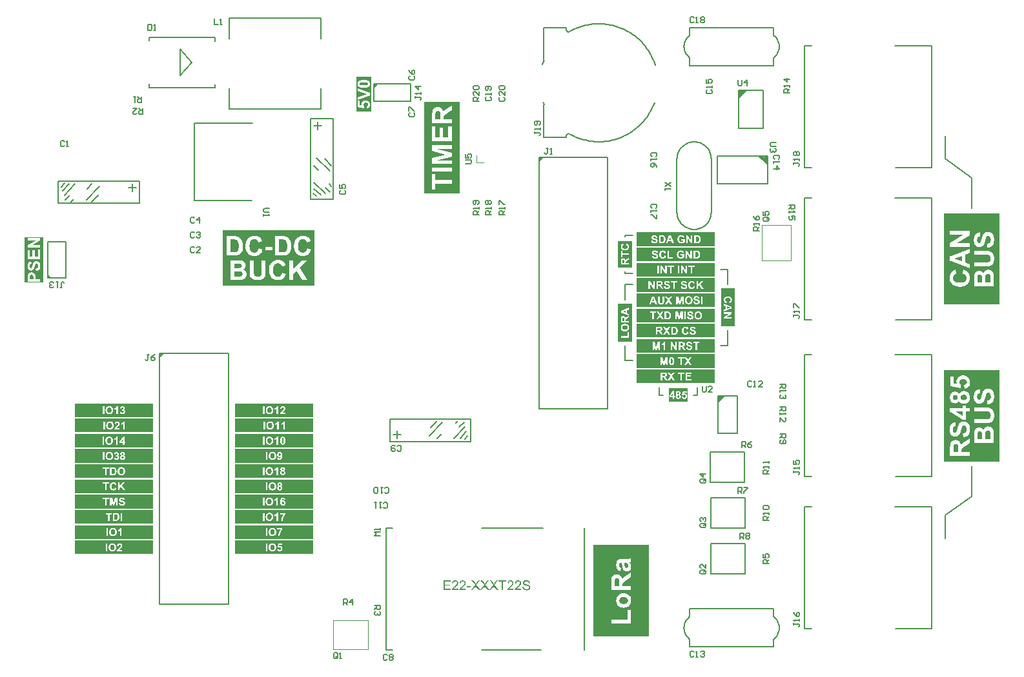
<source format=gto>
G04*
G04 #@! TF.GenerationSoftware,Altium Limited,Altium Designer,24.5.2 (23)*
G04*
G04 Layer_Color=65535*
%FSLAX25Y25*%
%MOIN*%
G70*
G04*
G04 #@! TF.SameCoordinates,D9AB97F9-1AC5-4164-BAAC-020872C2D9A0*
G04*
G04*
G04 #@! TF.FilePolarity,Positive*
G04*
G01*
G75*
%ADD10C,0.00500*%
%ADD11C,0.00787*%
%ADD12C,0.00197*%
%ADD13C,0.00394*%
%ADD14C,0.00799*%
%ADD15C,0.00800*%
G36*
X93012Y90945D02*
X52658D01*
Y98032D01*
X93012D01*
Y90945D01*
D02*
G37*
G36*
X348979Y64114D02*
Y16870D01*
X320312D01*
Y64114D01*
X348979D01*
D02*
G37*
G36*
X175689Y83071D02*
X135335D01*
Y90158D01*
X175689D01*
Y83071D01*
D02*
G37*
G36*
Y90945D02*
X135335D01*
Y98032D01*
X175689D01*
Y90945D01*
D02*
G37*
G36*
X93012Y122441D02*
X52658D01*
Y129528D01*
X93012D01*
Y122441D01*
D02*
G37*
G36*
Y83071D02*
X52658D01*
Y90158D01*
X93012D01*
Y83071D01*
D02*
G37*
G36*
X383142Y202935D02*
X342788D01*
Y210022D01*
X383142D01*
Y202935D01*
D02*
G37*
G36*
X251261Y246063D02*
X232991D01*
Y293307D01*
X251261D01*
Y246063D01*
D02*
G37*
G36*
X93012Y67323D02*
X52658D01*
Y74410D01*
X93012D01*
Y67323D01*
D02*
G37*
G36*
Y75197D02*
X52658D01*
Y82284D01*
X93012D01*
Y75197D01*
D02*
G37*
G36*
Y106693D02*
X52658D01*
Y113779D01*
X93012D01*
Y106693D01*
D02*
G37*
G36*
Y114567D02*
X52658D01*
Y121653D01*
X93012D01*
Y114567D01*
D02*
G37*
G36*
X383142Y218683D02*
X342788D01*
Y225770D01*
X383142D01*
Y218683D01*
D02*
G37*
G36*
Y171439D02*
X342788D01*
Y178526D01*
X383142D01*
Y171439D01*
D02*
G37*
G36*
X175689Y122441D02*
X135335D01*
Y129528D01*
X175689D01*
Y122441D01*
D02*
G37*
G36*
X383142Y163565D02*
X342788D01*
Y170652D01*
X383142D01*
Y163565D01*
D02*
G37*
G36*
X530082Y235689D02*
Y188445D01*
X501414D01*
Y235689D01*
X514732D01*
D01*
X530082D01*
D02*
G37*
G36*
X383142Y155691D02*
X342788D01*
Y162778D01*
X383142D01*
Y155691D01*
D02*
G37*
G36*
Y179313D02*
X342788D01*
Y186400D01*
X383142D01*
Y179313D01*
D02*
G37*
G36*
Y195061D02*
X342788D01*
Y202148D01*
X383142D01*
Y195061D01*
D02*
G37*
G36*
X393307Y177230D02*
X386221D01*
Y196786D01*
X393307D01*
Y177230D01*
D02*
G37*
G36*
X383142Y147817D02*
X342788D01*
Y154904D01*
X383142D01*
Y147817D01*
D02*
G37*
G36*
X176319Y213615D02*
D01*
Y198265D01*
X129075D01*
Y213615D01*
D01*
Y226932D01*
X176319D01*
Y213615D01*
D02*
G37*
G36*
X383142Y187187D02*
X342788D01*
Y194274D01*
X383142D01*
Y187187D01*
D02*
G37*
G36*
X175689Y75197D02*
X135335D01*
Y82284D01*
X175689D01*
Y75197D01*
D02*
G37*
G36*
X205709Y288386D02*
X197835D01*
Y306102D01*
X205709D01*
Y288386D01*
D02*
G37*
G36*
X340158Y207710D02*
X333071D01*
Y221424D01*
X340158D01*
Y207710D01*
D02*
G37*
G36*
X175689Y67323D02*
X135335D01*
Y74410D01*
X175689D01*
Y67323D01*
D02*
G37*
G36*
X514739Y154665D02*
X530082D01*
Y107421D01*
X514739D01*
X501414D01*
Y154665D01*
X514739D01*
D01*
D02*
G37*
G36*
X175689Y98819D02*
X135335D01*
Y105905D01*
X175689D01*
Y98819D01*
D02*
G37*
G36*
Y59449D02*
X135335D01*
Y66535D01*
X175689D01*
Y59449D01*
D02*
G37*
G36*
X340158Y169356D02*
X333071D01*
Y188912D01*
X340158D01*
Y169356D01*
D02*
G37*
G36*
X93012Y98819D02*
X52658D01*
Y105905D01*
X93012D01*
Y98819D01*
D02*
G37*
G36*
X175689Y114567D02*
X135335D01*
Y121653D01*
X175689D01*
Y114567D01*
D02*
G37*
G36*
X93012Y59449D02*
X52658D01*
Y66535D01*
X93012D01*
Y59449D01*
D02*
G37*
G36*
Y130315D02*
X52658D01*
Y137402D01*
X93012D01*
Y130315D01*
D02*
G37*
G36*
X175689Y106693D02*
X135335D01*
Y113779D01*
X175689D01*
Y106693D01*
D02*
G37*
G36*
X383142Y210809D02*
X342788D01*
Y217896D01*
X383142D01*
Y210809D01*
D02*
G37*
G36*
X175689Y130315D02*
X135335D01*
Y137402D01*
X175689D01*
Y130315D01*
D02*
G37*
G36*
X369062Y145276D02*
Y138189D01*
X359284D01*
Y145276D01*
X369062D01*
D02*
G37*
G36*
X36417Y199803D02*
X26575D01*
Y223425D01*
X36417D01*
Y199803D01*
D02*
G37*
G36*
X285872Y45967D02*
X285923D01*
X286062Y45953D01*
X286215Y45931D01*
X286375Y45895D01*
X286550Y45851D01*
X286710Y45792D01*
X286718D01*
X286732Y45785D01*
X286754Y45771D01*
X286783Y45756D01*
X286856Y45720D01*
X286951Y45654D01*
X287060Y45581D01*
X287170Y45486D01*
X287272Y45377D01*
X287367Y45253D01*
Y45246D01*
X287374Y45238D01*
X287388Y45217D01*
X287403Y45195D01*
X287439Y45122D01*
X287483Y45027D01*
X287534Y44910D01*
X287571Y44772D01*
X287607Y44626D01*
X287622Y44466D01*
X286980Y44415D01*
Y44422D01*
Y44436D01*
X286973Y44458D01*
X286965Y44495D01*
X286944Y44575D01*
X286914Y44684D01*
X286871Y44801D01*
X286805Y44918D01*
X286725Y45027D01*
X286623Y45129D01*
X286608Y45136D01*
X286572Y45166D01*
X286499Y45209D01*
X286404Y45253D01*
X286280Y45297D01*
X286135Y45340D01*
X285952Y45370D01*
X285748Y45377D01*
X285646D01*
X285602Y45370D01*
X285544Y45362D01*
X285413Y45348D01*
X285267Y45319D01*
X285121Y45282D01*
X284983Y45224D01*
X284924Y45187D01*
X284866Y45151D01*
X284851Y45144D01*
X284822Y45114D01*
X284778Y45063D01*
X284735Y45005D01*
X284684Y44925D01*
X284640Y44837D01*
X284611Y44735D01*
X284596Y44619D01*
Y44604D01*
Y44575D01*
X284604Y44524D01*
X284618Y44466D01*
X284640Y44393D01*
X284677Y44320D01*
X284720Y44247D01*
X284786Y44174D01*
X284793Y44167D01*
X284830Y44145D01*
X284859Y44123D01*
X284888Y44108D01*
X284932Y44087D01*
X284983Y44057D01*
X285048Y44036D01*
X285121Y44006D01*
X285201Y43977D01*
X285296Y43941D01*
X285398Y43912D01*
X285515Y43875D01*
X285646Y43846D01*
X285792Y43810D01*
X285799D01*
X285828Y43802D01*
X285872Y43795D01*
X285923Y43780D01*
X285989Y43766D01*
X286069Y43744D01*
X286149Y43722D01*
X286237Y43700D01*
X286426Y43649D01*
X286608Y43598D01*
X286696Y43569D01*
X286776Y43540D01*
X286849Y43518D01*
X286907Y43489D01*
X286914D01*
X286929Y43481D01*
X286951Y43467D01*
X286980Y43452D01*
X287060Y43409D01*
X287155Y43350D01*
X287264Y43270D01*
X287374Y43183D01*
X287476Y43081D01*
X287563Y42971D01*
X287571Y42957D01*
X287600Y42920D01*
X287629Y42855D01*
X287673Y42767D01*
X287709Y42665D01*
X287746Y42541D01*
X287767Y42403D01*
X287775Y42257D01*
Y42250D01*
Y42242D01*
Y42220D01*
Y42191D01*
X287760Y42111D01*
X287746Y42009D01*
X287716Y41892D01*
X287680Y41768D01*
X287622Y41637D01*
X287541Y41499D01*
Y41491D01*
X287534Y41484D01*
X287498Y41440D01*
X287447Y41375D01*
X287374Y41302D01*
X287279Y41214D01*
X287162Y41120D01*
X287031Y41032D01*
X286878Y40952D01*
X286871D01*
X286856Y40945D01*
X286834Y40937D01*
X286805Y40923D01*
X286761Y40908D01*
X286710Y40886D01*
X286594Y40857D01*
X286455Y40821D01*
X286288Y40784D01*
X286105Y40762D01*
X285909Y40755D01*
X285792D01*
X285734Y40762D01*
X285668D01*
X285595Y40770D01*
X285507Y40777D01*
X285325Y40806D01*
X285136Y40835D01*
X284946Y40886D01*
X284764Y40952D01*
X284757D01*
X284742Y40959D01*
X284720Y40974D01*
X284691Y40988D01*
X284604Y41032D01*
X284502Y41098D01*
X284385Y41185D01*
X284261Y41287D01*
X284144Y41411D01*
X284035Y41550D01*
Y41557D01*
X284020Y41572D01*
X284013Y41593D01*
X283991Y41623D01*
X283977Y41659D01*
X283955Y41703D01*
X283904Y41812D01*
X283853Y41951D01*
X283809Y42104D01*
X283780Y42279D01*
X283765Y42461D01*
X284392Y42519D01*
Y42512D01*
Y42505D01*
X284399Y42483D01*
Y42454D01*
X284414Y42388D01*
X284436Y42293D01*
X284465Y42199D01*
X284494Y42089D01*
X284545Y41987D01*
X284596Y41892D01*
X284604Y41885D01*
X284625Y41856D01*
X284662Y41805D01*
X284720Y41754D01*
X284793Y41688D01*
X284873Y41623D01*
X284983Y41557D01*
X285099Y41499D01*
X285107D01*
X285114Y41491D01*
X285136Y41484D01*
X285158Y41477D01*
X285230Y41455D01*
X285325Y41426D01*
X285442Y41397D01*
X285573Y41375D01*
X285719Y41360D01*
X285879Y41353D01*
X285945D01*
X286018Y41360D01*
X286105Y41367D01*
X286207Y41382D01*
X286324Y41397D01*
X286441Y41426D01*
X286550Y41462D01*
X286565Y41469D01*
X286601Y41484D01*
X286652Y41513D01*
X286718Y41542D01*
X286783Y41593D01*
X286856Y41644D01*
X286929Y41703D01*
X286987Y41776D01*
X286995Y41783D01*
X287009Y41812D01*
X287031Y41849D01*
X287060Y41907D01*
X287089Y41965D01*
X287111Y42038D01*
X287126Y42118D01*
X287133Y42206D01*
Y42213D01*
Y42250D01*
X287126Y42293D01*
X287119Y42352D01*
X287097Y42410D01*
X287075Y42483D01*
X287038Y42556D01*
X286987Y42621D01*
X286980Y42629D01*
X286958Y42650D01*
X286929Y42680D01*
X286878Y42723D01*
X286820Y42767D01*
X286739Y42818D01*
X286645Y42869D01*
X286535Y42913D01*
X286528Y42920D01*
X286492Y42928D01*
X286433Y42949D01*
X286397Y42957D01*
X286346Y42971D01*
X286295Y42993D01*
X286229Y43008D01*
X286156Y43029D01*
X286069Y43051D01*
X285981Y43073D01*
X285879Y43102D01*
X285763Y43132D01*
X285639Y43161D01*
X285631D01*
X285610Y43168D01*
X285573Y43175D01*
X285529Y43190D01*
X285471Y43205D01*
X285405Y43219D01*
X285260Y43263D01*
X285099Y43314D01*
X284932Y43365D01*
X284786Y43416D01*
X284720Y43445D01*
X284662Y43474D01*
X284655D01*
X284647Y43481D01*
X284604Y43511D01*
X284538Y43547D01*
X284465Y43605D01*
X284378Y43671D01*
X284290Y43751D01*
X284203Y43846D01*
X284130Y43948D01*
X284122Y43963D01*
X284101Y43999D01*
X284071Y44057D01*
X284042Y44130D01*
X284013Y44225D01*
X283984Y44334D01*
X283962Y44451D01*
X283955Y44575D01*
Y44582D01*
Y44590D01*
Y44611D01*
Y44641D01*
X283969Y44714D01*
X283984Y44808D01*
X284006Y44918D01*
X284042Y45042D01*
X284093Y45166D01*
X284166Y45289D01*
Y45297D01*
X284173Y45304D01*
X284210Y45348D01*
X284261Y45406D01*
X284327Y45479D01*
X284414Y45559D01*
X284523Y45647D01*
X284655Y45727D01*
X284800Y45800D01*
X284808D01*
X284822Y45807D01*
X284844Y45814D01*
X284873Y45829D01*
X284910Y45843D01*
X284961Y45858D01*
X285070Y45887D01*
X285209Y45916D01*
X285369Y45946D01*
X285537Y45967D01*
X285726Y45975D01*
X285821D01*
X285872Y45967D01*
D02*
G37*
G36*
X269353Y43489D02*
X271241Y40843D01*
X270417D01*
X269142Y42636D01*
X269134Y42643D01*
X269120Y42665D01*
X269105Y42694D01*
X269076Y42731D01*
X269010Y42833D01*
X268937Y42942D01*
X268930Y42935D01*
X268908Y42906D01*
X268879Y42862D01*
X268843Y42803D01*
X268762Y42687D01*
X268726Y42636D01*
X268697Y42592D01*
X267421Y40843D01*
X266619D01*
X268566Y43452D01*
X266845Y45887D01*
X267640D01*
X268558Y44590D01*
Y44582D01*
X268573Y44575D01*
X268587Y44553D01*
X268609Y44524D01*
X268653Y44451D01*
X268719Y44364D01*
X268784Y44262D01*
X268850Y44159D01*
X268908Y44065D01*
X268959Y43977D01*
X268967Y43992D01*
X268988Y44021D01*
X269025Y44079D01*
X269076Y44152D01*
X269134Y44232D01*
X269207Y44334D01*
X269280Y44436D01*
X269368Y44546D01*
X270374Y45887D01*
X271102D01*
X269353Y43489D01*
D02*
G37*
G36*
X264651D02*
X266539Y40843D01*
X265715D01*
X264439Y42636D01*
X264432Y42643D01*
X264418Y42665D01*
X264403Y42694D01*
X264374Y42731D01*
X264308Y42833D01*
X264235Y42942D01*
X264228Y42935D01*
X264206Y42906D01*
X264177Y42862D01*
X264141Y42803D01*
X264060Y42687D01*
X264024Y42636D01*
X263995Y42592D01*
X262719Y40843D01*
X261917D01*
X263863Y43452D01*
X262143Y45887D01*
X262938D01*
X263856Y44590D01*
Y44582D01*
X263871Y44575D01*
X263885Y44553D01*
X263907Y44524D01*
X263951Y44451D01*
X264017Y44364D01*
X264082Y44262D01*
X264148Y44159D01*
X264206Y44065D01*
X264257Y43977D01*
X264264Y43992D01*
X264286Y44021D01*
X264323Y44079D01*
X264374Y44152D01*
X264432Y44232D01*
X264505Y44334D01*
X264578Y44436D01*
X264665Y44546D01*
X265671Y45887D01*
X266400D01*
X264651Y43489D01*
D02*
G37*
G36*
X259949D02*
X261837Y40843D01*
X261013D01*
X259737Y42636D01*
X259730Y42643D01*
X259716Y42665D01*
X259701Y42694D01*
X259672Y42731D01*
X259606Y42833D01*
X259533Y42942D01*
X259526Y42935D01*
X259504Y42906D01*
X259475Y42862D01*
X259438Y42803D01*
X259358Y42687D01*
X259322Y42636D01*
X259293Y42592D01*
X258017Y40843D01*
X257215D01*
X259161Y43452D01*
X257441Y45887D01*
X258236D01*
X259154Y44590D01*
Y44582D01*
X259169Y44575D01*
X259183Y44553D01*
X259205Y44524D01*
X259249Y44451D01*
X259315Y44364D01*
X259380Y44262D01*
X259446Y44159D01*
X259504Y44065D01*
X259555Y43977D01*
X259562Y43992D01*
X259584Y44021D01*
X259621Y44079D01*
X259672Y44152D01*
X259730Y44232D01*
X259803Y44334D01*
X259876Y44436D01*
X259963Y44546D01*
X260969Y45887D01*
X261698D01*
X259949Y43489D01*
D02*
G37*
G36*
X256975Y42359D02*
X255057D01*
Y42979D01*
X256975D01*
Y42359D01*
D02*
G37*
G36*
X281607Y45902D02*
X281666Y45895D01*
X281739Y45887D01*
X281819Y45873D01*
X281899Y45858D01*
X282088Y45807D01*
X282278Y45734D01*
X282373Y45690D01*
X282468Y45639D01*
X282555Y45574D01*
X282635Y45501D01*
X282643Y45494D01*
X282657Y45486D01*
X282672Y45457D01*
X282701Y45428D01*
X282737Y45391D01*
X282774Y45340D01*
X282810Y45289D01*
X282854Y45224D01*
X282927Y45085D01*
X283000Y44910D01*
X283029Y44823D01*
X283044Y44721D01*
X283058Y44619D01*
X283065Y44509D01*
Y44495D01*
Y44458D01*
X283058Y44400D01*
X283051Y44320D01*
X283036Y44232D01*
X283007Y44130D01*
X282978Y44021D01*
X282934Y43912D01*
X282927Y43897D01*
X282912Y43861D01*
X282883Y43802D01*
X282839Y43722D01*
X282781Y43635D01*
X282708Y43525D01*
X282621Y43416D01*
X282519Y43292D01*
X282504Y43277D01*
X282468Y43234D01*
X282431Y43197D01*
X282395Y43161D01*
X282351Y43117D01*
X282293Y43059D01*
X282234Y43000D01*
X282161Y42935D01*
X282088Y42862D01*
X282001Y42782D01*
X281906Y42702D01*
X281804Y42607D01*
X281688Y42512D01*
X281571Y42410D01*
X281564Y42403D01*
X281549Y42388D01*
X281520Y42366D01*
X281483Y42337D01*
X281440Y42293D01*
X281389Y42250D01*
X281272Y42155D01*
X281148Y42045D01*
X281031Y41936D01*
X280929Y41841D01*
X280886Y41805D01*
X280849Y41768D01*
X280842Y41761D01*
X280820Y41739D01*
X280791Y41710D01*
X280754Y41666D01*
X280718Y41615D01*
X280674Y41564D01*
X280587Y41440D01*
X283073D01*
Y40843D01*
X279727D01*
Y40850D01*
Y40879D01*
Y40923D01*
X279734Y40981D01*
X279741Y41047D01*
X279756Y41120D01*
X279770Y41192D01*
X279800Y41273D01*
Y41280D01*
X279807Y41287D01*
X279821Y41331D01*
X279851Y41397D01*
X279894Y41484D01*
X279953Y41586D01*
X280026Y41703D01*
X280106Y41819D01*
X280208Y41943D01*
Y41951D01*
X280222Y41958D01*
X280259Y42002D01*
X280324Y42067D01*
X280419Y42162D01*
X280528Y42271D01*
X280667Y42403D01*
X280835Y42548D01*
X281017Y42702D01*
X281024Y42709D01*
X281053Y42731D01*
X281097Y42767D01*
X281148Y42811D01*
X281214Y42869D01*
X281294Y42935D01*
X281374Y43008D01*
X281469Y43088D01*
X281651Y43263D01*
X281833Y43438D01*
X281921Y43525D01*
X282001Y43613D01*
X282074Y43693D01*
X282132Y43773D01*
Y43780D01*
X282147Y43788D01*
X282161Y43810D01*
X282176Y43839D01*
X282227Y43919D01*
X282285Y44014D01*
X282336Y44130D01*
X282387Y44254D01*
X282417Y44393D01*
X282431Y44524D01*
Y44531D01*
Y44539D01*
X282424Y44582D01*
X282417Y44655D01*
X282395Y44735D01*
X282365Y44837D01*
X282314Y44940D01*
X282249Y45042D01*
X282161Y45144D01*
X282147Y45158D01*
X282110Y45187D01*
X282059Y45224D01*
X281979Y45275D01*
X281877Y45319D01*
X281761Y45362D01*
X281622Y45391D01*
X281469Y45399D01*
X281425D01*
X281396Y45391D01*
X281309Y45384D01*
X281206Y45362D01*
X281097Y45333D01*
X280973Y45282D01*
X280856Y45217D01*
X280747Y45129D01*
X280733Y45114D01*
X280703Y45078D01*
X280660Y45020D01*
X280616Y44932D01*
X280565Y44830D01*
X280521Y44699D01*
X280492Y44553D01*
X280477Y44385D01*
X279843Y44451D01*
Y44458D01*
X279851Y44480D01*
Y44517D01*
X279858Y44568D01*
X279872Y44626D01*
X279887Y44692D01*
X279909Y44772D01*
X279931Y44852D01*
X279989Y45027D01*
X280077Y45202D01*
X280128Y45289D01*
X280193Y45377D01*
X280259Y45457D01*
X280332Y45530D01*
X280339Y45537D01*
X280353Y45545D01*
X280375Y45566D01*
X280412Y45588D01*
X280456Y45617D01*
X280507Y45647D01*
X280565Y45683D01*
X280638Y45720D01*
X280718Y45756D01*
X280805Y45792D01*
X280900Y45822D01*
X281002Y45851D01*
X281112Y45873D01*
X281228Y45895D01*
X281352Y45902D01*
X281483Y45909D01*
X281556D01*
X281607Y45902D01*
D02*
G37*
G36*
X277685D02*
X277744Y45895D01*
X277817Y45887D01*
X277897Y45873D01*
X277977Y45858D01*
X278167Y45807D01*
X278356Y45734D01*
X278451Y45690D01*
X278546Y45639D01*
X278633Y45574D01*
X278713Y45501D01*
X278720Y45494D01*
X278735Y45486D01*
X278750Y45457D01*
X278779Y45428D01*
X278815Y45391D01*
X278852Y45340D01*
X278888Y45289D01*
X278932Y45224D01*
X279005Y45085D01*
X279078Y44910D01*
X279107Y44823D01*
X279121Y44721D01*
X279136Y44619D01*
X279143Y44509D01*
Y44495D01*
Y44458D01*
X279136Y44400D01*
X279129Y44320D01*
X279114Y44232D01*
X279085Y44130D01*
X279056Y44021D01*
X279012Y43912D01*
X279005Y43897D01*
X278990Y43861D01*
X278961Y43802D01*
X278917Y43722D01*
X278859Y43635D01*
X278786Y43525D01*
X278699Y43416D01*
X278597Y43292D01*
X278582Y43277D01*
X278546Y43234D01*
X278509Y43197D01*
X278473Y43161D01*
X278429Y43117D01*
X278371Y43059D01*
X278312Y43000D01*
X278239Y42935D01*
X278167Y42862D01*
X278079Y42782D01*
X277984Y42702D01*
X277882Y42607D01*
X277765Y42512D01*
X277649Y42410D01*
X277642Y42403D01*
X277627Y42388D01*
X277598Y42366D01*
X277561Y42337D01*
X277518Y42293D01*
X277467Y42250D01*
X277350Y42155D01*
X277226Y42045D01*
X277110Y41936D01*
X277007Y41841D01*
X276964Y41805D01*
X276927Y41768D01*
X276920Y41761D01*
X276898Y41739D01*
X276869Y41710D01*
X276832Y41666D01*
X276796Y41615D01*
X276752Y41564D01*
X276665Y41440D01*
X279151D01*
Y40843D01*
X275804D01*
Y40850D01*
Y40879D01*
Y40923D01*
X275812Y40981D01*
X275819Y41047D01*
X275834Y41120D01*
X275848Y41192D01*
X275877Y41273D01*
Y41280D01*
X275885Y41287D01*
X275899Y41331D01*
X275928Y41397D01*
X275972Y41484D01*
X276030Y41586D01*
X276103Y41703D01*
X276184Y41819D01*
X276286Y41943D01*
Y41951D01*
X276300Y41958D01*
X276337Y42002D01*
X276402Y42067D01*
X276497Y42162D01*
X276606Y42271D01*
X276745Y42403D01*
X276913Y42548D01*
X277095Y42702D01*
X277102Y42709D01*
X277131Y42731D01*
X277175Y42767D01*
X277226Y42811D01*
X277292Y42869D01*
X277372Y42935D01*
X277452Y43008D01*
X277547Y43088D01*
X277729Y43263D01*
X277911Y43438D01*
X277999Y43525D01*
X278079Y43613D01*
X278152Y43693D01*
X278210Y43773D01*
Y43780D01*
X278225Y43788D01*
X278239Y43810D01*
X278254Y43839D01*
X278305Y43919D01*
X278363Y44014D01*
X278414Y44130D01*
X278465Y44254D01*
X278495Y44393D01*
X278509Y44524D01*
Y44531D01*
Y44539D01*
X278502Y44582D01*
X278495Y44655D01*
X278473Y44735D01*
X278444Y44837D01*
X278393Y44940D01*
X278327Y45042D01*
X278239Y45144D01*
X278225Y45158D01*
X278188Y45187D01*
X278137Y45224D01*
X278057Y45275D01*
X277955Y45319D01*
X277838Y45362D01*
X277700Y45391D01*
X277547Y45399D01*
X277503D01*
X277474Y45391D01*
X277386Y45384D01*
X277284Y45362D01*
X277175Y45333D01*
X277051Y45282D01*
X276935Y45217D01*
X276825Y45129D01*
X276811Y45114D01*
X276781Y45078D01*
X276738Y45020D01*
X276694Y44932D01*
X276643Y44830D01*
X276599Y44699D01*
X276570Y44553D01*
X276555Y44385D01*
X275921Y44451D01*
Y44458D01*
X275928Y44480D01*
Y44517D01*
X275936Y44568D01*
X275950Y44626D01*
X275965Y44692D01*
X275987Y44772D01*
X276009Y44852D01*
X276067Y45027D01*
X276154Y45202D01*
X276205Y45289D01*
X276271Y45377D01*
X276337Y45457D01*
X276410Y45530D01*
X276417Y45537D01*
X276431Y45545D01*
X276453Y45566D01*
X276490Y45588D01*
X276534Y45617D01*
X276585Y45647D01*
X276643Y45683D01*
X276716Y45720D01*
X276796Y45756D01*
X276884Y45792D01*
X276978Y45822D01*
X277080Y45851D01*
X277190Y45873D01*
X277306Y45895D01*
X277430Y45902D01*
X277561Y45909D01*
X277634D01*
X277685Y45902D01*
D02*
G37*
G36*
X275455Y45289D02*
X273793D01*
Y40843D01*
X273122D01*
Y45289D01*
X271460D01*
Y45887D01*
X275455D01*
Y45289D01*
D02*
G37*
G36*
X253001Y45902D02*
X253060Y45895D01*
X253133Y45887D01*
X253213Y45873D01*
X253293Y45858D01*
X253483Y45807D01*
X253672Y45734D01*
X253767Y45690D01*
X253862Y45639D01*
X253949Y45574D01*
X254029Y45501D01*
X254037Y45494D01*
X254051Y45486D01*
X254066Y45457D01*
X254095Y45428D01*
X254131Y45391D01*
X254168Y45340D01*
X254204Y45289D01*
X254248Y45224D01*
X254321Y45085D01*
X254394Y44910D01*
X254423Y44823D01*
X254438Y44721D01*
X254452Y44619D01*
X254459Y44509D01*
Y44495D01*
Y44458D01*
X254452Y44400D01*
X254445Y44320D01*
X254430Y44232D01*
X254401Y44130D01*
X254372Y44021D01*
X254328Y43912D01*
X254321Y43897D01*
X254306Y43861D01*
X254277Y43802D01*
X254233Y43722D01*
X254175Y43635D01*
X254102Y43525D01*
X254015Y43416D01*
X253913Y43292D01*
X253898Y43277D01*
X253862Y43234D01*
X253825Y43197D01*
X253789Y43161D01*
X253745Y43117D01*
X253687Y43059D01*
X253628Y43000D01*
X253555Y42935D01*
X253483Y42862D01*
X253395Y42782D01*
X253300Y42702D01*
X253198Y42607D01*
X253082Y42512D01*
X252965Y42410D01*
X252958Y42403D01*
X252943Y42388D01*
X252914Y42366D01*
X252877Y42337D01*
X252834Y42293D01*
X252783Y42250D01*
X252666Y42155D01*
X252542Y42045D01*
X252426Y41936D01*
X252324Y41841D01*
X252280Y41805D01*
X252243Y41768D01*
X252236Y41761D01*
X252214Y41739D01*
X252185Y41710D01*
X252149Y41666D01*
X252112Y41615D01*
X252068Y41564D01*
X251981Y41440D01*
X254467D01*
Y40843D01*
X251121D01*
Y40850D01*
Y40879D01*
Y40923D01*
X251128Y40981D01*
X251135Y41047D01*
X251150Y41120D01*
X251164Y41192D01*
X251193Y41273D01*
Y41280D01*
X251201Y41287D01*
X251215Y41331D01*
X251244Y41397D01*
X251288Y41484D01*
X251347Y41586D01*
X251419Y41703D01*
X251500Y41819D01*
X251602Y41943D01*
Y41951D01*
X251616Y41958D01*
X251653Y42002D01*
X251718Y42067D01*
X251813Y42162D01*
X251922Y42271D01*
X252061Y42403D01*
X252229Y42548D01*
X252411Y42702D01*
X252418Y42709D01*
X252447Y42731D01*
X252491Y42767D01*
X252542Y42811D01*
X252608Y42869D01*
X252688Y42935D01*
X252768Y43008D01*
X252863Y43088D01*
X253045Y43263D01*
X253227Y43438D01*
X253315Y43525D01*
X253395Y43613D01*
X253468Y43693D01*
X253526Y43773D01*
Y43780D01*
X253541Y43788D01*
X253555Y43810D01*
X253570Y43839D01*
X253621Y43919D01*
X253679Y44014D01*
X253730Y44130D01*
X253781Y44254D01*
X253811Y44393D01*
X253825Y44524D01*
Y44531D01*
Y44539D01*
X253818Y44582D01*
X253811Y44655D01*
X253789Y44735D01*
X253760Y44837D01*
X253709Y44940D01*
X253643Y45042D01*
X253555Y45144D01*
X253541Y45158D01*
X253504Y45187D01*
X253453Y45224D01*
X253373Y45275D01*
X253271Y45319D01*
X253154Y45362D01*
X253016Y45391D01*
X252863Y45399D01*
X252819D01*
X252790Y45391D01*
X252702Y45384D01*
X252601Y45362D01*
X252491Y45333D01*
X252367Y45282D01*
X252251Y45217D01*
X252141Y45129D01*
X252127Y45114D01*
X252098Y45078D01*
X252054Y45020D01*
X252010Y44932D01*
X251959Y44830D01*
X251915Y44699D01*
X251886Y44553D01*
X251871Y44385D01*
X251237Y44451D01*
Y44458D01*
X251244Y44480D01*
Y44517D01*
X251252Y44568D01*
X251266Y44626D01*
X251281Y44692D01*
X251303Y44772D01*
X251325Y44852D01*
X251383Y45027D01*
X251470Y45202D01*
X251521Y45289D01*
X251587Y45377D01*
X251653Y45457D01*
X251726Y45530D01*
X251733Y45537D01*
X251747Y45545D01*
X251769Y45566D01*
X251806Y45588D01*
X251850Y45617D01*
X251901Y45647D01*
X251959Y45683D01*
X252032Y45720D01*
X252112Y45756D01*
X252200Y45792D01*
X252294Y45822D01*
X252396Y45851D01*
X252506Y45873D01*
X252622Y45895D01*
X252746Y45902D01*
X252877Y45909D01*
X252950D01*
X253001Y45902D01*
D02*
G37*
G36*
X249079D02*
X249138Y45895D01*
X249211Y45887D01*
X249291Y45873D01*
X249371Y45858D01*
X249560Y45807D01*
X249750Y45734D01*
X249845Y45690D01*
X249940Y45639D01*
X250027Y45574D01*
X250107Y45501D01*
X250115Y45494D01*
X250129Y45486D01*
X250144Y45457D01*
X250173Y45428D01*
X250209Y45391D01*
X250246Y45340D01*
X250282Y45289D01*
X250326Y45224D01*
X250399Y45085D01*
X250472Y44910D01*
X250501Y44823D01*
X250516Y44721D01*
X250530Y44619D01*
X250537Y44509D01*
Y44495D01*
Y44458D01*
X250530Y44400D01*
X250523Y44320D01*
X250508Y44232D01*
X250479Y44130D01*
X250450Y44021D01*
X250406Y43912D01*
X250399Y43897D01*
X250384Y43861D01*
X250355Y43802D01*
X250311Y43722D01*
X250253Y43635D01*
X250180Y43525D01*
X250093Y43416D01*
X249991Y43292D01*
X249976Y43277D01*
X249940Y43234D01*
X249903Y43197D01*
X249867Y43161D01*
X249823Y43117D01*
X249765Y43059D01*
X249706Y43000D01*
X249633Y42935D01*
X249560Y42862D01*
X249473Y42782D01*
X249378Y42702D01*
X249276Y42607D01*
X249160Y42512D01*
X249043Y42410D01*
X249036Y42403D01*
X249021Y42388D01*
X248992Y42366D01*
X248955Y42337D01*
X248912Y42293D01*
X248861Y42250D01*
X248744Y42155D01*
X248620Y42045D01*
X248503Y41936D01*
X248401Y41841D01*
X248358Y41805D01*
X248321Y41768D01*
X248314Y41761D01*
X248292Y41739D01*
X248263Y41710D01*
X248226Y41666D01*
X248190Y41615D01*
X248146Y41564D01*
X248059Y41440D01*
X250545D01*
Y40843D01*
X247199D01*
Y40850D01*
Y40879D01*
Y40923D01*
X247206Y40981D01*
X247213Y41047D01*
X247228Y41120D01*
X247242Y41192D01*
X247271Y41273D01*
Y41280D01*
X247279Y41287D01*
X247293Y41331D01*
X247323Y41397D01*
X247366Y41484D01*
X247425Y41586D01*
X247498Y41703D01*
X247578Y41819D01*
X247680Y41943D01*
Y41951D01*
X247694Y41958D01*
X247731Y42002D01*
X247796Y42067D01*
X247891Y42162D01*
X248001Y42271D01*
X248139Y42403D01*
X248307Y42548D01*
X248489Y42702D01*
X248496Y42709D01*
X248525Y42731D01*
X248569Y42767D01*
X248620Y42811D01*
X248686Y42869D01*
X248766Y42935D01*
X248846Y43008D01*
X248941Y43088D01*
X249123Y43263D01*
X249305Y43438D01*
X249393Y43525D01*
X249473Y43613D01*
X249546Y43693D01*
X249604Y43773D01*
Y43780D01*
X249619Y43788D01*
X249633Y43810D01*
X249648Y43839D01*
X249699Y43919D01*
X249757Y44014D01*
X249808Y44130D01*
X249859Y44254D01*
X249889Y44393D01*
X249903Y44524D01*
Y44531D01*
Y44539D01*
X249896Y44582D01*
X249889Y44655D01*
X249867Y44735D01*
X249838Y44837D01*
X249786Y44940D01*
X249721Y45042D01*
X249633Y45144D01*
X249619Y45158D01*
X249582Y45187D01*
X249531Y45224D01*
X249451Y45275D01*
X249349Y45319D01*
X249233Y45362D01*
X249094Y45391D01*
X248941Y45399D01*
X248897D01*
X248868Y45391D01*
X248780Y45384D01*
X248678Y45362D01*
X248569Y45333D01*
X248445Y45282D01*
X248328Y45217D01*
X248219Y45129D01*
X248205Y45114D01*
X248175Y45078D01*
X248132Y45020D01*
X248088Y44932D01*
X248037Y44830D01*
X247993Y44699D01*
X247964Y44553D01*
X247949Y44385D01*
X247315Y44451D01*
Y44458D01*
X247323Y44480D01*
Y44517D01*
X247330Y44568D01*
X247344Y44626D01*
X247359Y44692D01*
X247381Y44772D01*
X247403Y44852D01*
X247461Y45027D01*
X247549Y45202D01*
X247600Y45289D01*
X247665Y45377D01*
X247731Y45457D01*
X247804Y45530D01*
X247811Y45537D01*
X247826Y45545D01*
X247847Y45566D01*
X247884Y45588D01*
X247928Y45617D01*
X247979Y45647D01*
X248037Y45683D01*
X248110Y45720D01*
X248190Y45756D01*
X248277Y45792D01*
X248372Y45822D01*
X248474Y45851D01*
X248584Y45873D01*
X248700Y45895D01*
X248824Y45902D01*
X248955Y45909D01*
X249028D01*
X249079Y45902D01*
D02*
G37*
G36*
X246499Y45289D02*
X243517D01*
Y43751D01*
X246309D01*
Y43153D01*
X243517D01*
Y41440D01*
X246615D01*
Y40843D01*
X242846D01*
Y45887D01*
X246499D01*
Y45289D01*
D02*
G37*
%LPC*%
G36*
X72651Y96578D02*
X72581D01*
X72430Y96572D01*
X72278Y96555D01*
X72144Y96526D01*
X72010Y96491D01*
X71893Y96450D01*
X71776Y96403D01*
X71677Y96351D01*
X71584Y96298D01*
X71497Y96246D01*
X71427Y96193D01*
X71363Y96147D01*
X71310Y96106D01*
X71269Y96071D01*
X71240Y96042D01*
X71223Y96024D01*
X71217Y96019D01*
X71124Y95908D01*
X71048Y95791D01*
X70978Y95669D01*
X70920Y95540D01*
X70867Y95406D01*
X70826Y95278D01*
X70791Y95150D01*
X70762Y95028D01*
X70739Y94905D01*
X70727Y94800D01*
X70715Y94701D01*
X70704Y94619D01*
Y94549D01*
X70698Y94497D01*
Y94450D01*
X70704Y94275D01*
X70721Y94112D01*
X70745Y93955D01*
X70780Y93815D01*
X70815Y93681D01*
X70861Y93553D01*
X70908Y93442D01*
X70955Y93343D01*
X71001Y93249D01*
X71048Y93168D01*
X71094Y93104D01*
X71129Y93045D01*
X71164Y93005D01*
X71188Y92970D01*
X71205Y92952D01*
X71211Y92946D01*
X71310Y92847D01*
X71415Y92765D01*
X71526Y92690D01*
X71637Y92631D01*
X71747Y92579D01*
X71858Y92532D01*
X71963Y92497D01*
X72062Y92468D01*
X72161Y92445D01*
X72249Y92427D01*
X72330Y92416D01*
X72395Y92410D01*
X72453Y92404D01*
X72494Y92398D01*
X72529D01*
X72651Y92404D01*
X72762Y92410D01*
X72873Y92427D01*
X72972Y92451D01*
X73065Y92474D01*
X73152Y92497D01*
X73234Y92526D01*
X73310Y92561D01*
X73374Y92590D01*
X73432Y92620D01*
X73485Y92643D01*
X73526Y92666D01*
X73561Y92690D01*
X73584Y92707D01*
X73595Y92713D01*
X73601Y92719D01*
X73677Y92783D01*
X73747Y92853D01*
X73875Y93010D01*
X73980Y93173D01*
X74062Y93331D01*
X74097Y93407D01*
X74126Y93477D01*
X74149Y93541D01*
X74173Y93593D01*
X74190Y93640D01*
X74202Y93675D01*
X74208Y93698D01*
Y93704D01*
X73415Y93949D01*
X73368Y93792D01*
X73316Y93657D01*
X73263Y93547D01*
X73205Y93453D01*
X73158Y93383D01*
X73117Y93337D01*
X73088Y93308D01*
X73077Y93296D01*
X72983Y93226D01*
X72890Y93179D01*
X72797Y93144D01*
X72715Y93115D01*
X72639Y93104D01*
X72575Y93098D01*
X72552Y93092D01*
X72523D01*
X72441Y93098D01*
X72365Y93104D01*
X72225Y93144D01*
X72103Y93191D01*
X72004Y93255D01*
X71922Y93313D01*
X71864Y93360D01*
X71841Y93383D01*
X71823Y93401D01*
X71817Y93407D01*
X71811Y93413D01*
X71765Y93477D01*
X71724Y93553D01*
X71683Y93634D01*
X71654Y93722D01*
X71607Y93902D01*
X71573Y94083D01*
X71561Y94170D01*
X71555Y94246D01*
X71543Y94322D01*
Y94386D01*
X71538Y94433D01*
Y94474D01*
Y94503D01*
Y94509D01*
X71543Y94643D01*
X71549Y94765D01*
X71561Y94876D01*
X71578Y94981D01*
X71602Y95074D01*
X71625Y95162D01*
X71648Y95237D01*
X71677Y95307D01*
X71701Y95366D01*
X71724Y95418D01*
X71747Y95459D01*
X71771Y95494D01*
X71788Y95523D01*
X71800Y95540D01*
X71811Y95552D01*
Y95558D01*
X71864Y95616D01*
X71922Y95669D01*
X71981Y95710D01*
X72045Y95745D01*
X72167Y95803D01*
X72284Y95844D01*
X72383Y95867D01*
X72430Y95873D01*
X72464Y95879D01*
X72499Y95885D01*
X72540D01*
X72657Y95879D01*
X72762Y95855D01*
X72855Y95826D01*
X72937Y95791D01*
X73001Y95756D01*
X73048Y95727D01*
X73077Y95704D01*
X73088Y95698D01*
X73164Y95628D01*
X73234Y95546D01*
X73286Y95465D01*
X73327Y95383D01*
X73356Y95313D01*
X73374Y95261D01*
X73386Y95237D01*
Y95220D01*
X73391Y95214D01*
Y95208D01*
X74196Y95401D01*
X74138Y95570D01*
X74073Y95715D01*
X74004Y95844D01*
X73939Y95949D01*
X73875Y96030D01*
X73852Y96065D01*
X73829Y96094D01*
X73811Y96112D01*
X73794Y96129D01*
X73788Y96141D01*
X73782D01*
X73695Y96217D01*
X73595Y96287D01*
X73502Y96345D01*
X73403Y96392D01*
X73298Y96438D01*
X73199Y96473D01*
X73100Y96503D01*
X73007Y96526D01*
X72919Y96543D01*
X72838Y96555D01*
X72768Y96567D01*
X72703Y96572D01*
X72651Y96578D01*
D02*
G37*
G36*
X78481Y96503D02*
X77385D01*
X75729Y94707D01*
Y96503D01*
X74913D01*
Y92468D01*
X75729D01*
Y93687D01*
X76388Y94363D01*
X77502Y92468D01*
X78557D01*
X76954Y94928D01*
X78481Y96503D01*
D02*
G37*
G36*
X70313D02*
X67112D01*
Y95820D01*
X68308D01*
Y92468D01*
X69124D01*
Y95820D01*
X70313D01*
Y96503D01*
D02*
G37*
G36*
X339771Y57339D02*
Y52892D01*
X339756Y53126D01*
X339727Y53359D01*
X339698Y53563D01*
X339654Y53738D01*
X339610Y53884D01*
X339566Y54001D01*
X339552Y54073D01*
X339537Y54103D01*
X339435Y54307D01*
X339333Y54511D01*
X339202Y54686D01*
X339085Y54846D01*
X338983Y54977D01*
X338896Y55079D01*
X338837Y55138D01*
X338823Y55167D01*
X338881Y55181D01*
X338954Y55211D01*
X339012Y55225D01*
X339027Y55240D01*
X339041D01*
X339173Y55283D01*
X339289Y55313D01*
X339391Y55342D01*
X339464Y55371D01*
X339523Y55400D01*
X339581Y55415D01*
X339596Y55429D01*
X339610D01*
Y57339D01*
D01*
X339421Y57252D01*
X339246Y57179D01*
X339085Y57121D01*
X338939Y57062D01*
X338823Y57033D01*
X338721Y57004D01*
X338663Y56989D01*
X338648D01*
X338458Y56960D01*
X338225Y56946D01*
X337992Y56916D01*
X337758D01*
X337554Y56902D01*
X337379D01*
X337306D01*
X337263D01*
X337234D01*
X337219D01*
X334959Y56931D01*
X334726D01*
X334522Y56916D01*
X334332Y56902D01*
X334157Y56887D01*
X333997Y56873D01*
X333851Y56844D01*
X333720Y56829D01*
X333618Y56800D01*
X333516Y56771D01*
X333443Y56756D01*
X333312Y56712D01*
X333253Y56683D01*
X333224Y56669D01*
X333064Y56552D01*
X332903Y56421D01*
X332772Y56275D01*
X332656Y56115D01*
X332568Y55983D01*
X332510Y55867D01*
X332466Y55794D01*
X332451Y55779D01*
Y55765D01*
X332393Y55633D01*
X332349Y55502D01*
X332262Y55196D01*
X332204Y54875D01*
X332174Y54569D01*
X332145Y54277D01*
Y54161D01*
X332131Y54059D01*
Y53578D01*
X332160Y53344D01*
X332174Y53111D01*
X332218Y52907D01*
X332247Y52703D01*
X332291Y52528D01*
X332349Y52368D01*
X332393Y52222D01*
X332437Y52105D01*
X332495Y51989D01*
X332539Y51901D01*
X332568Y51814D01*
X332612Y51755D01*
X332626Y51711D01*
X332656Y51697D01*
Y51682D01*
X332874Y51434D01*
X333122Y51230D01*
X333384Y51055D01*
X333632Y50910D01*
X333866Y50807D01*
X333968Y50764D01*
X334055Y50735D01*
X334128Y50705D01*
X334186Y50691D01*
X334216Y50676D01*
X334230D01*
X334551Y52411D01*
X334376Y52484D01*
X334230Y52557D01*
X334099Y52630D01*
X333997Y52718D01*
X333924Y52776D01*
X333880Y52834D01*
X333851Y52863D01*
X333837Y52878D01*
X333764Y52995D01*
X333705Y53126D01*
X333676Y53272D01*
X333647Y53403D01*
X333632Y53519D01*
X333618Y53607D01*
Y53694D01*
X333632Y53957D01*
X333662Y54176D01*
X333691Y54350D01*
X333734Y54496D01*
X333793Y54598D01*
X333822Y54671D01*
X333851Y54715D01*
X333866Y54729D01*
X333968Y54832D01*
X334084Y54905D01*
X334216Y54948D01*
X334347Y54992D01*
X334478Y55006D01*
X334580Y55021D01*
X334638D01*
X334667D01*
X334857D01*
X334901Y54919D01*
X334945Y54788D01*
X335032Y54511D01*
X335105Y54190D01*
X335178Y53884D01*
X335251Y53592D01*
X335280Y53461D01*
X335295Y53344D01*
X335309Y53257D01*
X335324Y53184D01*
X335338Y53140D01*
Y53126D01*
X335411Y52776D01*
X335484Y52455D01*
X335557Y52193D01*
X335630Y51974D01*
X335703Y51799D01*
X335747Y51682D01*
X335776Y51609D01*
X335790Y51580D01*
X335892Y51391D01*
X336009Y51230D01*
X336140Y51085D01*
X336257Y50982D01*
X336359Y50880D01*
X336446Y50822D01*
X336505Y50778D01*
X336534Y50764D01*
X336723Y50662D01*
X336913Y50589D01*
X337088Y50545D01*
X337263Y50516D01*
X337409Y50487D01*
X337525Y50472D01*
X332131D01*
D01*
X339771D01*
Y57339D01*
D02*
G37*
G36*
X339610Y49904D02*
D01*
X337642Y48664D01*
X337438Y48533D01*
X337234Y48402D01*
X337059Y48285D01*
X336898Y48169D01*
X336753Y48066D01*
X336607Y47979D01*
X336388Y47804D01*
X336213Y47673D01*
X336096Y47585D01*
X336023Y47512D01*
X336009Y47498D01*
X335834Y47337D01*
X335674Y47148D01*
X335542Y46973D01*
X335411Y46798D01*
X335309Y46652D01*
X335236Y46536D01*
X335178Y46448D01*
X335163Y46433D01*
Y46419D01*
X335120Y46667D01*
X335061Y46885D01*
X335003Y47090D01*
X334930Y47294D01*
X334857Y47469D01*
X334784Y47629D01*
X334711Y47789D01*
X334624Y47921D01*
X334551Y48037D01*
X334478Y48139D01*
X334405Y48227D01*
X334347Y48285D01*
X334303Y48344D01*
X334259Y48387D01*
X334245Y48402D01*
X334230Y48416D01*
X334084Y48533D01*
X333939Y48635D01*
X333618Y48810D01*
X333312Y48927D01*
X333005Y49000D01*
X332743Y49058D01*
X332641Y49073D01*
X332539D01*
X332466Y49087D01*
X332393D01*
X332364D01*
X332349D01*
X332029Y49073D01*
X331722Y49014D01*
X331460Y48941D01*
X331227Y48868D01*
X331037Y48781D01*
X330891Y48708D01*
X330848Y48679D01*
X330804Y48650D01*
X330789Y48635D01*
X330775D01*
X330527Y48460D01*
X330323Y48271D01*
X330162Y48081D01*
X330016Y47892D01*
X329929Y47717D01*
X329856Y47585D01*
X329812Y47498D01*
X329798Y47483D01*
Y47469D01*
X329754Y47323D01*
X329710Y47163D01*
X329637Y46798D01*
X329594Y46404D01*
X329550Y46025D01*
Y45836D01*
X329535Y45675D01*
Y45515D01*
X329521Y45384D01*
Y45792D01*
Y40835D01*
X339610D01*
Y49904D01*
D02*
G37*
G36*
X339771Y39304D02*
D01*
Y35528D01*
X339756Y35834D01*
X339727Y36111D01*
X339668Y36388D01*
X339596Y36636D01*
X339523Y36884D01*
X339435Y37102D01*
X339333Y37306D01*
X339231Y37496D01*
X339129Y37656D01*
X339027Y37802D01*
X338939Y37933D01*
X338867Y38035D01*
X338794Y38123D01*
X338735Y38181D01*
X338706Y38210D01*
X338692Y38225D01*
X338473Y38414D01*
X338254Y38575D01*
X338035Y38721D01*
X337802Y38852D01*
X337569Y38954D01*
X337336Y39041D01*
X337117Y39114D01*
X336898Y39173D01*
X336709Y39216D01*
X336519Y39246D01*
X336359Y39275D01*
X336213Y39289D01*
X336096Y39304D01*
X335936D01*
X335630Y39289D01*
X335338Y39260D01*
X335076Y39202D01*
X334813Y39143D01*
X334580Y39056D01*
X334347Y38969D01*
X334143Y38866D01*
X333953Y38779D01*
X333793Y38677D01*
X333632Y38575D01*
X333516Y38487D01*
X333399Y38400D01*
X333326Y38342D01*
X333253Y38283D01*
X333224Y38254D01*
X333209Y38239D01*
X333020Y38035D01*
X332860Y37817D01*
X332714Y37598D01*
X332583Y37365D01*
X332481Y37131D01*
X332393Y36913D01*
X332320Y36694D01*
X332262Y36475D01*
X332218Y36286D01*
X332189Y36096D01*
X332160Y35936D01*
X332145Y35790D01*
X332131Y35673D01*
Y35513D01*
X332145Y35119D01*
X332204Y34755D01*
X332276Y34420D01*
X332364Y34128D01*
X332422Y34011D01*
X332466Y33895D01*
X332495Y33793D01*
X332539Y33720D01*
X332568Y33647D01*
X332597Y33603D01*
X332612Y33574D01*
Y33559D01*
X332816Y33253D01*
X333035Y32991D01*
X333268Y32757D01*
X333487Y32568D01*
X333691Y32422D01*
X333851Y32305D01*
X333909Y32262D01*
X333953Y32247D01*
X333982Y32218D01*
X333997D01*
X334332Y32058D01*
X334667Y31956D01*
X334974Y31868D01*
X335251Y31810D01*
X335499Y31781D01*
X335601Y31766D01*
X335688D01*
X335747Y31751D01*
X332131D01*
D01*
X339771D01*
Y39304D01*
D02*
G37*
G36*
X339610Y30760D02*
X337904D01*
Y25686D01*
X329594D01*
Y30760D01*
Y23645D01*
X339610D01*
Y30760D01*
D02*
G37*
%LPD*%
G36*
X336942Y55006D02*
X337102Y54992D01*
X337234Y54977D01*
X337321Y54963D01*
X337394Y54948D01*
X337423Y54934D01*
X337438D01*
X337569Y54890D01*
X337700Y54817D01*
X337802Y54744D01*
X337904Y54671D01*
X337977Y54598D01*
X338035Y54540D01*
X338065Y54496D01*
X338079Y54482D01*
X338196Y54307D01*
X338269Y54117D01*
X338327Y53957D01*
X338371Y53796D01*
X338400Y53665D01*
X338415Y53563D01*
Y53476D01*
X338400Y53315D01*
X338371Y53155D01*
X338327Y53024D01*
X338269Y52922D01*
X338211Y52820D01*
X338167Y52761D01*
X338138Y52718D01*
X338123Y52703D01*
X338006Y52601D01*
X337890Y52528D01*
X337773Y52484D01*
X337656Y52455D01*
X337569Y52426D01*
X337496Y52411D01*
X337438D01*
X337423D01*
X337277Y52426D01*
X337146Y52470D01*
X337030Y52528D01*
X336927Y52601D01*
X336855Y52659D01*
X336796Y52718D01*
X336767Y52761D01*
X336753Y52776D01*
X336694Y52892D01*
X336621Y53038D01*
X336563Y53213D01*
X336519Y53388D01*
X336475Y53563D01*
X336446Y53694D01*
X336432Y53753D01*
X336417Y53796D01*
Y53825D01*
X336359Y54117D01*
X336300Y54350D01*
X336242Y54569D01*
X336198Y54729D01*
X336155Y54861D01*
X336140Y54948D01*
X336111Y55006D01*
Y55021D01*
X336505D01*
X336738D01*
X336942Y55006D01*
D02*
G37*
G36*
X339771Y50472D02*
X337627D01*
X337802Y50487D01*
X337963Y50501D01*
X338269Y50574D01*
X338531Y50676D01*
X338750Y50793D01*
X338925Y50910D01*
X339056Y51012D01*
X339144Y51085D01*
X339158Y51114D01*
X339173D01*
X339377Y51376D01*
X339523Y51668D01*
X339625Y51959D01*
X339698Y52251D01*
X339741Y52499D01*
X339756Y52615D01*
Y52703D01*
X339771Y52790D01*
Y50472D01*
D02*
G37*
G36*
X339610Y42876D02*
X335397D01*
Y43532D01*
X335411Y43736D01*
X335426Y43911D01*
X335455Y44057D01*
X335469Y44174D01*
X335499Y44247D01*
X335513Y44290D01*
Y44305D01*
X335572Y44421D01*
X335630Y44538D01*
X335703Y44640D01*
X335761Y44742D01*
X335834Y44815D01*
X335892Y44873D01*
X335921Y44903D01*
X335936Y44917D01*
X336009Y44976D01*
X336082Y45048D01*
X336300Y45209D01*
X336534Y45384D01*
X336796Y45573D01*
X337030Y45734D01*
X337146Y45807D01*
X337234Y45865D01*
X337306Y45923D01*
X337365Y45967D01*
X337409Y45981D01*
X337423Y45996D01*
X339610Y47454D01*
Y42876D01*
D02*
G37*
G36*
X332656Y46973D02*
X332801Y46958D01*
X332932Y46915D01*
X333049Y46885D01*
X333137Y46842D01*
X333195Y46798D01*
X333239Y46783D01*
X333253Y46769D01*
X333355Y46681D01*
X333443Y46594D01*
X333574Y46404D01*
X333618Y46331D01*
X333647Y46259D01*
X333676Y46215D01*
Y46200D01*
X333691Y46127D01*
X333720Y46011D01*
X333734Y45894D01*
X333749Y45763D01*
X333764Y45457D01*
X333778Y45150D01*
X333793Y44859D01*
Y42876D01*
X331227D01*
Y45209D01*
X331241Y45340D01*
Y45661D01*
X331256Y45792D01*
Y45879D01*
X331270Y45923D01*
Y45938D01*
X331314Y46113D01*
X331372Y46273D01*
X331431Y46404D01*
X331504Y46506D01*
X331577Y46594D01*
X331620Y46667D01*
X331664Y46696D01*
X331679Y46711D01*
X331795Y46798D01*
X331941Y46871D01*
X332072Y46915D01*
X332204Y46958D01*
X332320Y46973D01*
X332408Y46988D01*
X332466D01*
X332495D01*
X332656Y46973D01*
D02*
G37*
G36*
X336330Y37292D02*
X336680Y37233D01*
X336957Y37161D01*
X337205Y37058D01*
X337379Y36957D01*
X337525Y36884D01*
X337598Y36825D01*
X337627Y36796D01*
X337817Y36592D01*
X337963Y36388D01*
X338050Y36169D01*
X338123Y35965D01*
X338167Y35790D01*
X338181Y35659D01*
X338196Y35601D01*
Y35528D01*
X338167Y35251D01*
X338108Y35003D01*
X338021Y34784D01*
X337904Y34609D01*
X337802Y34449D01*
X337715Y34332D01*
X337656Y34274D01*
X337627Y34245D01*
X337394Y34070D01*
X337117Y33953D01*
X336840Y33865D01*
X336563Y33793D01*
X336330Y33764D01*
X336228Y33749D01*
X336125D01*
X336053Y33734D01*
X335994D01*
X335965D01*
X335951D01*
X335572Y33764D01*
X335236Y33822D01*
X334945Y33895D01*
X334711Y33997D01*
X334536Y34084D01*
X334390Y34172D01*
X334318Y34230D01*
X334289Y34245D01*
X334099Y34449D01*
X333953Y34667D01*
X333851Y34886D01*
X333778Y35090D01*
X333734Y35265D01*
X333720Y35396D01*
X333705Y35455D01*
Y35528D01*
X333734Y35805D01*
X333793Y36053D01*
X333895Y36257D01*
X333997Y36446D01*
X334099Y36592D01*
X334201Y36709D01*
X334259Y36767D01*
X334289Y36796D01*
X334522Y36971D01*
X334799Y37102D01*
X335076Y37190D01*
X335338Y37263D01*
X335572Y37292D01*
X335688Y37306D01*
X335776D01*
X335848Y37321D01*
X335907D01*
X335936D01*
X335951D01*
X336330Y37292D01*
D02*
G37*
G36*
X339771Y31751D02*
X335848D01*
X336300Y31766D01*
X336723Y31824D01*
X337088Y31897D01*
X337248Y31941D01*
X337394Y31985D01*
X337525Y32028D01*
X337642Y32072D01*
X337744Y32116D01*
X337831Y32145D01*
X337904Y32174D01*
X337948Y32203D01*
X337977Y32218D01*
X337992D01*
X338298Y32422D01*
X338560Y32641D01*
X338794Y32874D01*
X338983Y33093D01*
X339129Y33297D01*
X339231Y33457D01*
X339275Y33516D01*
X339304Y33559D01*
X339319Y33588D01*
Y33603D01*
X339464Y33953D01*
X339581Y34288D01*
X339654Y34609D01*
X339712Y34915D01*
X339741Y35163D01*
X339756Y35265D01*
Y35353D01*
X339771Y35426D01*
Y31751D01*
D02*
G37*
%LPC*%
G36*
X160155Y88655D02*
X160109D01*
X159986Y88649D01*
X159876Y88631D01*
X159765Y88608D01*
X159666Y88579D01*
X159572Y88538D01*
X159479Y88497D01*
X159403Y88451D01*
X159327Y88410D01*
X159263Y88363D01*
X159205Y88317D01*
X159159Y88276D01*
X159118Y88235D01*
X159083Y88206D01*
X159059Y88182D01*
X159048Y88165D01*
X159042Y88159D01*
X158972Y88060D01*
X158908Y87949D01*
X158855Y87827D01*
X158809Y87704D01*
X158768Y87570D01*
X158733Y87436D01*
X158704Y87302D01*
X158686Y87174D01*
X158669Y87051D01*
X158657Y86935D01*
X158645Y86830D01*
X158640Y86737D01*
X158634Y86661D01*
Y86556D01*
X158640Y86358D01*
X158651Y86177D01*
X158669Y86008D01*
X158698Y85856D01*
X158727Y85711D01*
X158756Y85582D01*
X158791Y85471D01*
X158832Y85366D01*
X158867Y85279D01*
X158902Y85203D01*
X158931Y85139D01*
X158966Y85087D01*
X158989Y85046D01*
X159007Y85017D01*
X159019Y84999D01*
X159024Y84993D01*
X159100Y84912D01*
X159182Y84836D01*
X159263Y84772D01*
X159351Y84719D01*
X159432Y84673D01*
X159520Y84638D01*
X159602Y84603D01*
X159677Y84579D01*
X159753Y84562D01*
X159817Y84544D01*
X159881Y84539D01*
X159934Y84527D01*
X159975D01*
X160004Y84521D01*
X160033D01*
X160138Y84527D01*
X160237Y84539D01*
X160330Y84556D01*
X160418Y84579D01*
X160505Y84609D01*
X160581Y84638D01*
X160651Y84673D01*
X160715Y84708D01*
X160773Y84743D01*
X160820Y84778D01*
X160867Y84807D01*
X160902Y84836D01*
X160931Y84859D01*
X160948Y84877D01*
X160960Y84888D01*
X160966Y84894D01*
X161030Y84964D01*
X161088Y85046D01*
X161135Y85128D01*
X161176Y85209D01*
X161216Y85291D01*
X161246Y85372D01*
X161286Y85536D01*
X161304Y85606D01*
X161316Y85676D01*
X161321Y85734D01*
X161327Y85786D01*
X161333Y85833D01*
Y85891D01*
X161327Y86002D01*
X161316Y86101D01*
X161298Y86200D01*
X161281Y86288D01*
X161251Y86375D01*
X161222Y86451D01*
X161193Y86527D01*
X161158Y86591D01*
X161123Y86649D01*
X161094Y86702D01*
X161065Y86742D01*
X161036Y86783D01*
X161018Y86812D01*
X161001Y86830D01*
X160989Y86841D01*
X160983Y86847D01*
X160919Y86911D01*
X160849Y86970D01*
X160779Y87022D01*
X160709Y87063D01*
X160639Y87098D01*
X160569Y87127D01*
X160441Y87174D01*
X160383Y87191D01*
X160325Y87203D01*
X160278Y87209D01*
X160237Y87215D01*
X160202Y87221D01*
X160155D01*
X160074Y87215D01*
X159998Y87203D01*
X159928Y87191D01*
X159858Y87168D01*
X159736Y87110D01*
X159631Y87051D01*
X159549Y86987D01*
X159514Y86958D01*
X159485Y86929D01*
X159462Y86906D01*
X159444Y86894D01*
X159438Y86882D01*
X159432Y86876D01*
X159444Y86999D01*
X159456Y87116D01*
X159467Y87221D01*
X159485Y87314D01*
X159502Y87395D01*
X159520Y87471D01*
X159537Y87535D01*
X159561Y87594D01*
X159578Y87646D01*
X159590Y87687D01*
X159607Y87722D01*
X159619Y87745D01*
X159631Y87769D01*
X159642Y87780D01*
X159648Y87792D01*
X159712Y87868D01*
X159782Y87920D01*
X159852Y87961D01*
X159916Y87984D01*
X159975Y88002D01*
X160021Y88007D01*
X160050Y88013D01*
X160062D01*
X160126Y88007D01*
X160190Y87996D01*
X160243Y87978D01*
X160284Y87961D01*
X160319Y87938D01*
X160342Y87920D01*
X160360Y87908D01*
X160365Y87903D01*
X160406Y87856D01*
X160435Y87804D01*
X160464Y87745D01*
X160482Y87693D01*
X160494Y87640D01*
X160505Y87599D01*
X160511Y87576D01*
Y87564D01*
X161257Y87646D01*
X161216Y87821D01*
X161158Y87967D01*
X161094Y88095D01*
X161030Y88206D01*
X160966Y88287D01*
X160942Y88317D01*
X160913Y88346D01*
X160896Y88363D01*
X160878Y88381D01*
X160872Y88392D01*
X160867D01*
X160808Y88439D01*
X160750Y88480D01*
X160622Y88544D01*
X160494Y88591D01*
X160377Y88620D01*
X160272Y88643D01*
X160225Y88649D01*
X160185D01*
X160155Y88655D01*
D02*
G37*
G36*
X157474D02*
X156844D01*
X156786Y88521D01*
X156710Y88398D01*
X156628Y88282D01*
X156547Y88188D01*
X156477Y88112D01*
X156413Y88054D01*
X156389Y88031D01*
X156372Y88013D01*
X156360Y88007D01*
X156354Y88002D01*
X156226Y87908D01*
X156104Y87827D01*
X155993Y87763D01*
X155894Y87716D01*
X155812Y87681D01*
X155754Y87652D01*
X155730Y87646D01*
X155713Y87640D01*
X155707Y87634D01*
X155701D01*
Y86935D01*
X155911Y87016D01*
X156098Y87104D01*
X156185Y87151D01*
X156267Y87203D01*
X156343Y87250D01*
X156413Y87296D01*
X156477Y87343D01*
X156535Y87384D01*
X156582Y87419D01*
X156622Y87454D01*
X156657Y87483D01*
X156681Y87500D01*
X156692Y87512D01*
X156698Y87518D01*
Y84597D01*
X157474D01*
Y88655D01*
D02*
G37*
G36*
X150507Y88631D02*
X149691D01*
Y84597D01*
X150507D01*
Y88631D01*
D02*
G37*
G36*
X153107Y88707D02*
X153066D01*
X152891Y88701D01*
X152722Y88684D01*
X152576Y88655D01*
X152448Y88626D01*
X152396Y88608D01*
X152343Y88596D01*
X152302Y88585D01*
X152267Y88567D01*
X152238Y88561D01*
X152215Y88550D01*
X152203Y88544D01*
X152198D01*
X152093Y88497D01*
X151993Y88439D01*
X151906Y88375D01*
X151830Y88317D01*
X151766Y88264D01*
X151714Y88217D01*
X151684Y88188D01*
X151679Y88182D01*
X151673Y88177D01*
X151591Y88083D01*
X151515Y87984D01*
X151451Y87897D01*
X151399Y87809D01*
X151358Y87734D01*
X151323Y87675D01*
X151317Y87652D01*
X151305Y87634D01*
X151300Y87629D01*
Y87623D01*
X151241Y87459D01*
X151195Y87285D01*
X151166Y87110D01*
X151142Y86946D01*
X151136Y86871D01*
X151131Y86801D01*
X151125Y86742D01*
Y86690D01*
X151119Y86643D01*
Y86585D01*
X151125Y86410D01*
X151142Y86241D01*
X151166Y86084D01*
X151200Y85938D01*
X151241Y85804D01*
X151288Y85681D01*
X151335Y85565D01*
X151387Y85466D01*
X151434Y85372D01*
X151480Y85297D01*
X151527Y85227D01*
X151568Y85168D01*
X151603Y85128D01*
X151626Y85093D01*
X151644Y85075D01*
X151649Y85069D01*
X151754Y84970D01*
X151865Y84888D01*
X151976Y84813D01*
X152098Y84754D01*
X152215Y84702D01*
X152337Y84655D01*
X152448Y84620D01*
X152565Y84591D01*
X152670Y84568D01*
X152769Y84550D01*
X152856Y84539D01*
X152932Y84533D01*
X152990Y84527D01*
X153037Y84521D01*
X153078D01*
X153241Y84527D01*
X153393Y84544D01*
X153538Y84574D01*
X153673Y84609D01*
X153801Y84649D01*
X153917Y84696D01*
X154022Y84743D01*
X154121Y84795D01*
X154203Y84848D01*
X154279Y84894D01*
X154343Y84941D01*
X154395Y84982D01*
X154442Y85017D01*
X154471Y85046D01*
X154489Y85063D01*
X154495Y85069D01*
X154588Y85180D01*
X154669Y85297D01*
X154745Y85419D01*
X154804Y85541D01*
X154856Y85670D01*
X154903Y85798D01*
X154938Y85926D01*
X154967Y86049D01*
X154984Y86159D01*
X155002Y86270D01*
X155013Y86364D01*
X155025Y86445D01*
Y86515D01*
X155031Y86567D01*
Y86608D01*
X155025Y86789D01*
X155008Y86958D01*
X154984Y87116D01*
X154949Y87267D01*
X154908Y87401D01*
X154862Y87529D01*
X154815Y87646D01*
X154763Y87745D01*
X154710Y87839D01*
X154664Y87920D01*
X154617Y87990D01*
X154576Y88048D01*
X154547Y88089D01*
X154518Y88124D01*
X154500Y88142D01*
X154495Y88147D01*
X154390Y88247D01*
X154279Y88334D01*
X154162Y88410D01*
X154046Y88474D01*
X153923Y88526D01*
X153806Y88573D01*
X153690Y88608D01*
X153579Y88637D01*
X153474Y88661D01*
X153375Y88678D01*
X153288Y88690D01*
X153212Y88701D01*
X153154D01*
X153107Y88707D01*
D02*
G37*
%LPD*%
G36*
X160115Y86643D02*
X160190Y86620D01*
X160255Y86591D01*
X160313Y86556D01*
X160360Y86521D01*
X160389Y86492D01*
X160412Y86468D01*
X160418Y86463D01*
X160470Y86387D01*
X160511Y86294D01*
X160534Y86194D01*
X160558Y86101D01*
X160569Y86014D01*
X160575Y85944D01*
Y85920D01*
Y85897D01*
Y85885D01*
Y85880D01*
X160569Y85746D01*
X160552Y85629D01*
X160529Y85536D01*
X160505Y85460D01*
X160476Y85401D01*
X160453Y85361D01*
X160435Y85332D01*
X160429Y85326D01*
X160371Y85273D01*
X160313Y85233D01*
X160249Y85203D01*
X160196Y85186D01*
X160144Y85174D01*
X160103Y85163D01*
X160068D01*
X159986Y85174D01*
X159911Y85198D01*
X159846Y85227D01*
X159788Y85267D01*
X159741Y85302D01*
X159701Y85337D01*
X159677Y85361D01*
X159671Y85366D01*
X159613Y85448D01*
X159572Y85541D01*
X159543Y85641D01*
X159526Y85734D01*
X159514Y85821D01*
X159502Y85885D01*
Y85915D01*
Y85932D01*
Y85944D01*
Y85949D01*
X159508Y86072D01*
X159526Y86177D01*
X159549Y86264D01*
X159578Y86340D01*
X159607Y86393D01*
X159631Y86433D01*
X159648Y86463D01*
X159654Y86468D01*
X159712Y86527D01*
X159776Y86573D01*
X159841Y86602D01*
X159899Y86626D01*
X159951Y86638D01*
X159998Y86649D01*
X160033D01*
X160115Y86643D01*
D02*
G37*
G36*
X153171Y88007D02*
X153259Y87996D01*
X153340Y87984D01*
X153416Y87961D01*
X153550Y87903D01*
X153614Y87874D01*
X153667Y87844D01*
X153719Y87809D01*
X153760Y87780D01*
X153795Y87751D01*
X153830Y87722D01*
X153853Y87699D01*
X153871Y87687D01*
X153876Y87675D01*
X153882Y87669D01*
X153935Y87599D01*
X153987Y87524D01*
X154028Y87448D01*
X154063Y87360D01*
X154115Y87186D01*
X154150Y87016D01*
X154168Y86941D01*
X154174Y86865D01*
X154180Y86801D01*
X154185Y86742D01*
X154191Y86690D01*
Y86655D01*
Y86632D01*
Y86626D01*
X154185Y86498D01*
X154180Y86375D01*
X154162Y86264D01*
X154145Y86165D01*
X154121Y86066D01*
X154092Y85979D01*
X154063Y85903D01*
X154034Y85833D01*
X154005Y85769D01*
X153976Y85716D01*
X153952Y85670D01*
X153923Y85629D01*
X153906Y85600D01*
X153888Y85582D01*
X153882Y85571D01*
X153876Y85565D01*
X153818Y85501D01*
X153754Y85448D01*
X153684Y85401D01*
X153620Y85361D01*
X153550Y85332D01*
X153486Y85302D01*
X153358Y85262D01*
X153247Y85233D01*
X153200Y85227D01*
X153159Y85221D01*
X153124Y85215D01*
X153078D01*
X152990Y85221D01*
X152903Y85233D01*
X152821Y85250D01*
X152745Y85273D01*
X152606Y85326D01*
X152495Y85396D01*
X152442Y85425D01*
X152401Y85460D01*
X152361Y85489D01*
X152331Y85518D01*
X152308Y85536D01*
X152291Y85553D01*
X152279Y85565D01*
X152273Y85571D01*
X152221Y85641D01*
X152168Y85716D01*
X152128Y85798D01*
X152093Y85885D01*
X152034Y86054D01*
X151999Y86224D01*
X151988Y86305D01*
X151976Y86375D01*
X151970Y86445D01*
X151964Y86503D01*
X151958Y86550D01*
Y86585D01*
Y86608D01*
Y86614D01*
X151964Y86742D01*
X151970Y86859D01*
X151988Y86970D01*
X152005Y87075D01*
X152028Y87168D01*
X152052Y87256D01*
X152081Y87331D01*
X152110Y87401D01*
X152139Y87465D01*
X152168Y87518D01*
X152192Y87559D01*
X152215Y87599D01*
X152232Y87629D01*
X152250Y87646D01*
X152256Y87658D01*
X152262Y87664D01*
X152320Y87728D01*
X152384Y87780D01*
X152454Y87827D01*
X152518Y87868D01*
X152588Y87903D01*
X152658Y87926D01*
X152786Y87973D01*
X152903Y87996D01*
X152950Y88002D01*
X152996Y88007D01*
X153031Y88013D01*
X153078D01*
X153171Y88007D01*
D02*
G37*
%LPC*%
G36*
X152101Y96505D02*
X151285D01*
Y92471D01*
X152101D01*
Y96505D01*
D02*
G37*
G36*
X158450Y96529D02*
X158392D01*
X158287Y96523D01*
X158188Y96517D01*
X158095Y96500D01*
X158007Y96482D01*
X157925Y96459D01*
X157850Y96435D01*
X157785Y96406D01*
X157727Y96383D01*
X157669Y96354D01*
X157622Y96325D01*
X157587Y96301D01*
X157552Y96278D01*
X157529Y96260D01*
X157511Y96243D01*
X157500Y96237D01*
X157494Y96231D01*
X157441Y96173D01*
X157389Y96115D01*
X157348Y96051D01*
X157313Y95992D01*
X157255Y95864D01*
X157220Y95748D01*
X157197Y95643D01*
X157191Y95596D01*
X157185Y95561D01*
X157179Y95526D01*
Y95503D01*
Y95491D01*
Y95485D01*
X157185Y95386D01*
X157202Y95299D01*
X157220Y95211D01*
X157249Y95141D01*
X157273Y95077D01*
X157290Y95036D01*
X157307Y95007D01*
X157313Y94995D01*
X157372Y94920D01*
X157441Y94850D01*
X157511Y94791D01*
X157587Y94739D01*
X157651Y94704D01*
X157704Y94675D01*
X157739Y94657D01*
X157745Y94651D01*
X157750D01*
X157628Y94587D01*
X157523Y94523D01*
X157436Y94453D01*
X157366Y94383D01*
X157307Y94319D01*
X157267Y94273D01*
X157243Y94238D01*
X157238Y94232D01*
Y94226D01*
X157185Y94121D01*
X157144Y94016D01*
X157121Y93911D01*
X157098Y93818D01*
X157086Y93742D01*
X157080Y93678D01*
Y93620D01*
X157086Y93509D01*
X157098Y93410D01*
X157121Y93310D01*
X157150Y93223D01*
X157179Y93136D01*
X157214Y93060D01*
X157255Y92990D01*
X157296Y92926D01*
X157337Y92873D01*
X157377Y92821D01*
X157412Y92780D01*
X157441Y92745D01*
X157471Y92716D01*
X157494Y92698D01*
X157506Y92687D01*
X157511Y92681D01*
X157581Y92628D01*
X157657Y92588D01*
X157733Y92547D01*
X157809Y92518D01*
X157960Y92465D01*
X158106Y92430D01*
X158176Y92418D01*
X158234Y92413D01*
X158287Y92407D01*
X158334Y92401D01*
X158374Y92395D01*
X158427D01*
X158538Y92401D01*
X158637Y92413D01*
X158736Y92430D01*
X158829Y92448D01*
X158911Y92477D01*
X158986Y92506D01*
X159062Y92535D01*
X159126Y92570D01*
X159185Y92605D01*
X159231Y92634D01*
X159278Y92663D01*
X159313Y92693D01*
X159342Y92710D01*
X159360Y92728D01*
X159371Y92739D01*
X159377Y92745D01*
X159441Y92815D01*
X159494Y92885D01*
X159546Y92961D01*
X159587Y93037D01*
X159622Y93112D01*
X159651Y93188D01*
X159692Y93334D01*
X159709Y93398D01*
X159721Y93456D01*
X159727Y93515D01*
X159733Y93561D01*
X159739Y93602D01*
Y93655D01*
X159733Y93777D01*
X159709Y93888D01*
X159686Y93993D01*
X159651Y94080D01*
X159622Y94150D01*
X159593Y94203D01*
X159570Y94238D01*
X159564Y94249D01*
X159494Y94342D01*
X159412Y94424D01*
X159325Y94494D01*
X159243Y94547D01*
X159167Y94593D01*
X159109Y94628D01*
X159086Y94640D01*
X159068Y94646D01*
X159056Y94651D01*
X159051D01*
X159144Y94698D01*
X159225Y94750D01*
X159295Y94803D01*
X159354Y94861D01*
X159400Y94908D01*
X159430Y94949D01*
X159453Y94972D01*
X159459Y94984D01*
X159511Y95071D01*
X159546Y95159D01*
X159575Y95240D01*
X159593Y95316D01*
X159605Y95386D01*
X159610Y95438D01*
Y95473D01*
Y95479D01*
Y95485D01*
X159605Y95567D01*
X159599Y95648D01*
X159558Y95794D01*
X159511Y95916D01*
X159453Y96027D01*
X159389Y96115D01*
X159365Y96150D01*
X159342Y96179D01*
X159319Y96202D01*
X159301Y96220D01*
X159295Y96226D01*
X159290Y96231D01*
X159225Y96284D01*
X159161Y96330D01*
X159086Y96371D01*
X159016Y96406D01*
X158864Y96459D01*
X158718Y96494D01*
X158654Y96505D01*
X158590Y96511D01*
X158538Y96517D01*
X158485Y96523D01*
X158450Y96529D01*
D02*
G37*
G36*
X154701Y96581D02*
X154661D01*
X154486Y96575D01*
X154317Y96558D01*
X154171Y96529D01*
X154043Y96500D01*
X153990Y96482D01*
X153938Y96470D01*
X153897Y96459D01*
X153862Y96441D01*
X153833Y96435D01*
X153809Y96424D01*
X153798Y96418D01*
X153792D01*
X153687Y96371D01*
X153588Y96313D01*
X153500Y96249D01*
X153425Y96191D01*
X153360Y96138D01*
X153308Y96091D01*
X153279Y96062D01*
X153273Y96056D01*
X153267Y96051D01*
X153186Y95957D01*
X153110Y95858D01*
X153046Y95771D01*
X152993Y95683D01*
X152952Y95608D01*
X152918Y95549D01*
X152912Y95526D01*
X152900Y95508D01*
X152894Y95503D01*
Y95497D01*
X152836Y95333D01*
X152789Y95159D01*
X152760Y94984D01*
X152737Y94820D01*
X152731Y94745D01*
X152725Y94675D01*
X152719Y94616D01*
Y94564D01*
X152713Y94517D01*
Y94459D01*
X152719Y94284D01*
X152737Y94115D01*
X152760Y93958D01*
X152795Y93812D01*
X152836Y93678D01*
X152883Y93555D01*
X152929Y93439D01*
X152982Y93340D01*
X153028Y93246D01*
X153075Y93171D01*
X153121Y93101D01*
X153162Y93042D01*
X153197Y93002D01*
X153221Y92967D01*
X153238Y92949D01*
X153244Y92943D01*
X153349Y92844D01*
X153460Y92763D01*
X153570Y92687D01*
X153693Y92628D01*
X153809Y92576D01*
X153932Y92529D01*
X154043Y92494D01*
X154159Y92465D01*
X154264Y92442D01*
X154363Y92424D01*
X154451Y92413D01*
X154526Y92407D01*
X154585Y92401D01*
X154631Y92395D01*
X154672D01*
X154835Y92401D01*
X154987Y92418D01*
X155133Y92448D01*
X155267Y92483D01*
X155395Y92523D01*
X155512Y92570D01*
X155617Y92617D01*
X155716Y92669D01*
X155798Y92722D01*
X155873Y92768D01*
X155937Y92815D01*
X155990Y92856D01*
X156036Y92891D01*
X156066Y92920D01*
X156083Y92937D01*
X156089Y92943D01*
X156182Y93054D01*
X156264Y93171D01*
X156340Y93293D01*
X156398Y93415D01*
X156450Y93544D01*
X156497Y93672D01*
X156532Y93800D01*
X156561Y93923D01*
X156579Y94033D01*
X156596Y94144D01*
X156608Y94238D01*
X156620Y94319D01*
Y94389D01*
X156625Y94441D01*
Y94482D01*
X156620Y94663D01*
X156602Y94832D01*
X156579Y94990D01*
X156544Y95141D01*
X156503Y95275D01*
X156456Y95403D01*
X156410Y95520D01*
X156357Y95619D01*
X156305Y95713D01*
X156258Y95794D01*
X156211Y95864D01*
X156171Y95922D01*
X156141Y95963D01*
X156112Y95998D01*
X156095Y96016D01*
X156089Y96021D01*
X155984Y96121D01*
X155873Y96208D01*
X155757Y96284D01*
X155640Y96348D01*
X155518Y96400D01*
X155401Y96447D01*
X155284Y96482D01*
X155174Y96511D01*
X155069Y96535D01*
X154970Y96552D01*
X154882Y96564D01*
X154806Y96575D01*
X154748D01*
X154701Y96581D01*
D02*
G37*
%LPD*%
G36*
X158474Y95911D02*
X158543Y95893D01*
X158602Y95876D01*
X158654Y95852D01*
X158695Y95823D01*
X158724Y95806D01*
X158742Y95788D01*
X158747Y95782D01*
X158794Y95730D01*
X158823Y95672D01*
X158847Y95613D01*
X158864Y95555D01*
X158876Y95508D01*
X158881Y95468D01*
Y95444D01*
Y95433D01*
X158876Y95351D01*
X158858Y95275D01*
X158841Y95217D01*
X158817Y95165D01*
X158788Y95118D01*
X158771Y95089D01*
X158753Y95071D01*
X158747Y95065D01*
X158695Y95025D01*
X158637Y94990D01*
X158578Y94966D01*
X158520Y94955D01*
X158468Y94943D01*
X158427Y94937D01*
X158392D01*
X158316Y94943D01*
X158246Y94955D01*
X158188Y94978D01*
X158135Y95001D01*
X158095Y95025D01*
X158065Y95048D01*
X158048Y95060D01*
X158042Y95065D01*
X158001Y95118D01*
X157966Y95176D01*
X157943Y95234D01*
X157931Y95293D01*
X157920Y95345D01*
X157914Y95386D01*
Y95415D01*
Y95427D01*
X157920Y95508D01*
X157931Y95578D01*
X157955Y95637D01*
X157978Y95689D01*
X158001Y95730D01*
X158025Y95759D01*
X158036Y95777D01*
X158042Y95782D01*
X158095Y95829D01*
X158153Y95858D01*
X158211Y95882D01*
X158269Y95899D01*
X158322Y95911D01*
X158363Y95916D01*
X158398D01*
X158474Y95911D01*
D02*
G37*
G36*
X158491Y94319D02*
X158573Y94296D01*
X158642Y94273D01*
X158701Y94238D01*
X158747Y94208D01*
X158782Y94179D01*
X158806Y94156D01*
X158812Y94150D01*
X158864Y94080D01*
X158905Y94004D01*
X158934Y93928D01*
X158957Y93853D01*
X158969Y93789D01*
X158975Y93736D01*
Y93701D01*
Y93695D01*
Y93690D01*
X158969Y93573D01*
X158951Y93474D01*
X158922Y93386D01*
X158893Y93316D01*
X158864Y93258D01*
X158835Y93223D01*
X158817Y93194D01*
X158812Y93188D01*
X158747Y93130D01*
X158683Y93089D01*
X158619Y93060D01*
X158555Y93042D01*
X158497Y93031D01*
X158456Y93019D01*
X158415D01*
X158328Y93025D01*
X158246Y93048D01*
X158176Y93077D01*
X158118Y93107D01*
X158071Y93142D01*
X158036Y93165D01*
X158013Y93188D01*
X158007Y93194D01*
X157955Y93270D01*
X157914Y93351D01*
X157885Y93433D01*
X157867Y93515D01*
X157855Y93590D01*
X157844Y93649D01*
Y93672D01*
Y93690D01*
Y93695D01*
Y93701D01*
X157850Y93783D01*
X157867Y93864D01*
X157885Y93934D01*
X157914Y93998D01*
X157937Y94051D01*
X157955Y94092D01*
X157972Y94115D01*
X157978Y94127D01*
X158036Y94191D01*
X158106Y94243D01*
X158176Y94278D01*
X158246Y94302D01*
X158304Y94313D01*
X158357Y94325D01*
X158404D01*
X158491Y94319D01*
D02*
G37*
G36*
X154766Y95882D02*
X154853Y95870D01*
X154935Y95858D01*
X155010Y95835D01*
X155145Y95777D01*
X155209Y95748D01*
X155261Y95718D01*
X155314Y95683D01*
X155354Y95654D01*
X155389Y95625D01*
X155424Y95596D01*
X155448Y95573D01*
X155465Y95561D01*
X155471Y95549D01*
X155477Y95543D01*
X155529Y95473D01*
X155582Y95398D01*
X155623Y95322D01*
X155658Y95234D01*
X155710Y95060D01*
X155745Y94890D01*
X155763Y94815D01*
X155768Y94739D01*
X155774Y94675D01*
X155780Y94616D01*
X155786Y94564D01*
Y94529D01*
Y94506D01*
Y94500D01*
X155780Y94372D01*
X155774Y94249D01*
X155757Y94138D01*
X155739Y94039D01*
X155716Y93940D01*
X155687Y93853D01*
X155658Y93777D01*
X155628Y93707D01*
X155599Y93643D01*
X155570Y93590D01*
X155547Y93544D01*
X155518Y93503D01*
X155500Y93474D01*
X155483Y93456D01*
X155477Y93445D01*
X155471Y93439D01*
X155413Y93375D01*
X155349Y93322D01*
X155279Y93275D01*
X155215Y93235D01*
X155145Y93206D01*
X155080Y93176D01*
X154952Y93136D01*
X154841Y93107D01*
X154795Y93101D01*
X154754Y93095D01*
X154719Y93089D01*
X154672D01*
X154585Y93095D01*
X154497Y93107D01*
X154416Y93124D01*
X154340Y93147D01*
X154200Y93200D01*
X154089Y93270D01*
X154037Y93299D01*
X153996Y93334D01*
X153955Y93363D01*
X153926Y93392D01*
X153903Y93410D01*
X153885Y93427D01*
X153874Y93439D01*
X153868Y93445D01*
X153815Y93515D01*
X153763Y93590D01*
X153722Y93672D01*
X153687Y93759D01*
X153629Y93928D01*
X153594Y94098D01*
X153582Y94179D01*
X153570Y94249D01*
X153565Y94319D01*
X153559Y94377D01*
X153553Y94424D01*
Y94459D01*
Y94482D01*
Y94488D01*
X153559Y94616D01*
X153565Y94733D01*
X153582Y94844D01*
X153600Y94949D01*
X153623Y95042D01*
X153646Y95130D01*
X153675Y95205D01*
X153705Y95275D01*
X153734Y95339D01*
X153763Y95392D01*
X153786Y95433D01*
X153809Y95473D01*
X153827Y95503D01*
X153844Y95520D01*
X153850Y95532D01*
X153856Y95538D01*
X153914Y95602D01*
X153979Y95654D01*
X154049Y95701D01*
X154113Y95742D01*
X154183Y95777D01*
X154253Y95800D01*
X154381Y95847D01*
X154497Y95870D01*
X154544Y95876D01*
X154591Y95882D01*
X154626Y95887D01*
X154672D01*
X154766Y95882D01*
D02*
G37*
%LPC*%
G36*
X78294Y128025D02*
X77665D01*
X77606Y127891D01*
X77531Y127768D01*
X77449Y127652D01*
X77368Y127558D01*
X77298Y127483D01*
X77233Y127424D01*
X77210Y127401D01*
X77193Y127383D01*
X77181Y127378D01*
X77175Y127372D01*
X77047Y127278D01*
X76924Y127197D01*
X76814Y127133D01*
X76714Y127086D01*
X76633Y127051D01*
X76575Y127022D01*
X76551Y127016D01*
X76534Y127010D01*
X76528Y127005D01*
X76522D01*
Y126305D01*
X76732Y126386D01*
X76919Y126474D01*
X77006Y126521D01*
X77088Y126573D01*
X77163Y126620D01*
X77233Y126666D01*
X77298Y126713D01*
X77356Y126754D01*
X77403Y126789D01*
X77443Y126824D01*
X77478Y126853D01*
X77502Y126870D01*
X77513Y126882D01*
X77519Y126888D01*
Y123967D01*
X78294D01*
Y128025D01*
D02*
G37*
G36*
X74569D02*
X74511D01*
X74412Y128019D01*
X74318Y128013D01*
X74138Y127984D01*
X73986Y127937D01*
X73916Y127914D01*
X73852Y127885D01*
X73794Y127861D01*
X73747Y127832D01*
X73700Y127809D01*
X73665Y127792D01*
X73636Y127768D01*
X73619Y127757D01*
X73607Y127751D01*
X73601Y127745D01*
X73537Y127687D01*
X73479Y127628D01*
X73426Y127558D01*
X73380Y127483D01*
X73310Y127331D01*
X73251Y127185D01*
X73234Y127109D01*
X73216Y127045D01*
X73199Y126987D01*
X73193Y126935D01*
X73181Y126888D01*
Y126859D01*
X73176Y126835D01*
Y126830D01*
X73945Y126754D01*
X73957Y126870D01*
X73980Y126970D01*
X74004Y127057D01*
X74033Y127121D01*
X74056Y127174D01*
X74079Y127208D01*
X74097Y127232D01*
X74103Y127238D01*
X74161Y127284D01*
X74225Y127319D01*
X74289Y127348D01*
X74353Y127366D01*
X74406Y127378D01*
X74453Y127383D01*
X74493D01*
X74581Y127378D01*
X74656Y127360D01*
X74721Y127337D01*
X74779Y127313D01*
X74820Y127290D01*
X74855Y127267D01*
X74872Y127249D01*
X74878Y127243D01*
X74925Y127185D01*
X74960Y127121D01*
X74983Y127057D01*
X75001Y126993D01*
X75012Y126935D01*
X75018Y126882D01*
Y126853D01*
Y126847D01*
Y126841D01*
X75012Y126754D01*
X74995Y126672D01*
X74966Y126591D01*
X74936Y126521D01*
X74907Y126456D01*
X74878Y126410D01*
X74861Y126381D01*
X74855Y126369D01*
X74831Y126334D01*
X74796Y126293D01*
X74750Y126241D01*
X74703Y126194D01*
X74598Y126083D01*
X74493Y125973D01*
X74388Y125868D01*
X74342Y125821D01*
X74295Y125786D01*
X74260Y125751D01*
X74237Y125728D01*
X74219Y125710D01*
X74213Y125704D01*
X74097Y125594D01*
X73992Y125489D01*
X73893Y125390D01*
X73805Y125302D01*
X73724Y125215D01*
X73654Y125133D01*
X73590Y125063D01*
X73537Y124993D01*
X73491Y124935D01*
X73450Y124882D01*
X73415Y124842D01*
X73391Y124801D01*
X73368Y124777D01*
X73356Y124754D01*
X73345Y124742D01*
Y124737D01*
X73269Y124602D01*
X73211Y124463D01*
X73164Y124334D01*
X73129Y124218D01*
X73106Y124113D01*
X73100Y124072D01*
X73094Y124037D01*
X73088Y124008D01*
X73082Y123985D01*
Y123967D01*
X75793D01*
Y124684D01*
X74254D01*
X74301Y124760D01*
X74353Y124824D01*
X74377Y124853D01*
X74394Y124876D01*
X74406Y124888D01*
X74412Y124894D01*
X74435Y124917D01*
X74458Y124946D01*
X74528Y125011D01*
X74604Y125086D01*
X74680Y125162D01*
X74756Y125232D01*
X74820Y125291D01*
X74843Y125314D01*
X74861Y125331D01*
X74872Y125337D01*
X74878Y125343D01*
X75006Y125465D01*
X75111Y125565D01*
X75199Y125658D01*
X75269Y125728D01*
X75321Y125786D01*
X75356Y125827D01*
X75379Y125856D01*
X75385Y125862D01*
X75461Y125961D01*
X75525Y126054D01*
X75578Y126142D01*
X75618Y126217D01*
X75653Y126282D01*
X75677Y126334D01*
X75688Y126363D01*
X75694Y126375D01*
X75729Y126468D01*
X75753Y126561D01*
X75770Y126649D01*
X75782Y126731D01*
X75788Y126795D01*
X75793Y126847D01*
Y126894D01*
X75788Y126981D01*
X75776Y127069D01*
X75764Y127150D01*
X75741Y127226D01*
X75683Y127360D01*
X75624Y127477D01*
X75589Y127529D01*
X75560Y127570D01*
X75531Y127611D01*
X75502Y127640D01*
X75479Y127663D01*
X75467Y127687D01*
X75455Y127692D01*
X75449Y127698D01*
X75385Y127757D01*
X75309Y127809D01*
X75239Y127850D01*
X75158Y127885D01*
X75006Y127943D01*
X74855Y127984D01*
X74785Y127996D01*
X74721Y128007D01*
X74662Y128013D01*
X74610Y128019D01*
X74569Y128025D01*
D02*
G37*
G36*
X68191Y128001D02*
X67375D01*
Y123967D01*
X68191D01*
Y128001D01*
D02*
G37*
G36*
X70791Y128077D02*
X70750D01*
X70575Y128071D01*
X70407Y128054D01*
X70261Y128025D01*
X70132Y127996D01*
X70080Y127978D01*
X70028Y127966D01*
X69987Y127955D01*
X69952Y127937D01*
X69923Y127931D01*
X69899Y127920D01*
X69888Y127914D01*
X69882D01*
X69777Y127867D01*
X69678Y127809D01*
X69590Y127745D01*
X69515Y127687D01*
X69450Y127634D01*
X69398Y127587D01*
X69369Y127558D01*
X69363Y127552D01*
X69357Y127547D01*
X69275Y127453D01*
X69200Y127354D01*
X69135Y127267D01*
X69083Y127179D01*
X69042Y127104D01*
X69007Y127045D01*
X69001Y127022D01*
X68990Y127005D01*
X68984Y126999D01*
Y126993D01*
X68926Y126830D01*
X68879Y126655D01*
X68850Y126480D01*
X68827Y126317D01*
X68821Y126241D01*
X68815Y126171D01*
X68809Y126112D01*
Y126060D01*
X68803Y126013D01*
Y125955D01*
X68809Y125780D01*
X68827Y125611D01*
X68850Y125454D01*
X68885Y125308D01*
X68926Y125174D01*
X68972Y125051D01*
X69019Y124935D01*
X69071Y124836D01*
X69118Y124742D01*
X69165Y124667D01*
X69211Y124597D01*
X69252Y124538D01*
X69287Y124498D01*
X69310Y124463D01*
X69328Y124445D01*
X69334Y124439D01*
X69439Y124340D01*
X69550Y124259D01*
X69660Y124183D01*
X69783Y124125D01*
X69899Y124072D01*
X70022Y124025D01*
X70132Y123990D01*
X70249Y123961D01*
X70354Y123938D01*
X70453Y123920D01*
X70540Y123909D01*
X70616Y123903D01*
X70675Y123897D01*
X70721Y123891D01*
X70762D01*
X70925Y123897D01*
X71077Y123915D01*
X71223Y123944D01*
X71357Y123979D01*
X71485Y124020D01*
X71602Y124066D01*
X71707Y124113D01*
X71806Y124165D01*
X71887Y124218D01*
X71963Y124264D01*
X72027Y124311D01*
X72080Y124352D01*
X72126Y124387D01*
X72155Y124416D01*
X72173Y124434D01*
X72179Y124439D01*
X72272Y124550D01*
X72354Y124667D01*
X72430Y124789D01*
X72488Y124911D01*
X72540Y125040D01*
X72587Y125168D01*
X72622Y125296D01*
X72651Y125419D01*
X72668Y125530D01*
X72686Y125640D01*
X72698Y125734D01*
X72709Y125815D01*
Y125885D01*
X72715Y125938D01*
Y125978D01*
X72709Y126159D01*
X72692Y126328D01*
X72668Y126486D01*
X72633Y126637D01*
X72593Y126771D01*
X72546Y126900D01*
X72499Y127016D01*
X72447Y127115D01*
X72395Y127208D01*
X72348Y127290D01*
X72301Y127360D01*
X72260Y127418D01*
X72231Y127459D01*
X72202Y127494D01*
X72185Y127512D01*
X72179Y127517D01*
X72074Y127617D01*
X71963Y127704D01*
X71846Y127780D01*
X71730Y127844D01*
X71607Y127896D01*
X71491Y127943D01*
X71374Y127978D01*
X71263Y128007D01*
X71158Y128031D01*
X71059Y128048D01*
X70972Y128060D01*
X70896Y128071D01*
X70838D01*
X70791Y128077D01*
D02*
G37*
%LPD*%
G36*
X70855Y127378D02*
X70943Y127366D01*
X71024Y127354D01*
X71100Y127331D01*
X71234Y127273D01*
X71298Y127243D01*
X71351Y127214D01*
X71403Y127179D01*
X71444Y127150D01*
X71479Y127121D01*
X71514Y127092D01*
X71538Y127069D01*
X71555Y127057D01*
X71561Y127045D01*
X71567Y127040D01*
X71619Y126970D01*
X71672Y126894D01*
X71712Y126818D01*
X71747Y126731D01*
X71800Y126556D01*
X71835Y126386D01*
X71852Y126311D01*
X71858Y126235D01*
X71864Y126171D01*
X71870Y126112D01*
X71876Y126060D01*
Y126025D01*
Y126002D01*
Y125996D01*
X71870Y125868D01*
X71864Y125745D01*
X71846Y125634D01*
X71829Y125535D01*
X71806Y125436D01*
X71776Y125349D01*
X71747Y125273D01*
X71718Y125203D01*
X71689Y125139D01*
X71660Y125086D01*
X71637Y125040D01*
X71607Y124999D01*
X71590Y124970D01*
X71573Y124952D01*
X71567Y124941D01*
X71561Y124935D01*
X71503Y124871D01*
X71438Y124818D01*
X71368Y124772D01*
X71304Y124731D01*
X71234Y124702D01*
X71170Y124672D01*
X71042Y124632D01*
X70931Y124602D01*
X70885Y124597D01*
X70844Y124591D01*
X70809Y124585D01*
X70762D01*
X70675Y124591D01*
X70587Y124602D01*
X70506Y124620D01*
X70430Y124643D01*
X70290Y124696D01*
X70179Y124766D01*
X70127Y124795D01*
X70086Y124830D01*
X70045Y124859D01*
X70016Y124888D01*
X69993Y124906D01*
X69975Y124923D01*
X69963Y124935D01*
X69958Y124941D01*
X69905Y125011D01*
X69853Y125086D01*
X69812Y125168D01*
X69777Y125256D01*
X69718Y125425D01*
X69683Y125594D01*
X69672Y125675D01*
X69660Y125745D01*
X69654Y125815D01*
X69649Y125873D01*
X69643Y125920D01*
Y125955D01*
Y125978D01*
Y125984D01*
X69649Y126112D01*
X69654Y126229D01*
X69672Y126340D01*
X69689Y126445D01*
X69713Y126538D01*
X69736Y126626D01*
X69765Y126701D01*
X69794Y126771D01*
X69823Y126835D01*
X69853Y126888D01*
X69876Y126929D01*
X69899Y126970D01*
X69917Y126999D01*
X69934Y127016D01*
X69940Y127028D01*
X69946Y127034D01*
X70004Y127098D01*
X70068Y127150D01*
X70138Y127197D01*
X70202Y127238D01*
X70272Y127273D01*
X70342Y127296D01*
X70471Y127343D01*
X70587Y127366D01*
X70634Y127372D01*
X70680Y127378D01*
X70715Y127383D01*
X70762D01*
X70855Y127378D01*
D02*
G37*
%LPC*%
G36*
X76991Y88707D02*
X76921D01*
X76752Y88701D01*
X76601Y88684D01*
X76467Y88661D01*
X76350Y88637D01*
X76298Y88620D01*
X76251Y88608D01*
X76216Y88596D01*
X76181Y88585D01*
X76158Y88573D01*
X76140Y88567D01*
X76129Y88561D01*
X76123D01*
X76006Y88503D01*
X75907Y88439D01*
X75820Y88369D01*
X75750Y88305D01*
X75691Y88247D01*
X75656Y88200D01*
X75627Y88165D01*
X75621Y88159D01*
Y88153D01*
X75563Y88054D01*
X75522Y87949D01*
X75493Y87850D01*
X75476Y87763D01*
X75464Y87687D01*
X75452Y87629D01*
Y87605D01*
Y87588D01*
Y87582D01*
Y87576D01*
X75458Y87489D01*
X75470Y87401D01*
X75487Y87325D01*
X75511Y87250D01*
X75569Y87110D01*
X75639Y86987D01*
X75668Y86935D01*
X75703Y86894D01*
X75732Y86853D01*
X75761Y86818D01*
X75785Y86795D01*
X75802Y86777D01*
X75814Y86766D01*
X75820Y86760D01*
X75872Y86719D01*
X75936Y86678D01*
X76000Y86638D01*
X76076Y86602D01*
X76222Y86533D01*
X76373Y86474D01*
X76449Y86451D01*
X76513Y86428D01*
X76578Y86410D01*
X76630Y86393D01*
X76671Y86381D01*
X76706Y86369D01*
X76729Y86364D01*
X76735D01*
X76828Y86340D01*
X76910Y86317D01*
X76986Y86299D01*
X77056Y86282D01*
X77114Y86264D01*
X77166Y86253D01*
X77213Y86235D01*
X77254Y86224D01*
X77289Y86218D01*
X77318Y86206D01*
X77359Y86194D01*
X77382Y86183D01*
X77388D01*
X77464Y86154D01*
X77522Y86124D01*
X77574Y86095D01*
X77615Y86066D01*
X77644Y86043D01*
X77662Y86025D01*
X77674Y86014D01*
X77679Y86008D01*
X77709Y85967D01*
X77732Y85926D01*
X77744Y85885D01*
X77755Y85850D01*
X77761Y85816D01*
X77767Y85786D01*
Y85769D01*
Y85763D01*
X77761Y85681D01*
X77738Y85611D01*
X77703Y85541D01*
X77668Y85483D01*
X77627Y85436D01*
X77598Y85401D01*
X77574Y85378D01*
X77563Y85372D01*
X77481Y85320D01*
X77388Y85279D01*
X77289Y85250D01*
X77196Y85233D01*
X77108Y85221D01*
X77038Y85209D01*
X76974D01*
X76840Y85215D01*
X76723Y85238D01*
X76624Y85267D01*
X76537Y85302D01*
X76467Y85337D01*
X76420Y85366D01*
X76391Y85390D01*
X76379Y85396D01*
X76303Y85477D01*
X76245Y85565D01*
X76193Y85664D01*
X76158Y85763D01*
X76129Y85850D01*
X76105Y85920D01*
X76099Y85944D01*
Y85967D01*
X76094Y85979D01*
Y85984D01*
X75301Y85909D01*
X75318Y85786D01*
X75341Y85670D01*
X75376Y85559D01*
X75406Y85460D01*
X75446Y85366D01*
X75487Y85279D01*
X75528Y85203D01*
X75569Y85133D01*
X75610Y85075D01*
X75651Y85023D01*
X75686Y84976D01*
X75721Y84935D01*
X75744Y84906D01*
X75767Y84888D01*
X75779Y84877D01*
X75785Y84871D01*
X75866Y84807D01*
X75954Y84754D01*
X76047Y84708D01*
X76146Y84667D01*
X76239Y84638D01*
X76338Y84609D01*
X76531Y84568D01*
X76618Y84550D01*
X76700Y84539D01*
X76770Y84533D01*
X76834Y84527D01*
X76886Y84521D01*
X76962D01*
X77149Y84527D01*
X77318Y84544D01*
X77469Y84568D01*
X77534Y84579D01*
X77598Y84597D01*
X77650Y84609D01*
X77697Y84620D01*
X77738Y84632D01*
X77773Y84644D01*
X77802Y84655D01*
X77819Y84661D01*
X77831Y84667D01*
X77837D01*
X77965Y84731D01*
X78070Y84801D01*
X78169Y84871D01*
X78245Y84947D01*
X78303Y85011D01*
X78350Y85069D01*
X78373Y85104D01*
X78385Y85110D01*
Y85116D01*
X78449Y85233D01*
X78501Y85343D01*
X78536Y85454D01*
X78560Y85559D01*
X78571Y85641D01*
X78577Y85681D01*
X78583Y85711D01*
Y85769D01*
X78577Y85909D01*
X78560Y86031D01*
X78531Y86142D01*
X78501Y86235D01*
X78472Y86311D01*
X78443Y86364D01*
X78426Y86399D01*
X78420Y86410D01*
X78356Y86503D01*
X78280Y86585D01*
X78204Y86655D01*
X78134Y86713D01*
X78070Y86760D01*
X78017Y86795D01*
X77982Y86818D01*
X77977Y86824D01*
X77971D01*
X77913Y86853D01*
X77854Y86882D01*
X77714Y86935D01*
X77569Y86981D01*
X77429Y87028D01*
X77365Y87046D01*
X77300Y87063D01*
X77242Y87081D01*
X77196Y87092D01*
X77155Y87104D01*
X77126Y87110D01*
X77102Y87116D01*
X77096D01*
X76991Y87145D01*
X76898Y87168D01*
X76811Y87191D01*
X76729Y87215D01*
X76665Y87238D01*
X76601Y87261D01*
X76548Y87285D01*
X76502Y87302D01*
X76461Y87320D01*
X76432Y87337D01*
X76403Y87349D01*
X76385Y87360D01*
X76356Y87378D01*
X76350Y87384D01*
X76309Y87424D01*
X76280Y87465D01*
X76263Y87506D01*
X76251Y87547D01*
X76239Y87576D01*
X76234Y87605D01*
Y87623D01*
Y87629D01*
X76239Y87687D01*
X76251Y87734D01*
X76274Y87780D01*
X76298Y87815D01*
X76321Y87844D01*
X76344Y87862D01*
X76356Y87874D01*
X76362Y87879D01*
X76443Y87932D01*
X76531Y87967D01*
X76624Y87996D01*
X76712Y88013D01*
X76787Y88025D01*
X76851Y88031D01*
X76910D01*
X77032Y88025D01*
X77137Y88007D01*
X77225Y87984D01*
X77295Y87961D01*
X77353Y87938D01*
X77394Y87914D01*
X77417Y87897D01*
X77423Y87891D01*
X77481Y87833D01*
X77534Y87763D01*
X77574Y87693D01*
X77604Y87617D01*
X77627Y87553D01*
X77639Y87500D01*
X77650Y87459D01*
Y87454D01*
Y87448D01*
X78466Y87477D01*
X78461Y87582D01*
X78443Y87675D01*
X78420Y87769D01*
X78391Y87850D01*
X78361Y87932D01*
X78326Y88007D01*
X78291Y88072D01*
X78257Y88136D01*
X78216Y88188D01*
X78181Y88235D01*
X78146Y88276D01*
X78117Y88311D01*
X78093Y88334D01*
X78076Y88352D01*
X78064Y88363D01*
X78058Y88369D01*
X77982Y88427D01*
X77901Y88480D01*
X77814Y88526D01*
X77720Y88567D01*
X77627Y88596D01*
X77534Y88626D01*
X77347Y88666D01*
X77260Y88678D01*
X77184Y88690D01*
X77108Y88696D01*
X77044Y88701D01*
X76991Y88707D01*
D02*
G37*
G36*
X74689Y88631D02*
X73464D01*
X72747Y85874D01*
X72024Y88631D01*
X70806D01*
Y84597D01*
X71558D01*
Y87769D01*
X72351Y84597D01*
X73138D01*
X73931Y87769D01*
X73936Y84597D01*
X74689D01*
Y88631D01*
D02*
G37*
G36*
X70287D02*
X67086D01*
Y87949D01*
X68281D01*
Y84597D01*
X69098D01*
Y87949D01*
X70287D01*
Y88631D01*
D02*
G37*
G36*
X368804Y208496D02*
X368052D01*
Y205779D01*
X366385Y208496D01*
X365598D01*
Y204461D01*
X366350D01*
Y207120D01*
X367988Y204461D01*
X368804D01*
Y208496D01*
D02*
G37*
G36*
X358153D02*
X357400D01*
Y205779D01*
X355733Y208496D01*
X354946D01*
Y204461D01*
X355698D01*
Y207120D01*
X357336Y204461D01*
X358153D01*
Y208496D01*
D02*
G37*
G36*
X372582D02*
X369381D01*
Y207814D01*
X370576D01*
Y204461D01*
X371392D01*
Y207814D01*
X372582D01*
Y208496D01*
D02*
G37*
G36*
X364816D02*
X364000D01*
Y204461D01*
X364816D01*
Y208496D01*
D02*
G37*
G36*
X361930D02*
X358730D01*
Y207814D01*
X359925D01*
Y204461D01*
X360741D01*
Y207814D01*
X361930D01*
Y208496D01*
D02*
G37*
G36*
X354165D02*
X353349D01*
Y204461D01*
X354165D01*
Y208496D01*
D02*
G37*
G36*
X247171Y291424D02*
X237081D01*
D01*
X247171D01*
X245202Y290185D01*
X244998Y290053D01*
X244794Y289922D01*
X244619Y289806D01*
X244459Y289689D01*
X244313Y289587D01*
X244167Y289499D01*
X243949Y289324D01*
X243774Y289193D01*
X243657Y289106D01*
X243584Y289033D01*
X243569Y289018D01*
X243394Y288858D01*
X243234Y288668D01*
X243103Y288493D01*
X242972Y288318D01*
X242870Y288173D01*
X242797Y288056D01*
X242738Y287968D01*
X242724Y287954D01*
Y287939D01*
X242680Y288187D01*
X242622Y288406D01*
X242563Y288610D01*
X242491Y288814D01*
X242418Y288989D01*
X242345Y289149D01*
X242272Y289310D01*
X242184Y289441D01*
X242111Y289558D01*
X242039Y289660D01*
X241966Y289747D01*
X241907Y289806D01*
X241864Y289864D01*
X241820Y289908D01*
X241805Y289922D01*
X241791Y289937D01*
X241645Y290053D01*
X241499Y290155D01*
X241178Y290330D01*
X240872Y290447D01*
X240566Y290520D01*
X240303Y290578D01*
X240201Y290593D01*
X240099D01*
X240026Y290607D01*
X239954D01*
X239925D01*
X239910D01*
X239589Y290593D01*
X239283Y290534D01*
X239020Y290462D01*
X238787Y290389D01*
X238598Y290301D01*
X238452Y290228D01*
X238408Y290199D01*
X238364Y290170D01*
X238350Y290155D01*
X238335D01*
X238087Y289981D01*
X237883Y289791D01*
X237723Y289601D01*
X237577Y289412D01*
X237490Y289237D01*
X237417Y289106D01*
X237373Y289018D01*
X237358Y289004D01*
Y288989D01*
X237315Y288843D01*
X237271Y288683D01*
X237198Y288318D01*
X237154Y287925D01*
X237110Y287546D01*
Y287356D01*
X237096Y287196D01*
Y287035D01*
X237081Y286904D01*
Y282355D01*
X247171D01*
Y284396D01*
X242957D01*
Y285052D01*
X242972Y285257D01*
X242986Y285432D01*
X243015Y285577D01*
X243030Y285694D01*
X243059Y285767D01*
X243074Y285811D01*
Y285825D01*
X243132Y285942D01*
X243190Y286058D01*
X243263Y286160D01*
X243322Y286263D01*
X243394Y286335D01*
X243453Y286394D01*
X243482Y286423D01*
X243497Y286438D01*
X243569Y286496D01*
X243642Y286569D01*
X243861Y286729D01*
X244094Y286904D01*
X244357Y287094D01*
X244590Y287254D01*
X244707Y287327D01*
X244794Y287385D01*
X244867Y287443D01*
X244925Y287487D01*
X244969Y287502D01*
X244984Y287516D01*
X247171Y288974D01*
Y291424D01*
D02*
G37*
G36*
Y280620D02*
X237081D01*
Y272951D01*
X247171D01*
Y280620D01*
D02*
G37*
G36*
Y270881D02*
X237081D01*
Y261170D01*
X247171D01*
Y263051D01*
X239239D01*
X247171Y265034D01*
Y267002D01*
X239239Y268985D01*
X247171Y269000D01*
Y270881D01*
D02*
G37*
G36*
Y259246D02*
X237081D01*
Y257205D01*
X247171D01*
Y259246D01*
D02*
G37*
G36*
Y255951D02*
X237081D01*
Y247946D01*
X238787D01*
Y250935D01*
X247171D01*
Y252976D01*
X238787D01*
Y255951D01*
X247171D01*
D01*
D02*
G37*
%LPD*%
G36*
X240216Y288493D02*
X240362Y288479D01*
X240493Y288435D01*
X240610Y288406D01*
X240697Y288362D01*
X240756Y288318D01*
X240799Y288304D01*
X240814Y288289D01*
X240916Y288202D01*
X241003Y288114D01*
X241135Y287925D01*
X241178Y287852D01*
X241208Y287779D01*
X241237Y287735D01*
Y287721D01*
X241251Y287648D01*
X241280Y287531D01*
X241295Y287414D01*
X241310Y287283D01*
X241324Y286977D01*
X241339Y286671D01*
X241353Y286379D01*
Y284396D01*
X238787D01*
Y286729D01*
X238802Y286860D01*
Y287181D01*
X238816Y287312D01*
Y287400D01*
X238831Y287443D01*
Y287458D01*
X238875Y287633D01*
X238933Y287793D01*
X238991Y287925D01*
X239064Y288027D01*
X239137Y288114D01*
X239181Y288187D01*
X239225Y288216D01*
X239239Y288231D01*
X239356Y288318D01*
X239502Y288391D01*
X239633Y288435D01*
X239764Y288479D01*
X239881Y288493D01*
X239968Y288508D01*
X240026D01*
X240056D01*
X240216Y288493D01*
D02*
G37*
G36*
X245465Y274992D02*
X242724D01*
Y280051D01*
X241018D01*
Y274992D01*
X238787D01*
Y280431D01*
X237081D01*
Y280620D01*
X245465D01*
Y274992D01*
D02*
G37*
G36*
X243978Y266025D02*
X237081Y264218D01*
Y267819D01*
X243978Y266025D01*
D02*
G37*
%LPC*%
G36*
X76726Y72907D02*
X76096D01*
X76038Y72773D01*
X75963Y72650D01*
X75881Y72534D01*
X75799Y72440D01*
X75729Y72364D01*
X75665Y72306D01*
X75642Y72283D01*
X75624Y72265D01*
X75613Y72259D01*
X75607Y72254D01*
X75479Y72160D01*
X75356Y72079D01*
X75245Y72015D01*
X75146Y71968D01*
X75065Y71933D01*
X75006Y71904D01*
X74983Y71898D01*
X74966Y71892D01*
X74960Y71886D01*
X74954D01*
Y71187D01*
X75164Y71268D01*
X75350Y71356D01*
X75438Y71403D01*
X75519Y71455D01*
X75595Y71502D01*
X75665Y71548D01*
X75729Y71595D01*
X75788Y71636D01*
X75834Y71671D01*
X75875Y71706D01*
X75910Y71735D01*
X75933Y71752D01*
X75945Y71764D01*
X75951Y71770D01*
Y68849D01*
X76726D01*
Y72907D01*
D02*
G37*
G36*
X69759Y72883D02*
X68943D01*
Y68849D01*
X69759D01*
Y72883D01*
D02*
G37*
G36*
X72360Y72959D02*
X72319D01*
X72144Y72953D01*
X71975Y72936D01*
X71829Y72907D01*
X71701Y72878D01*
X71648Y72860D01*
X71596Y72848D01*
X71555Y72837D01*
X71520Y72819D01*
X71491Y72813D01*
X71468Y72802D01*
X71456Y72796D01*
X71450D01*
X71345Y72749D01*
X71246Y72691D01*
X71158Y72627D01*
X71083Y72569D01*
X71019Y72516D01*
X70966Y72469D01*
X70937Y72440D01*
X70931Y72434D01*
X70925Y72429D01*
X70844Y72335D01*
X70768Y72236D01*
X70704Y72149D01*
X70651Y72061D01*
X70610Y71986D01*
X70575Y71927D01*
X70570Y71904D01*
X70558Y71886D01*
X70552Y71881D01*
Y71875D01*
X70494Y71711D01*
X70447Y71537D01*
X70418Y71362D01*
X70395Y71198D01*
X70389Y71123D01*
X70383Y71053D01*
X70377Y70994D01*
Y70942D01*
X70372Y70895D01*
Y70837D01*
X70377Y70662D01*
X70395Y70493D01*
X70418Y70336D01*
X70453Y70190D01*
X70494Y70056D01*
X70540Y69933D01*
X70587Y69817D01*
X70640Y69718D01*
X70686Y69624D01*
X70733Y69549D01*
X70780Y69479D01*
X70820Y69420D01*
X70855Y69380D01*
X70879Y69345D01*
X70896Y69327D01*
X70902Y69321D01*
X71007Y69222D01*
X71118Y69140D01*
X71228Y69065D01*
X71351Y69006D01*
X71468Y68954D01*
X71590Y68907D01*
X71701Y68872D01*
X71817Y68843D01*
X71922Y68820D01*
X72021Y68802D01*
X72109Y68791D01*
X72185Y68785D01*
X72243Y68779D01*
X72290Y68773D01*
X72330D01*
X72494Y68779D01*
X72645Y68796D01*
X72791Y68826D01*
X72925Y68861D01*
X73053Y68901D01*
X73170Y68948D01*
X73275Y68995D01*
X73374Y69047D01*
X73456Y69100D01*
X73531Y69146D01*
X73595Y69193D01*
X73648Y69234D01*
X73695Y69269D01*
X73724Y69298D01*
X73741Y69315D01*
X73747Y69321D01*
X73840Y69432D01*
X73922Y69549D01*
X73998Y69671D01*
X74056Y69793D01*
X74108Y69922D01*
X74155Y70050D01*
X74190Y70178D01*
X74219Y70301D01*
X74237Y70411D01*
X74254Y70522D01*
X74266Y70615D01*
X74278Y70697D01*
Y70767D01*
X74283Y70819D01*
Y70860D01*
X74278Y71041D01*
X74260Y71210D01*
X74237Y71368D01*
X74202Y71519D01*
X74161Y71653D01*
X74114Y71781D01*
X74068Y71898D01*
X74015Y71997D01*
X73963Y72090D01*
X73916Y72172D01*
X73870Y72242D01*
X73829Y72300D01*
X73800Y72341D01*
X73770Y72376D01*
X73753Y72394D01*
X73747Y72399D01*
X73642Y72499D01*
X73531Y72586D01*
X73415Y72662D01*
X73298Y72726D01*
X73176Y72778D01*
X73059Y72825D01*
X72943Y72860D01*
X72832Y72889D01*
X72727Y72913D01*
X72628Y72930D01*
X72540Y72942D01*
X72464Y72953D01*
X72406D01*
X72360Y72959D01*
D02*
G37*
%LPD*%
G36*
X72424Y72259D02*
X72511Y72248D01*
X72593Y72236D01*
X72668Y72213D01*
X72803Y72155D01*
X72867Y72125D01*
X72919Y72096D01*
X72972Y72061D01*
X73013Y72032D01*
X73048Y72003D01*
X73082Y71974D01*
X73106Y71951D01*
X73123Y71939D01*
X73129Y71927D01*
X73135Y71921D01*
X73187Y71851D01*
X73240Y71776D01*
X73281Y71700D01*
X73316Y71612D01*
X73368Y71438D01*
X73403Y71268D01*
X73421Y71193D01*
X73426Y71117D01*
X73432Y71053D01*
X73438Y70994D01*
X73444Y70942D01*
Y70907D01*
Y70884D01*
Y70878D01*
X73438Y70749D01*
X73432Y70627D01*
X73415Y70516D01*
X73397Y70417D01*
X73374Y70318D01*
X73345Y70231D01*
X73316Y70155D01*
X73286Y70085D01*
X73257Y70021D01*
X73228Y69968D01*
X73205Y69922D01*
X73176Y69881D01*
X73158Y69852D01*
X73141Y69834D01*
X73135Y69823D01*
X73129Y69817D01*
X73071Y69753D01*
X73007Y69700D01*
X72937Y69653D01*
X72873Y69613D01*
X72803Y69583D01*
X72738Y69554D01*
X72610Y69514D01*
X72499Y69484D01*
X72453Y69479D01*
X72412Y69473D01*
X72377Y69467D01*
X72330D01*
X72243Y69473D01*
X72155Y69484D01*
X72074Y69502D01*
X71998Y69525D01*
X71858Y69578D01*
X71747Y69648D01*
X71695Y69677D01*
X71654Y69712D01*
X71613Y69741D01*
X71584Y69770D01*
X71561Y69788D01*
X71543Y69805D01*
X71532Y69817D01*
X71526Y69823D01*
X71473Y69893D01*
X71421Y69968D01*
X71380Y70050D01*
X71345Y70137D01*
X71287Y70306D01*
X71252Y70476D01*
X71240Y70557D01*
X71228Y70627D01*
X71223Y70697D01*
X71217Y70755D01*
X71211Y70802D01*
Y70837D01*
Y70860D01*
Y70866D01*
X71217Y70994D01*
X71223Y71111D01*
X71240Y71222D01*
X71258Y71327D01*
X71281Y71420D01*
X71304Y71507D01*
X71333Y71583D01*
X71363Y71653D01*
X71392Y71717D01*
X71421Y71770D01*
X71444Y71811D01*
X71468Y71851D01*
X71485Y71881D01*
X71503Y71898D01*
X71508Y71910D01*
X71514Y71916D01*
X71573Y71980D01*
X71637Y72032D01*
X71707Y72079D01*
X71771Y72120D01*
X71841Y72155D01*
X71911Y72178D01*
X72039Y72224D01*
X72155Y72248D01*
X72202Y72254D01*
X72249Y72259D01*
X72284Y72265D01*
X72330D01*
X72424Y72259D01*
D02*
G37*
%LPC*%
G36*
X77128Y80757D02*
X76312D01*
Y76723D01*
X77128D01*
Y80757D01*
D02*
G37*
G36*
X73881D02*
X72272D01*
Y76723D01*
X73800D01*
X73957Y76729D01*
X74103Y76735D01*
X74225Y76746D01*
X74324Y76764D01*
X74406Y76781D01*
X74470Y76793D01*
X74488Y76799D01*
X74505D01*
X74511Y76805D01*
X74517D01*
X74645Y76851D01*
X74761Y76904D01*
X74855Y76956D01*
X74936Y77009D01*
X75001Y77055D01*
X75047Y77090D01*
X75076Y77114D01*
X75088Y77125D01*
X75187Y77236D01*
X75274Y77353D01*
X75350Y77475D01*
X75409Y77586D01*
X75455Y77691D01*
X75479Y77732D01*
X75490Y77767D01*
X75502Y77802D01*
X75513Y77825D01*
X75519Y77837D01*
Y77842D01*
X75560Y77982D01*
X75595Y78128D01*
X75618Y78268D01*
X75630Y78402D01*
X75636Y78466D01*
X75642Y78525D01*
Y78571D01*
X75648Y78618D01*
Y78699D01*
X75642Y78903D01*
X75624Y79084D01*
X75618Y79172D01*
X75607Y79247D01*
X75595Y79323D01*
X75583Y79387D01*
X75566Y79446D01*
X75554Y79498D01*
X75543Y79545D01*
X75537Y79580D01*
X75525Y79609D01*
X75519Y79632D01*
X75513Y79644D01*
Y79650D01*
X75461Y79790D01*
X75397Y79918D01*
X75333Y80029D01*
X75269Y80122D01*
X75216Y80198D01*
X75170Y80256D01*
X75140Y80291D01*
X75135Y80303D01*
X75129D01*
X75030Y80396D01*
X74931Y80472D01*
X74826Y80536D01*
X74732Y80588D01*
X74651Y80629D01*
X74581Y80658D01*
X74557Y80664D01*
X74540Y80670D01*
X74528Y80676D01*
X74522D01*
X74412Y80705D01*
X74289Y80722D01*
X74161Y80740D01*
X74038Y80746D01*
X73928Y80752D01*
X73881Y80757D01*
D02*
G37*
G36*
X71741D02*
X68541D01*
Y80075D01*
X69736D01*
Y76723D01*
X70552D01*
Y80075D01*
X71741D01*
Y80757D01*
D02*
G37*
%LPD*%
G36*
X73695Y80069D02*
X73764D01*
X73823Y80064D01*
X73875D01*
X73928Y80058D01*
X73969D01*
X74033Y80046D01*
X74079Y80040D01*
X74108Y80034D01*
X74114D01*
X74196Y80011D01*
X74266Y79982D01*
X74330Y79953D01*
X74388Y79918D01*
X74429Y79889D01*
X74464Y79865D01*
X74482Y79848D01*
X74488Y79842D01*
X74540Y79784D01*
X74587Y79720D01*
X74627Y79655D01*
X74662Y79597D01*
X74686Y79539D01*
X74703Y79492D01*
X74715Y79463D01*
X74721Y79457D01*
Y79451D01*
X74750Y79347D01*
X74773Y79236D01*
X74785Y79113D01*
X74796Y78997D01*
X74802Y78898D01*
X74808Y78851D01*
Y78810D01*
Y78781D01*
Y78758D01*
Y78740D01*
Y78734D01*
X74802Y78571D01*
X74796Y78420D01*
X74779Y78297D01*
X74767Y78192D01*
X74750Y78105D01*
X74744Y78070D01*
X74732Y78046D01*
X74726Y78023D01*
Y78006D01*
X74721Y78000D01*
Y77994D01*
X74686Y77901D01*
X74656Y77819D01*
X74616Y77755D01*
X74587Y77702D01*
X74557Y77662D01*
X74534Y77632D01*
X74517Y77615D01*
X74511Y77609D01*
X74458Y77568D01*
X74406Y77533D01*
X74353Y77504D01*
X74301Y77481D01*
X74254Y77463D01*
X74219Y77452D01*
X74196Y77440D01*
X74184D01*
X74120Y77428D01*
X74044Y77423D01*
X73963Y77411D01*
X73881D01*
X73805Y77405D01*
X73088D01*
Y80075D01*
X73619D01*
X73695Y80069D01*
D02*
G37*
%LPC*%
G36*
X74170Y112277D02*
X74117D01*
X73995Y112271D01*
X73884Y112259D01*
X73779Y112236D01*
X73692Y112213D01*
X73622Y112189D01*
X73563Y112166D01*
X73528Y112154D01*
X73523Y112148D01*
X73517D01*
X73423Y112096D01*
X73336Y112038D01*
X73266Y111979D01*
X73208Y111927D01*
X73161Y111874D01*
X73126Y111834D01*
X73103Y111810D01*
X73097Y111799D01*
X73045Y111711D01*
X72998Y111618D01*
X72963Y111519D01*
X72928Y111425D01*
X72905Y111338D01*
X72887Y111274D01*
X72881Y111245D01*
Y111227D01*
X72875Y111216D01*
Y111210D01*
X73587Y111093D01*
X73604Y111187D01*
X73628Y111268D01*
X73651Y111338D01*
X73680Y111391D01*
X73709Y111437D01*
X73733Y111472D01*
X73750Y111490D01*
X73756Y111495D01*
X73808Y111542D01*
X73867Y111577D01*
X73925Y111600D01*
X73977Y111618D01*
X74024Y111630D01*
X74059Y111635D01*
X74094D01*
X74164Y111630D01*
X74234Y111618D01*
X74286Y111595D01*
X74333Y111577D01*
X74374Y111554D01*
X74397Y111530D01*
X74415Y111519D01*
X74420Y111513D01*
X74461Y111466D01*
X74490Y111408D01*
X74514Y111356D01*
X74525Y111303D01*
X74537Y111257D01*
X74543Y111222D01*
Y111198D01*
Y111187D01*
X74537Y111099D01*
X74519Y111023D01*
X74490Y110959D01*
X74461Y110907D01*
X74426Y110860D01*
X74403Y110831D01*
X74380Y110808D01*
X74374Y110802D01*
X74304Y110755D01*
X74228Y110720D01*
X74146Y110697D01*
X74071Y110679D01*
X74001Y110673D01*
X73942Y110668D01*
X73890D01*
X73808Y110044D01*
X73884Y110061D01*
X73948Y110079D01*
X74012Y110090D01*
X74065Y110096D01*
X74106Y110102D01*
X74164D01*
X74246Y110096D01*
X74316Y110073D01*
X74380Y110050D01*
X74438Y110015D01*
X74479Y109985D01*
X74514Y109956D01*
X74537Y109933D01*
X74543Y109927D01*
X74595Y109857D01*
X74636Y109782D01*
X74665Y109706D01*
X74689Y109630D01*
X74700Y109560D01*
X74706Y109508D01*
Y109473D01*
Y109467D01*
Y109461D01*
X74700Y109350D01*
X74683Y109251D01*
X74654Y109163D01*
X74625Y109093D01*
X74590Y109041D01*
X74566Y109000D01*
X74543Y108971D01*
X74537Y108965D01*
X74473Y108907D01*
X74403Y108860D01*
X74339Y108831D01*
X74275Y108808D01*
X74216Y108796D01*
X74176Y108790D01*
X74146Y108784D01*
X74135D01*
X74053Y108790D01*
X73983Y108808D01*
X73919Y108831D01*
X73861Y108860D01*
X73820Y108884D01*
X73785Y108907D01*
X73762Y108924D01*
X73756Y108930D01*
X73703Y108994D01*
X73657Y109064D01*
X73628Y109140D01*
X73598Y109210D01*
X73581Y109274D01*
X73569Y109327D01*
X73563Y109362D01*
Y109368D01*
Y109373D01*
X72817Y109280D01*
X72829Y109187D01*
X72852Y109099D01*
X72905Y108936D01*
X72969Y108796D01*
X73010Y108738D01*
X73045Y108680D01*
X73080Y108627D01*
X73115Y108586D01*
X73144Y108545D01*
X73173Y108516D01*
X73196Y108493D01*
X73214Y108476D01*
X73225Y108464D01*
X73231Y108458D01*
X73301Y108406D01*
X73377Y108353D01*
X73447Y108312D01*
X73528Y108277D01*
X73680Y108219D01*
X73820Y108184D01*
X73890Y108172D01*
X73948Y108161D01*
X74001Y108155D01*
X74047Y108149D01*
X74088Y108143D01*
X74141D01*
X74246Y108149D01*
X74351Y108161D01*
X74444Y108178D01*
X74537Y108202D01*
X74619Y108231D01*
X74700Y108260D01*
X74776Y108295D01*
X74840Y108330D01*
X74898Y108365D01*
X74957Y108400D01*
X74998Y108429D01*
X75038Y108458D01*
X75068Y108481D01*
X75091Y108499D01*
X75103Y108510D01*
X75108Y108516D01*
X75178Y108586D01*
X75237Y108662D01*
X75289Y108738D01*
X75336Y108814D01*
X75371Y108895D01*
X75406Y108971D01*
X75452Y109111D01*
X75464Y109175D01*
X75476Y109239D01*
X75487Y109292D01*
X75493Y109338D01*
X75499Y109373D01*
Y109426D01*
X75487Y109560D01*
X75464Y109677D01*
X75435Y109787D01*
X75394Y109875D01*
X75353Y109950D01*
X75324Y110003D01*
X75301Y110038D01*
X75289Y110050D01*
X75208Y110137D01*
X75114Y110213D01*
X75021Y110271D01*
X74933Y110318D01*
X74858Y110353D01*
X74793Y110370D01*
X74770Y110382D01*
X74753D01*
X74741Y110388D01*
X74735D01*
X74840Y110452D01*
X74928Y110516D01*
X75003Y110586D01*
X75073Y110656D01*
X75132Y110726D01*
X75178Y110796D01*
X75213Y110866D01*
X75248Y110930D01*
X75272Y110994D01*
X75289Y111052D01*
X75301Y111105D01*
X75307Y111152D01*
X75312Y111187D01*
X75318Y111216D01*
Y111233D01*
Y111239D01*
X75312Y111309D01*
X75307Y111373D01*
X75272Y111501D01*
X75231Y111618D01*
X75178Y111717D01*
X75126Y111799D01*
X75079Y111857D01*
X75062Y111880D01*
X75044Y111898D01*
X75038Y111904D01*
X75033Y111909D01*
X74968Y111974D01*
X74893Y112032D01*
X74823Y112078D01*
X74747Y112119D01*
X74665Y112160D01*
X74590Y112189D01*
X74444Y112230D01*
X74380Y112248D01*
X74316Y112259D01*
X74263Y112265D01*
X74211Y112271D01*
X74170Y112277D01*
D02*
G37*
G36*
X67856Y112253D02*
X67040D01*
Y108219D01*
X67856D01*
Y112253D01*
D02*
G37*
G36*
X77341Y112277D02*
X77283D01*
X77178Y112271D01*
X77079Y112265D01*
X76986Y112248D01*
X76898Y112230D01*
X76816Y112207D01*
X76741Y112183D01*
X76677Y112154D01*
X76618Y112131D01*
X76560Y112102D01*
X76513Y112073D01*
X76478Y112049D01*
X76443Y112026D01*
X76420Y112009D01*
X76403Y111991D01*
X76391Y111985D01*
X76385Y111979D01*
X76333Y111921D01*
X76280Y111863D01*
X76239Y111799D01*
X76204Y111740D01*
X76146Y111612D01*
X76111Y111495D01*
X76088Y111391D01*
X76082Y111344D01*
X76076Y111309D01*
X76070Y111274D01*
Y111251D01*
Y111239D01*
Y111233D01*
X76076Y111134D01*
X76094Y111047D01*
X76111Y110959D01*
X76140Y110889D01*
X76164Y110825D01*
X76181Y110784D01*
X76199Y110755D01*
X76204Y110743D01*
X76263Y110668D01*
X76333Y110598D01*
X76403Y110539D01*
X76478Y110487D01*
X76543Y110452D01*
X76595Y110423D01*
X76630Y110405D01*
X76636Y110399D01*
X76642D01*
X76519Y110335D01*
X76414Y110271D01*
X76327Y110201D01*
X76257Y110131D01*
X76199Y110067D01*
X76158Y110020D01*
X76134Y109985D01*
X76129Y109980D01*
Y109974D01*
X76076Y109869D01*
X76035Y109764D01*
X76012Y109659D01*
X75989Y109566D01*
X75977Y109490D01*
X75971Y109426D01*
Y109368D01*
X75977Y109257D01*
X75989Y109158D01*
X76012Y109059D01*
X76041Y108971D01*
X76070Y108884D01*
X76105Y108808D01*
X76146Y108738D01*
X76187Y108674D01*
X76228Y108621D01*
X76269Y108569D01*
X76303Y108528D01*
X76333Y108493D01*
X76362Y108464D01*
X76385Y108446D01*
X76397Y108435D01*
X76403Y108429D01*
X76473Y108376D01*
X76548Y108336D01*
X76624Y108295D01*
X76700Y108266D01*
X76851Y108213D01*
X76997Y108178D01*
X77067Y108167D01*
X77126Y108161D01*
X77178Y108155D01*
X77225Y108149D01*
X77265Y108143D01*
X77318D01*
X77429Y108149D01*
X77528Y108161D01*
X77627Y108178D01*
X77720Y108196D01*
X77802Y108225D01*
X77878Y108254D01*
X77953Y108283D01*
X78017Y108318D01*
X78076Y108353D01*
X78123Y108382D01*
X78169Y108411D01*
X78204Y108441D01*
X78233Y108458D01*
X78251Y108476D01*
X78262Y108487D01*
X78268Y108493D01*
X78332Y108563D01*
X78385Y108633D01*
X78437Y108709D01*
X78478Y108784D01*
X78513Y108860D01*
X78542Y108936D01*
X78583Y109082D01*
X78601Y109146D01*
X78612Y109204D01*
X78618Y109263D01*
X78624Y109309D01*
X78630Y109350D01*
Y109403D01*
X78624Y109525D01*
X78601Y109636D01*
X78577Y109741D01*
X78542Y109828D01*
X78513Y109898D01*
X78484Y109950D01*
X78461Y109985D01*
X78455Y109997D01*
X78385Y110090D01*
X78303Y110172D01*
X78216Y110242D01*
X78134Y110294D01*
X78058Y110341D01*
X78000Y110376D01*
X77977Y110388D01*
X77959Y110394D01*
X77948Y110399D01*
X77942D01*
X78035Y110446D01*
X78117Y110499D01*
X78187Y110551D01*
X78245Y110609D01*
X78291Y110656D01*
X78321Y110697D01*
X78344Y110720D01*
X78350Y110732D01*
X78402Y110819D01*
X78437Y110907D01*
X78466Y110988D01*
X78484Y111064D01*
X78496Y111134D01*
X78501Y111187D01*
Y111222D01*
Y111227D01*
Y111233D01*
X78496Y111315D01*
X78490Y111396D01*
X78449Y111542D01*
X78402Y111665D01*
X78344Y111775D01*
X78280Y111863D01*
X78257Y111898D01*
X78233Y111927D01*
X78210Y111950D01*
X78192Y111968D01*
X78187Y111974D01*
X78181Y111979D01*
X78117Y112032D01*
X78053Y112078D01*
X77977Y112119D01*
X77907Y112154D01*
X77755Y112207D01*
X77609Y112242D01*
X77545Y112253D01*
X77481Y112259D01*
X77429Y112265D01*
X77376Y112271D01*
X77341Y112277D01*
D02*
G37*
G36*
X70456Y112329D02*
X70415D01*
X70240Y112323D01*
X70071Y112306D01*
X69925Y112277D01*
X69797Y112248D01*
X69745Y112230D01*
X69692Y112218D01*
X69652Y112207D01*
X69617Y112189D01*
X69587Y112183D01*
X69564Y112172D01*
X69552Y112166D01*
X69547D01*
X69442Y112119D01*
X69342Y112061D01*
X69255Y111997D01*
X69179Y111939D01*
X69115Y111886D01*
X69063Y111839D01*
X69033Y111810D01*
X69028Y111804D01*
X69022Y111799D01*
X68940Y111705D01*
X68864Y111606D01*
X68800Y111519D01*
X68748Y111431D01*
X68707Y111356D01*
X68672Y111297D01*
X68666Y111274D01*
X68655Y111257D01*
X68649Y111251D01*
Y111245D01*
X68590Y111082D01*
X68544Y110907D01*
X68515Y110732D01*
X68491Y110568D01*
X68485Y110493D01*
X68480Y110423D01*
X68474Y110364D01*
Y110312D01*
X68468Y110265D01*
Y110207D01*
X68474Y110032D01*
X68491Y109863D01*
X68515Y109706D01*
X68550Y109560D01*
X68590Y109426D01*
X68637Y109303D01*
X68684Y109187D01*
X68736Y109088D01*
X68783Y108994D01*
X68829Y108919D01*
X68876Y108849D01*
X68917Y108790D01*
X68952Y108750D01*
X68975Y108715D01*
X68993Y108697D01*
X68998Y108691D01*
X69103Y108592D01*
X69214Y108510D01*
X69325Y108435D01*
X69447Y108376D01*
X69564Y108324D01*
X69687Y108277D01*
X69797Y108242D01*
X69914Y108213D01*
X70019Y108190D01*
X70118Y108172D01*
X70205Y108161D01*
X70281Y108155D01*
X70339Y108149D01*
X70386Y108143D01*
X70427D01*
X70590Y108149D01*
X70742Y108167D01*
X70887Y108196D01*
X71021Y108231D01*
X71150Y108272D01*
X71266Y108318D01*
X71371Y108365D01*
X71470Y108417D01*
X71552Y108470D01*
X71628Y108516D01*
X71692Y108563D01*
X71744Y108604D01*
X71791Y108639D01*
X71820Y108668D01*
X71838Y108685D01*
X71844Y108691D01*
X71937Y108802D01*
X72018Y108919D01*
X72094Y109041D01*
X72153Y109163D01*
X72205Y109292D01*
X72252Y109420D01*
X72287Y109548D01*
X72316Y109671D01*
X72333Y109782D01*
X72351Y109892D01*
X72362Y109985D01*
X72374Y110067D01*
Y110137D01*
X72380Y110190D01*
Y110230D01*
X72374Y110411D01*
X72357Y110580D01*
X72333Y110738D01*
X72298Y110889D01*
X72258Y111023D01*
X72211Y111152D01*
X72164Y111268D01*
X72112Y111367D01*
X72059Y111460D01*
X72013Y111542D01*
X71966Y111612D01*
X71925Y111670D01*
X71896Y111711D01*
X71867Y111746D01*
X71849Y111764D01*
X71844Y111769D01*
X71739Y111869D01*
X71628Y111956D01*
X71511Y112032D01*
X71395Y112096D01*
X71272Y112148D01*
X71156Y112195D01*
X71039Y112230D01*
X70928Y112259D01*
X70823Y112283D01*
X70724Y112300D01*
X70637Y112312D01*
X70561Y112323D01*
X70503D01*
X70456Y112329D01*
D02*
G37*
%LPD*%
G36*
X77365Y111659D02*
X77434Y111641D01*
X77493Y111624D01*
X77545Y111600D01*
X77586Y111571D01*
X77615Y111554D01*
X77633Y111536D01*
X77639Y111530D01*
X77685Y111478D01*
X77714Y111420D01*
X77738Y111361D01*
X77755Y111303D01*
X77767Y111257D01*
X77773Y111216D01*
Y111192D01*
Y111181D01*
X77767Y111099D01*
X77749Y111023D01*
X77732Y110965D01*
X77709Y110913D01*
X77679Y110866D01*
X77662Y110837D01*
X77644Y110819D01*
X77639Y110813D01*
X77586Y110773D01*
X77528Y110738D01*
X77469Y110714D01*
X77411Y110703D01*
X77359Y110691D01*
X77318Y110685D01*
X77283D01*
X77207Y110691D01*
X77137Y110703D01*
X77079Y110726D01*
X77026Y110749D01*
X76986Y110773D01*
X76956Y110796D01*
X76939Y110808D01*
X76933Y110813D01*
X76892Y110866D01*
X76857Y110924D01*
X76834Y110983D01*
X76822Y111041D01*
X76811Y111093D01*
X76805Y111134D01*
Y111163D01*
Y111175D01*
X76811Y111257D01*
X76822Y111326D01*
X76846Y111385D01*
X76869Y111437D01*
X76892Y111478D01*
X76916Y111507D01*
X76927Y111525D01*
X76933Y111530D01*
X76986Y111577D01*
X77044Y111606D01*
X77102Y111630D01*
X77161Y111647D01*
X77213Y111659D01*
X77254Y111665D01*
X77289D01*
X77365Y111659D01*
D02*
G37*
G36*
X77382Y110067D02*
X77464Y110044D01*
X77534Y110020D01*
X77592Y109985D01*
X77639Y109956D01*
X77674Y109927D01*
X77697Y109904D01*
X77703Y109898D01*
X77755Y109828D01*
X77796Y109752D01*
X77825Y109677D01*
X77849Y109601D01*
X77860Y109537D01*
X77866Y109484D01*
Y109449D01*
Y109443D01*
Y109438D01*
X77860Y109321D01*
X77843Y109222D01*
X77814Y109134D01*
X77784Y109064D01*
X77755Y109006D01*
X77726Y108971D01*
X77709Y108942D01*
X77703Y108936D01*
X77639Y108878D01*
X77574Y108837D01*
X77510Y108808D01*
X77446Y108790D01*
X77388Y108779D01*
X77347Y108767D01*
X77306D01*
X77219Y108773D01*
X77137Y108796D01*
X77067Y108825D01*
X77009Y108854D01*
X76962Y108889D01*
X76927Y108913D01*
X76904Y108936D01*
X76898Y108942D01*
X76846Y109018D01*
X76805Y109099D01*
X76776Y109181D01*
X76758Y109263D01*
X76747Y109338D01*
X76735Y109397D01*
Y109420D01*
Y109438D01*
Y109443D01*
Y109449D01*
X76741Y109531D01*
X76758Y109612D01*
X76776Y109682D01*
X76805Y109747D01*
X76828Y109799D01*
X76846Y109840D01*
X76863Y109863D01*
X76869Y109875D01*
X76927Y109939D01*
X76997Y109991D01*
X77067Y110026D01*
X77137Y110050D01*
X77196Y110061D01*
X77248Y110073D01*
X77295D01*
X77382Y110067D01*
D02*
G37*
G36*
X70520Y111630D02*
X70608Y111618D01*
X70689Y111606D01*
X70765Y111583D01*
X70899Y111525D01*
X70963Y111495D01*
X71016Y111466D01*
X71068Y111431D01*
X71109Y111402D01*
X71144Y111373D01*
X71179Y111344D01*
X71202Y111321D01*
X71220Y111309D01*
X71226Y111297D01*
X71231Y111292D01*
X71284Y111222D01*
X71336Y111146D01*
X71377Y111070D01*
X71412Y110983D01*
X71465Y110808D01*
X71500Y110638D01*
X71517Y110563D01*
X71523Y110487D01*
X71529Y110423D01*
X71535Y110364D01*
X71540Y110312D01*
Y110277D01*
Y110254D01*
Y110248D01*
X71535Y110120D01*
X71529Y109997D01*
X71511Y109886D01*
X71494Y109787D01*
X71470Y109688D01*
X71441Y109601D01*
X71412Y109525D01*
X71383Y109455D01*
X71354Y109391D01*
X71325Y109338D01*
X71301Y109292D01*
X71272Y109251D01*
X71255Y109222D01*
X71237Y109204D01*
X71231Y109193D01*
X71226Y109187D01*
X71167Y109123D01*
X71103Y109070D01*
X71033Y109024D01*
X70969Y108983D01*
X70899Y108954D01*
X70835Y108924D01*
X70707Y108884D01*
X70596Y108854D01*
X70549Y108849D01*
X70508Y108843D01*
X70473Y108837D01*
X70427D01*
X70339Y108843D01*
X70252Y108854D01*
X70170Y108872D01*
X70095Y108895D01*
X69955Y108948D01*
X69844Y109018D01*
X69791Y109047D01*
X69751Y109082D01*
X69710Y109111D01*
X69681Y109140D01*
X69657Y109158D01*
X69640Y109175D01*
X69628Y109187D01*
X69622Y109193D01*
X69570Y109263D01*
X69517Y109338D01*
X69477Y109420D01*
X69442Y109508D01*
X69383Y109677D01*
X69348Y109846D01*
X69337Y109927D01*
X69325Y109997D01*
X69319Y110067D01*
X69313Y110126D01*
X69308Y110172D01*
Y110207D01*
Y110230D01*
Y110236D01*
X69313Y110364D01*
X69319Y110481D01*
X69337Y110592D01*
X69354Y110697D01*
X69377Y110790D01*
X69401Y110878D01*
X69430Y110953D01*
X69459Y111023D01*
X69488Y111087D01*
X69517Y111140D01*
X69541Y111181D01*
X69564Y111222D01*
X69582Y111251D01*
X69599Y111268D01*
X69605Y111280D01*
X69611Y111286D01*
X69669Y111350D01*
X69733Y111402D01*
X69803Y111449D01*
X69867Y111490D01*
X69937Y111525D01*
X70007Y111548D01*
X70135Y111595D01*
X70252Y111618D01*
X70299Y111624D01*
X70345Y111630D01*
X70380Y111635D01*
X70427D01*
X70520Y111630D01*
D02*
G37*
%LPC*%
G36*
X78189Y120145D02*
X77536D01*
X75788Y117574D01*
Y116903D01*
X77443D01*
Y116093D01*
X78189D01*
Y116903D01*
X78691D01*
Y117580D01*
X78189D01*
Y120145D01*
D02*
G37*
G36*
X74761Y120151D02*
X74132D01*
X74073Y120017D01*
X73998Y119894D01*
X73916Y119778D01*
X73835Y119684D01*
X73764Y119608D01*
X73700Y119550D01*
X73677Y119527D01*
X73660Y119509D01*
X73648Y119504D01*
X73642Y119498D01*
X73514Y119404D01*
X73391Y119323D01*
X73281Y119259D01*
X73181Y119212D01*
X73100Y119177D01*
X73042Y119148D01*
X73018Y119142D01*
X73001Y119136D01*
X72995Y119131D01*
X72989D01*
Y118431D01*
X73199Y118512D01*
X73386Y118600D01*
X73473Y118647D01*
X73555Y118699D01*
X73630Y118746D01*
X73700Y118792D01*
X73764Y118839D01*
X73823Y118880D01*
X73870Y118915D01*
X73910Y118950D01*
X73945Y118979D01*
X73969Y118996D01*
X73980Y119008D01*
X73986Y119014D01*
Y116093D01*
X74761D01*
Y120151D01*
D02*
G37*
G36*
X67795Y120127D02*
X66978D01*
Y116093D01*
X67795D01*
Y120127D01*
D02*
G37*
G36*
X70395Y120203D02*
X70354D01*
X70179Y120197D01*
X70010Y120180D01*
X69864Y120151D01*
X69736Y120122D01*
X69683Y120104D01*
X69631Y120092D01*
X69590Y120081D01*
X69555Y120063D01*
X69526Y120057D01*
X69503Y120046D01*
X69491Y120040D01*
X69485D01*
X69380Y119993D01*
X69281Y119935D01*
X69194Y119871D01*
X69118Y119813D01*
X69054Y119760D01*
X69001Y119713D01*
X68972Y119684D01*
X68966Y119678D01*
X68961Y119673D01*
X68879Y119579D01*
X68803Y119480D01*
X68739Y119393D01*
X68687Y119305D01*
X68646Y119230D01*
X68611Y119171D01*
X68605Y119148D01*
X68593Y119131D01*
X68587Y119125D01*
Y119119D01*
X68529Y118956D01*
X68483Y118781D01*
X68453Y118606D01*
X68430Y118443D01*
X68424Y118367D01*
X68418Y118297D01*
X68413Y118238D01*
Y118186D01*
X68407Y118139D01*
Y118081D01*
X68413Y117906D01*
X68430Y117737D01*
X68453Y117580D01*
X68488Y117434D01*
X68529Y117300D01*
X68576Y117177D01*
X68622Y117061D01*
X68675Y116962D01*
X68722Y116868D01*
X68768Y116793D01*
X68815Y116723D01*
X68856Y116664D01*
X68891Y116624D01*
X68914Y116589D01*
X68932Y116571D01*
X68937Y116565D01*
X69042Y116466D01*
X69153Y116385D01*
X69264Y116309D01*
X69386Y116251D01*
X69503Y116198D01*
X69625Y116151D01*
X69736Y116116D01*
X69853Y116087D01*
X69958Y116064D01*
X70057Y116046D01*
X70144Y116035D01*
X70220Y116029D01*
X70278Y116023D01*
X70325Y116017D01*
X70366D01*
X70529Y116023D01*
X70680Y116041D01*
X70826Y116070D01*
X70960Y116105D01*
X71089Y116146D01*
X71205Y116192D01*
X71310Y116239D01*
X71409Y116291D01*
X71491Y116344D01*
X71567Y116390D01*
X71631Y116437D01*
X71683Y116478D01*
X71730Y116513D01*
X71759Y116542D01*
X71776Y116560D01*
X71782Y116565D01*
X71876Y116676D01*
X71957Y116793D01*
X72033Y116915D01*
X72091Y117037D01*
X72144Y117166D01*
X72190Y117294D01*
X72225Y117422D01*
X72255Y117545D01*
X72272Y117656D01*
X72290Y117766D01*
X72301Y117859D01*
X72313Y117941D01*
Y118011D01*
X72319Y118064D01*
Y118104D01*
X72313Y118285D01*
X72295Y118454D01*
X72272Y118612D01*
X72237Y118763D01*
X72196Y118897D01*
X72150Y119026D01*
X72103Y119142D01*
X72050Y119241D01*
X71998Y119334D01*
X71951Y119416D01*
X71905Y119486D01*
X71864Y119544D01*
X71835Y119585D01*
X71806Y119620D01*
X71788Y119638D01*
X71782Y119643D01*
X71677Y119743D01*
X71567Y119830D01*
X71450Y119906D01*
X71333Y119970D01*
X71211Y120022D01*
X71094Y120069D01*
X70978Y120104D01*
X70867Y120133D01*
X70762Y120157D01*
X70663Y120174D01*
X70575Y120186D01*
X70500Y120197D01*
X70441D01*
X70395Y120203D01*
D02*
G37*
%LPD*%
G36*
X77443Y117580D02*
X76505D01*
X77443Y118967D01*
Y117580D01*
D02*
G37*
G36*
X70459Y119504D02*
X70546Y119492D01*
X70628Y119480D01*
X70704Y119457D01*
X70838Y119399D01*
X70902Y119369D01*
X70955Y119340D01*
X71007Y119305D01*
X71048Y119276D01*
X71083Y119247D01*
X71118Y119218D01*
X71141Y119195D01*
X71158Y119183D01*
X71164Y119171D01*
X71170Y119166D01*
X71223Y119096D01*
X71275Y119020D01*
X71316Y118944D01*
X71351Y118857D01*
X71403Y118682D01*
X71438Y118512D01*
X71456Y118437D01*
X71462Y118361D01*
X71468Y118297D01*
X71473Y118238D01*
X71479Y118186D01*
Y118151D01*
Y118128D01*
Y118122D01*
X71473Y117994D01*
X71468Y117871D01*
X71450Y117760D01*
X71433Y117661D01*
X71409Y117562D01*
X71380Y117475D01*
X71351Y117399D01*
X71322Y117329D01*
X71293Y117265D01*
X71263Y117212D01*
X71240Y117166D01*
X71211Y117125D01*
X71193Y117096D01*
X71176Y117078D01*
X71170Y117067D01*
X71164Y117061D01*
X71106Y116997D01*
X71042Y116944D01*
X70972Y116898D01*
X70908Y116857D01*
X70838Y116828D01*
X70774Y116798D01*
X70645Y116758D01*
X70535Y116728D01*
X70488Y116723D01*
X70447Y116717D01*
X70412Y116711D01*
X70366D01*
X70278Y116717D01*
X70191Y116728D01*
X70109Y116746D01*
X70033Y116769D01*
X69893Y116822D01*
X69783Y116892D01*
X69730Y116921D01*
X69689Y116956D01*
X69649Y116985D01*
X69619Y117014D01*
X69596Y117032D01*
X69579Y117049D01*
X69567Y117061D01*
X69561Y117067D01*
X69509Y117137D01*
X69456Y117212D01*
X69415Y117294D01*
X69380Y117382D01*
X69322Y117551D01*
X69287Y117720D01*
X69275Y117801D01*
X69264Y117871D01*
X69258Y117941D01*
X69252Y117999D01*
X69246Y118046D01*
Y118081D01*
Y118104D01*
Y118110D01*
X69252Y118238D01*
X69258Y118355D01*
X69275Y118466D01*
X69293Y118571D01*
X69316Y118664D01*
X69340Y118752D01*
X69369Y118827D01*
X69398Y118897D01*
X69427Y118961D01*
X69456Y119014D01*
X69480Y119055D01*
X69503Y119096D01*
X69520Y119125D01*
X69538Y119142D01*
X69544Y119154D01*
X69550Y119160D01*
X69608Y119224D01*
X69672Y119276D01*
X69742Y119323D01*
X69806Y119364D01*
X69876Y119399D01*
X69946Y119422D01*
X70074Y119469D01*
X70191Y119492D01*
X70237Y119498D01*
X70284Y119504D01*
X70319Y119509D01*
X70366D01*
X70459Y119504D01*
D02*
G37*
%LPC*%
G36*
X351900Y224319D02*
X351830D01*
X351661Y224314D01*
X351509Y224296D01*
X351375Y224273D01*
X351259Y224250D01*
X351206Y224232D01*
X351160Y224220D01*
X351125Y224209D01*
X351090Y224197D01*
X351066Y224185D01*
X351049Y224180D01*
X351037Y224174D01*
X351031D01*
X350915Y224115D01*
X350816Y224051D01*
X350728Y223981D01*
X350658Y223917D01*
X350600Y223859D01*
X350565Y223812D01*
X350536Y223777D01*
X350530Y223771D01*
Y223766D01*
X350472Y223667D01*
X350431Y223562D01*
X350402Y223462D01*
X350384Y223375D01*
X350372Y223299D01*
X350361Y223241D01*
Y223218D01*
Y223200D01*
Y223194D01*
Y223188D01*
X350367Y223101D01*
X350378Y223013D01*
X350396Y222938D01*
X350419Y222862D01*
X350477Y222722D01*
X350547Y222600D01*
X350576Y222547D01*
X350611Y222506D01*
X350641Y222465D01*
X350670Y222430D01*
X350693Y222407D01*
X350711Y222390D01*
X350722Y222378D01*
X350728Y222372D01*
X350781Y222331D01*
X350845Y222291D01*
X350909Y222250D01*
X350985Y222215D01*
X351130Y222145D01*
X351282Y222087D01*
X351358Y222063D01*
X351422Y222040D01*
X351486Y222022D01*
X351538Y222005D01*
X351579Y221993D01*
X351614Y221982D01*
X351638Y221976D01*
X351643D01*
X351737Y221952D01*
X351818Y221929D01*
X351894Y221912D01*
X351964Y221894D01*
X352022Y221877D01*
X352075Y221865D01*
X352121Y221848D01*
X352162Y221836D01*
X352197Y221830D01*
X352226Y221818D01*
X352267Y221807D01*
X352291Y221795D01*
X352296D01*
X352372Y221766D01*
X352430Y221737D01*
X352483Y221708D01*
X352524Y221678D01*
X352553Y221655D01*
X352570Y221638D01*
X352582Y221626D01*
X352588Y221620D01*
X352617Y221579D01*
X352640Y221538D01*
X352652Y221498D01*
X352664Y221463D01*
X352670Y221428D01*
X352675Y221399D01*
Y221381D01*
Y221375D01*
X352670Y221294D01*
X352646Y221224D01*
X352611Y221154D01*
X352576Y221095D01*
X352535Y221049D01*
X352506Y221014D01*
X352483Y220990D01*
X352471Y220985D01*
X352390Y220932D01*
X352296Y220891D01*
X352197Y220862D01*
X352104Y220845D01*
X352016Y220833D01*
X351946Y220821D01*
X351882D01*
X351748Y220827D01*
X351632Y220851D01*
X351533Y220880D01*
X351445Y220915D01*
X351375Y220950D01*
X351329Y220979D01*
X351299Y221002D01*
X351288Y221008D01*
X351212Y221090D01*
X351154Y221177D01*
X351101Y221276D01*
X351066Y221375D01*
X351037Y221463D01*
X351014Y221533D01*
X351008Y221556D01*
Y221579D01*
X351002Y221591D01*
Y221597D01*
X350209Y221521D01*
X350227Y221399D01*
X350250Y221282D01*
X350285Y221171D01*
X350314Y221072D01*
X350355Y220979D01*
X350396Y220891D01*
X350437Y220816D01*
X350477Y220746D01*
X350518Y220687D01*
X350559Y220635D01*
X350594Y220588D01*
X350629Y220547D01*
X350652Y220518D01*
X350676Y220501D01*
X350687Y220489D01*
X350693Y220483D01*
X350775Y220419D01*
X350862Y220367D01*
X350956Y220320D01*
X351055Y220279D01*
X351148Y220250D01*
X351247Y220221D01*
X351439Y220180D01*
X351527Y220163D01*
X351608Y220151D01*
X351678Y220145D01*
X351743Y220139D01*
X351795Y220133D01*
X351871D01*
X352057Y220139D01*
X352226Y220157D01*
X352378Y220180D01*
X352442Y220192D01*
X352506Y220209D01*
X352559Y220221D01*
X352605Y220233D01*
X352646Y220244D01*
X352681Y220256D01*
X352710Y220268D01*
X352728Y220273D01*
X352739Y220279D01*
X352745D01*
X352873Y220343D01*
X352978Y220413D01*
X353078Y220483D01*
X353153Y220559D01*
X353212Y220623D01*
X353258Y220682D01*
X353282Y220717D01*
X353293Y220722D01*
Y220728D01*
X353357Y220845D01*
X353410Y220955D01*
X353445Y221066D01*
X353468Y221171D01*
X353480Y221253D01*
X353486Y221294D01*
X353491Y221323D01*
Y221381D01*
X353486Y221521D01*
X353468Y221643D01*
X353439Y221754D01*
X353410Y221848D01*
X353381Y221923D01*
X353352Y221976D01*
X353334Y222011D01*
X353328Y222022D01*
X353264Y222116D01*
X353188Y222197D01*
X353113Y222267D01*
X353043Y222326D01*
X352978Y222372D01*
X352926Y222407D01*
X352891Y222430D01*
X352885Y222436D01*
X352879D01*
X352821Y222465D01*
X352763Y222495D01*
X352623Y222547D01*
X352477Y222594D01*
X352337Y222640D01*
X352273Y222658D01*
X352209Y222675D01*
X352151Y222693D01*
X352104Y222705D01*
X352063Y222716D01*
X352034Y222722D01*
X352011Y222728D01*
X352005D01*
X351900Y222757D01*
X351807Y222780D01*
X351719Y222804D01*
X351638Y222827D01*
X351573Y222850D01*
X351509Y222874D01*
X351457Y222897D01*
X351410Y222914D01*
X351369Y222932D01*
X351340Y222949D01*
X351311Y222961D01*
X351294Y222973D01*
X351264Y222990D01*
X351259Y222996D01*
X351218Y223037D01*
X351189Y223078D01*
X351171Y223118D01*
X351160Y223159D01*
X351148Y223188D01*
X351142Y223218D01*
Y223235D01*
Y223241D01*
X351148Y223299D01*
X351160Y223346D01*
X351183Y223393D01*
X351206Y223427D01*
X351230Y223457D01*
X351253Y223474D01*
X351264Y223486D01*
X351270Y223492D01*
X351352Y223544D01*
X351439Y223579D01*
X351533Y223608D01*
X351620Y223626D01*
X351696Y223637D01*
X351760Y223643D01*
X351818D01*
X351941Y223637D01*
X352046Y223620D01*
X352133Y223597D01*
X352203Y223573D01*
X352261Y223550D01*
X352302Y223527D01*
X352326Y223509D01*
X352331Y223503D01*
X352390Y223445D01*
X352442Y223375D01*
X352483Y223305D01*
X352512Y223229D01*
X352535Y223165D01*
X352547Y223113D01*
X352559Y223072D01*
Y223066D01*
Y223060D01*
X353375Y223089D01*
X353369Y223194D01*
X353352Y223288D01*
X353328Y223381D01*
X353299Y223462D01*
X353270Y223544D01*
X353235Y223620D01*
X353200Y223684D01*
X353165Y223748D01*
X353124Y223801D01*
X353089Y223847D01*
X353054Y223888D01*
X353025Y223923D01*
X353002Y223946D01*
X352984Y223964D01*
X352973Y223975D01*
X352967Y223981D01*
X352891Y224040D01*
X352809Y224092D01*
X352722Y224139D01*
X352629Y224180D01*
X352535Y224209D01*
X352442Y224238D01*
X352256Y224279D01*
X352168Y224290D01*
X352092Y224302D01*
X352016Y224308D01*
X351952Y224314D01*
X351900Y224319D01*
D02*
G37*
G36*
X365816D02*
X365746D01*
X365536Y224314D01*
X365350Y224290D01*
X365268Y224273D01*
X365187Y224255D01*
X365111Y224238D01*
X365047Y224220D01*
X364988Y224197D01*
X364930Y224180D01*
X364889Y224162D01*
X364848Y224150D01*
X364819Y224133D01*
X364796Y224127D01*
X364784Y224115D01*
X364778D01*
X364598Y224010D01*
X364522Y223946D01*
X364446Y223888D01*
X364376Y223824D01*
X364312Y223760D01*
X364254Y223696D01*
X364201Y223637D01*
X364160Y223579D01*
X364120Y223527D01*
X364085Y223480D01*
X364055Y223439D01*
X364038Y223404D01*
X364020Y223381D01*
X364015Y223363D01*
X364009Y223358D01*
X363962Y223264D01*
X363921Y223171D01*
X363857Y222978D01*
X363811Y222786D01*
X363781Y222617D01*
X363770Y222535D01*
X363758Y222465D01*
X363752Y222401D01*
Y222343D01*
X363747Y222302D01*
Y222238D01*
X363758Y222022D01*
X363781Y221824D01*
X363822Y221643D01*
X363840Y221556D01*
X363863Y221480D01*
X363886Y221410D01*
X363904Y221346D01*
X363927Y221294D01*
X363945Y221247D01*
X363956Y221212D01*
X363968Y221183D01*
X363980Y221165D01*
Y221160D01*
X364079Y220985D01*
X364190Y220833D01*
X364306Y220699D01*
X364423Y220594D01*
X364475Y220547D01*
X364528Y220507D01*
X364568Y220472D01*
X364609Y220448D01*
X364638Y220425D01*
X364668Y220408D01*
X364679Y220402D01*
X364685Y220396D01*
X364778Y220349D01*
X364866Y220308D01*
X365058Y220244D01*
X365245Y220198D01*
X365414Y220168D01*
X365495Y220157D01*
X365565Y220145D01*
X365630Y220139D01*
X365688D01*
X365729Y220133D01*
X365793D01*
X365979Y220139D01*
X366154Y220163D01*
X366323Y220192D01*
X366469Y220227D01*
X366533Y220244D01*
X366592Y220262D01*
X366644Y220279D01*
X366691Y220291D01*
X366726Y220303D01*
X366749Y220314D01*
X366766Y220320D01*
X366772D01*
X366947Y220390D01*
X367093Y220466D01*
X367221Y220542D01*
X367332Y220606D01*
X367413Y220664D01*
X367443Y220687D01*
X367472Y220711D01*
X367489Y220728D01*
X367507Y220740D01*
X367518Y220752D01*
Y222372D01*
X365764D01*
Y221690D01*
X366697D01*
Y221171D01*
X366627Y221119D01*
X366551Y221072D01*
X366475Y221031D01*
X366405Y220996D01*
X366347Y220967D01*
X366294Y220944D01*
X366265Y220932D01*
X366259Y220926D01*
X366253D01*
X366160Y220891D01*
X366067Y220868D01*
X365979Y220851D01*
X365904Y220839D01*
X365834Y220833D01*
X365787Y220827D01*
X365740D01*
X365647Y220833D01*
X365554Y220845D01*
X365472Y220862D01*
X365390Y220886D01*
X365245Y220944D01*
X365187Y220973D01*
X365128Y221008D01*
X365076Y221043D01*
X365029Y221072D01*
X364994Y221107D01*
X364959Y221130D01*
X364936Y221154D01*
X364918Y221171D01*
X364907Y221183D01*
X364901Y221189D01*
X364848Y221259D01*
X364796Y221340D01*
X364755Y221422D01*
X364720Y221509D01*
X364662Y221690D01*
X364627Y221865D01*
X364615Y221947D01*
X364603Y222028D01*
X364598Y222092D01*
X364592Y222157D01*
X364586Y222203D01*
Y222244D01*
Y222267D01*
Y222273D01*
X364592Y222395D01*
X364598Y222506D01*
X364615Y222617D01*
X364633Y222716D01*
X364656Y222804D01*
X364685Y222885D01*
X364714Y222961D01*
X364743Y223031D01*
X364767Y223089D01*
X364796Y223142D01*
X364825Y223183D01*
X364848Y223218D01*
X364866Y223247D01*
X364883Y223264D01*
X364889Y223276D01*
X364895Y223282D01*
X364959Y223340D01*
X365023Y223398D01*
X365093Y223439D01*
X365163Y223480D01*
X365233Y223515D01*
X365303Y223544D01*
X365437Y223585D01*
X365501Y223597D01*
X365560Y223608D01*
X365612Y223614D01*
X365659Y223620D01*
X365694Y223626D01*
X365746D01*
X365874Y223620D01*
X365985Y223597D01*
X366084Y223573D01*
X366172Y223538D01*
X366236Y223509D01*
X366288Y223480D01*
X366318Y223457D01*
X366329Y223451D01*
X366411Y223381D01*
X366481Y223305D01*
X366539Y223229D01*
X366580Y223153D01*
X366615Y223083D01*
X366638Y223031D01*
X366650Y222996D01*
X366656Y222990D01*
Y222984D01*
X367466Y223136D01*
X367443Y223235D01*
X367408Y223334D01*
X367373Y223422D01*
X367326Y223503D01*
X367285Y223585D01*
X367239Y223655D01*
X367192Y223719D01*
X367145Y223777D01*
X367099Y223830D01*
X367058Y223876D01*
X367023Y223917D01*
X366988Y223946D01*
X366959Y223970D01*
X366935Y223993D01*
X366924Y223999D01*
X366918Y224005D01*
X366836Y224063D01*
X366749Y224110D01*
X366656Y224150D01*
X366557Y224185D01*
X366364Y224244D01*
X366178Y224279D01*
X366090Y224296D01*
X366008Y224302D01*
X365933Y224308D01*
X365869Y224314D01*
X365816Y224319D01*
D02*
G37*
G36*
X371483Y224244D02*
X370731D01*
Y221527D01*
X369063Y224244D01*
X368276D01*
Y220209D01*
X369028D01*
Y222868D01*
X370667Y220209D01*
X371483D01*
Y224244D01*
D02*
G37*
G36*
X373955D02*
X372346D01*
Y220209D01*
X373873D01*
X374031Y220215D01*
X374176Y220221D01*
X374299Y220233D01*
X374398Y220250D01*
X374480Y220268D01*
X374544Y220279D01*
X374561Y220285D01*
X374579D01*
X374584Y220291D01*
X374590D01*
X374718Y220338D01*
X374835Y220390D01*
X374928Y220443D01*
X375010Y220495D01*
X375074Y220542D01*
X375121Y220577D01*
X375150Y220600D01*
X375162Y220612D01*
X375261Y220722D01*
X375348Y220839D01*
X375424Y220961D01*
X375482Y221072D01*
X375529Y221177D01*
X375552Y221218D01*
X375564Y221253D01*
X375575Y221288D01*
X375587Y221311D01*
X375593Y221323D01*
Y221329D01*
X375634Y221469D01*
X375669Y221614D01*
X375692Y221754D01*
X375704Y221888D01*
X375710Y221952D01*
X375715Y222011D01*
Y222057D01*
X375721Y222104D01*
Y222186D01*
X375715Y222390D01*
X375698Y222570D01*
X375692Y222658D01*
X375680Y222734D01*
X375669Y222810D01*
X375657Y222874D01*
X375640Y222932D01*
X375628Y222984D01*
X375616Y223031D01*
X375610Y223066D01*
X375599Y223095D01*
X375593Y223118D01*
X375587Y223130D01*
Y223136D01*
X375535Y223276D01*
X375471Y223404D01*
X375407Y223515D01*
X375342Y223608D01*
X375290Y223684D01*
X375243Y223742D01*
X375214Y223777D01*
X375208Y223789D01*
X375202D01*
X375103Y223882D01*
X375004Y223958D01*
X374899Y224022D01*
X374806Y224075D01*
X374724Y224115D01*
X374654Y224145D01*
X374631Y224150D01*
X374614Y224156D01*
X374602Y224162D01*
X374596D01*
X374485Y224191D01*
X374363Y224209D01*
X374235Y224226D01*
X374112Y224232D01*
X374001Y224238D01*
X373955Y224244D01*
D02*
G37*
G36*
X360266D02*
X359403D01*
X357841Y220209D01*
X358703D01*
X359036Y221125D01*
X360657D01*
X361006Y220209D01*
X361887D01*
X360266Y224244D01*
D02*
G37*
G36*
X355794D02*
X354185D01*
Y220209D01*
X355713D01*
X355870Y220215D01*
X356016Y220221D01*
X356138Y220233D01*
X356237Y220250D01*
X356319Y220268D01*
X356383Y220279D01*
X356401Y220285D01*
X356418D01*
X356424Y220291D01*
X356430D01*
X356558Y220338D01*
X356675Y220390D01*
X356768Y220443D01*
X356850Y220495D01*
X356914Y220542D01*
X356960Y220577D01*
X356990Y220600D01*
X357001Y220612D01*
X357100Y220722D01*
X357188Y220839D01*
X357263Y220961D01*
X357322Y221072D01*
X357368Y221177D01*
X357392Y221218D01*
X357403Y221253D01*
X357415Y221288D01*
X357427Y221311D01*
X357433Y221323D01*
Y221329D01*
X357473Y221469D01*
X357508Y221614D01*
X357532Y221754D01*
X357543Y221888D01*
X357549Y221952D01*
X357555Y222011D01*
Y222057D01*
X357561Y222104D01*
Y222186D01*
X357555Y222390D01*
X357538Y222570D01*
X357532Y222658D01*
X357520Y222734D01*
X357508Y222810D01*
X357497Y222874D01*
X357479Y222932D01*
X357468Y222984D01*
X357456Y223031D01*
X357450Y223066D01*
X357438Y223095D01*
X357433Y223118D01*
X357427Y223130D01*
Y223136D01*
X357374Y223276D01*
X357310Y223404D01*
X357246Y223515D01*
X357182Y223608D01*
X357129Y223684D01*
X357083Y223742D01*
X357054Y223777D01*
X357048Y223789D01*
X357042D01*
X356943Y223882D01*
X356844Y223958D01*
X356739Y224022D01*
X356645Y224075D01*
X356564Y224115D01*
X356494Y224145D01*
X356471Y224150D01*
X356453Y224156D01*
X356441Y224162D01*
X356436D01*
X356325Y224191D01*
X356202Y224209D01*
X356074Y224226D01*
X355952Y224232D01*
X355841Y224238D01*
X355794Y224244D01*
D02*
G37*
%LPD*%
G36*
X373768Y223556D02*
X373838D01*
X373897Y223550D01*
X373949D01*
X374001Y223544D01*
X374042D01*
X374106Y223532D01*
X374153Y223527D01*
X374182Y223521D01*
X374188D01*
X374270Y223497D01*
X374340Y223468D01*
X374404Y223439D01*
X374462Y223404D01*
X374503Y223375D01*
X374538Y223352D01*
X374555Y223334D01*
X374561Y223328D01*
X374614Y223270D01*
X374660Y223206D01*
X374701Y223142D01*
X374736Y223083D01*
X374759Y223025D01*
X374777Y222978D01*
X374788Y222949D01*
X374794Y222944D01*
Y222938D01*
X374823Y222833D01*
X374847Y222722D01*
X374858Y222600D01*
X374870Y222483D01*
X374876Y222384D01*
X374882Y222337D01*
Y222296D01*
Y222267D01*
Y222244D01*
Y222227D01*
Y222221D01*
X374876Y222057D01*
X374870Y221906D01*
X374853Y221783D01*
X374841Y221678D01*
X374823Y221591D01*
X374818Y221556D01*
X374806Y221533D01*
X374800Y221509D01*
Y221492D01*
X374794Y221486D01*
Y221480D01*
X374759Y221387D01*
X374730Y221305D01*
X374689Y221241D01*
X374660Y221189D01*
X374631Y221148D01*
X374608Y221119D01*
X374590Y221101D01*
X374584Y221095D01*
X374532Y221055D01*
X374480Y221020D01*
X374427Y220990D01*
X374375Y220967D01*
X374328Y220950D01*
X374293Y220938D01*
X374270Y220926D01*
X374258D01*
X374194Y220915D01*
X374118Y220909D01*
X374036Y220897D01*
X373955D01*
X373879Y220891D01*
X373162D01*
Y223562D01*
X373692D01*
X373768Y223556D01*
D02*
G37*
G36*
X360394Y221807D02*
X359281D01*
X359829Y223305D01*
X360394Y221807D01*
D02*
G37*
G36*
X355608Y223556D02*
X355678D01*
X355736Y223550D01*
X355788D01*
X355841Y223544D01*
X355882D01*
X355946Y223532D01*
X355993Y223527D01*
X356022Y223521D01*
X356028D01*
X356109Y223497D01*
X356179Y223468D01*
X356243Y223439D01*
X356302Y223404D01*
X356342Y223375D01*
X356377Y223352D01*
X356395Y223334D01*
X356401Y223328D01*
X356453Y223270D01*
X356500Y223206D01*
X356541Y223142D01*
X356576Y223083D01*
X356599Y223025D01*
X356616Y222978D01*
X356628Y222949D01*
X356634Y222944D01*
Y222938D01*
X356663Y222833D01*
X356686Y222722D01*
X356698Y222600D01*
X356710Y222483D01*
X356715Y222384D01*
X356721Y222337D01*
Y222296D01*
Y222267D01*
Y222244D01*
Y222227D01*
Y222221D01*
X356715Y222057D01*
X356710Y221906D01*
X356692Y221783D01*
X356680Y221678D01*
X356663Y221591D01*
X356657Y221556D01*
X356645Y221533D01*
X356640Y221509D01*
Y221492D01*
X356634Y221486D01*
Y221480D01*
X356599Y221387D01*
X356570Y221305D01*
X356529Y221241D01*
X356500Y221189D01*
X356471Y221148D01*
X356447Y221119D01*
X356430Y221101D01*
X356424Y221095D01*
X356371Y221055D01*
X356319Y221020D01*
X356267Y220990D01*
X356214Y220967D01*
X356168Y220950D01*
X356133Y220938D01*
X356109Y220926D01*
X356098D01*
X356033Y220915D01*
X355958Y220909D01*
X355876Y220897D01*
X355794D01*
X355719Y220891D01*
X355001D01*
Y223562D01*
X355532D01*
X355608Y223556D01*
D02*
G37*
%LPC*%
G36*
X371675Y177075D02*
X371605D01*
X371436Y177069D01*
X371285Y177052D01*
X371151Y177029D01*
X371034Y177005D01*
X370982Y176988D01*
X370935Y176976D01*
X370900Y176965D01*
X370865Y176953D01*
X370842Y176941D01*
X370824Y176935D01*
X370812Y176930D01*
X370807D01*
X370690Y176871D01*
X370591Y176807D01*
X370503Y176737D01*
X370433Y176673D01*
X370375Y176615D01*
X370340Y176568D01*
X370311Y176533D01*
X370305Y176527D01*
Y176522D01*
X370247Y176422D01*
X370206Y176317D01*
X370177Y176218D01*
X370160Y176131D01*
X370148Y176055D01*
X370136Y175997D01*
Y175973D01*
Y175956D01*
Y175950D01*
Y175944D01*
X370142Y175857D01*
X370154Y175769D01*
X370171Y175694D01*
X370195Y175618D01*
X370253Y175478D01*
X370323Y175356D01*
X370352Y175303D01*
X370387Y175262D01*
X370416Y175221D01*
X370445Y175186D01*
X370468Y175163D01*
X370486Y175146D01*
X370498Y175134D01*
X370503Y175128D01*
X370556Y175087D01*
X370620Y175047D01*
X370684Y175006D01*
X370760Y174971D01*
X370906Y174901D01*
X371057Y174842D01*
X371133Y174819D01*
X371197Y174796D01*
X371261Y174778D01*
X371314Y174761D01*
X371355Y174749D01*
X371390Y174738D01*
X371413Y174732D01*
X371419D01*
X371512Y174708D01*
X371594Y174685D01*
X371669Y174668D01*
X371739Y174650D01*
X371798Y174633D01*
X371850Y174621D01*
X371897Y174603D01*
X371938Y174592D01*
X371973Y174586D01*
X372002Y174574D01*
X372043Y174563D01*
X372066Y174551D01*
X372072D01*
X372147Y174522D01*
X372206Y174493D01*
X372258Y174463D01*
X372299Y174434D01*
X372328Y174411D01*
X372346Y174393D01*
X372357Y174382D01*
X372363Y174376D01*
X372392Y174335D01*
X372416Y174294D01*
X372427Y174254D01*
X372439Y174219D01*
X372445Y174184D01*
X372451Y174154D01*
Y174137D01*
Y174131D01*
X372445Y174050D01*
X372422Y173980D01*
X372387Y173910D01*
X372352Y173851D01*
X372311Y173805D01*
X372282Y173770D01*
X372258Y173746D01*
X372247Y173741D01*
X372165Y173688D01*
X372072Y173647D01*
X371973Y173618D01*
X371879Y173601D01*
X371792Y173589D01*
X371722Y173577D01*
X371658D01*
X371524Y173583D01*
X371407Y173607D01*
X371308Y173636D01*
X371220Y173671D01*
X371151Y173706D01*
X371104Y173735D01*
X371075Y173758D01*
X371063Y173764D01*
X370987Y173846D01*
X370929Y173933D01*
X370877Y174032D01*
X370842Y174131D01*
X370812Y174219D01*
X370789Y174289D01*
X370783Y174312D01*
Y174335D01*
X370777Y174347D01*
Y174353D01*
X369985Y174277D01*
X370002Y174154D01*
X370025Y174038D01*
X370060Y173927D01*
X370090Y173828D01*
X370130Y173735D01*
X370171Y173647D01*
X370212Y173572D01*
X370253Y173502D01*
X370294Y173443D01*
X370334Y173391D01*
X370369Y173344D01*
X370404Y173303D01*
X370428Y173274D01*
X370451Y173257D01*
X370463Y173245D01*
X370468Y173239D01*
X370550Y173175D01*
X370637Y173123D01*
X370731Y173076D01*
X370830Y173035D01*
X370923Y173006D01*
X371022Y172977D01*
X371215Y172936D01*
X371302Y172918D01*
X371384Y172907D01*
X371454Y172901D01*
X371518Y172895D01*
X371570Y172889D01*
X371646D01*
X371833Y172895D01*
X372002Y172913D01*
X372153Y172936D01*
X372217Y172948D01*
X372282Y172965D01*
X372334Y172977D01*
X372381Y172988D01*
X372422Y173000D01*
X372457Y173012D01*
X372486Y173023D01*
X372503Y173029D01*
X372515Y173035D01*
X372521D01*
X372649Y173099D01*
X372754Y173169D01*
X372853Y173239D01*
X372929Y173315D01*
X372987Y173379D01*
X373034Y173437D01*
X373057Y173472D01*
X373069Y173478D01*
Y173484D01*
X373133Y173601D01*
X373185Y173711D01*
X373220Y173822D01*
X373243Y173927D01*
X373255Y174009D01*
X373261Y174050D01*
X373267Y174079D01*
Y174137D01*
X373261Y174277D01*
X373243Y174399D01*
X373214Y174510D01*
X373185Y174603D01*
X373156Y174679D01*
X373127Y174732D01*
X373110Y174767D01*
X373104Y174778D01*
X373040Y174872D01*
X372964Y174953D01*
X372888Y175023D01*
X372818Y175082D01*
X372754Y175128D01*
X372701Y175163D01*
X372666Y175186D01*
X372660Y175192D01*
X372655D01*
X372596Y175221D01*
X372538Y175250D01*
X372398Y175303D01*
X372252Y175350D01*
X372112Y175396D01*
X372048Y175414D01*
X371984Y175431D01*
X371926Y175449D01*
X371879Y175460D01*
X371838Y175472D01*
X371809Y175478D01*
X371786Y175484D01*
X371780D01*
X371675Y175513D01*
X371582Y175536D01*
X371495Y175559D01*
X371413Y175583D01*
X371349Y175606D01*
X371285Y175629D01*
X371232Y175653D01*
X371186Y175670D01*
X371145Y175688D01*
X371116Y175705D01*
X371086Y175717D01*
X371069Y175729D01*
X371040Y175746D01*
X371034Y175752D01*
X370993Y175793D01*
X370964Y175833D01*
X370947Y175874D01*
X370935Y175915D01*
X370923Y175944D01*
X370917Y175973D01*
Y175991D01*
Y175997D01*
X370923Y176055D01*
X370935Y176102D01*
X370958Y176148D01*
X370982Y176183D01*
X371005Y176213D01*
X371028Y176230D01*
X371040Y176242D01*
X371046Y176248D01*
X371127Y176300D01*
X371215Y176335D01*
X371308Y176364D01*
X371395Y176382D01*
X371471Y176393D01*
X371535Y176399D01*
X371594D01*
X371716Y176393D01*
X371821Y176376D01*
X371908Y176352D01*
X371978Y176329D01*
X372037Y176306D01*
X372077Y176282D01*
X372101Y176265D01*
X372107Y176259D01*
X372165Y176201D01*
X372217Y176131D01*
X372258Y176061D01*
X372287Y175985D01*
X372311Y175921D01*
X372322Y175868D01*
X372334Y175828D01*
Y175822D01*
Y175816D01*
X373150Y175845D01*
X373144Y175950D01*
X373127Y176043D01*
X373104Y176137D01*
X373075Y176218D01*
X373045Y176300D01*
X373010Y176376D01*
X372975Y176440D01*
X372940Y176504D01*
X372900Y176557D01*
X372865Y176603D01*
X372830Y176644D01*
X372800Y176679D01*
X372777Y176702D01*
X372760Y176720D01*
X372748Y176731D01*
X372742Y176737D01*
X372666Y176795D01*
X372585Y176848D01*
X372497Y176895D01*
X372404Y176935D01*
X372311Y176965D01*
X372217Y176994D01*
X372031Y177034D01*
X371943Y177046D01*
X371868Y177058D01*
X371792Y177064D01*
X371728Y177069D01*
X371675Y177075D01*
D02*
G37*
G36*
X359945Y176999D02*
X358995D01*
X358196Y175793D01*
X357398Y176999D01*
X356447D01*
X357712Y175064D01*
X356319Y172965D01*
X357298D01*
X358196Y174329D01*
X359088Y172965D01*
X360068D01*
X358680Y175064D01*
X359945Y176999D01*
D02*
G37*
G36*
X367938Y177075D02*
X367868D01*
X367717Y177069D01*
X367565Y177052D01*
X367431Y177023D01*
X367297Y176988D01*
X367180Y176947D01*
X367064Y176900D01*
X366965Y176848D01*
X366871Y176795D01*
X366784Y176743D01*
X366714Y176691D01*
X366650Y176644D01*
X366597Y176603D01*
X366557Y176568D01*
X366527Y176539D01*
X366510Y176522D01*
X366504Y176516D01*
X366411Y176405D01*
X366335Y176288D01*
X366265Y176166D01*
X366207Y176038D01*
X366154Y175903D01*
X366113Y175775D01*
X366078Y175647D01*
X366049Y175524D01*
X366026Y175402D01*
X366014Y175297D01*
X366003Y175198D01*
X365991Y175117D01*
Y175047D01*
X365985Y174994D01*
Y174947D01*
X365991Y174773D01*
X366008Y174609D01*
X366032Y174452D01*
X366067Y174312D01*
X366102Y174178D01*
X366148Y174050D01*
X366195Y173939D01*
X366242Y173840D01*
X366288Y173746D01*
X366335Y173665D01*
X366382Y173601D01*
X366417Y173542D01*
X366452Y173502D01*
X366475Y173467D01*
X366492Y173449D01*
X366498Y173443D01*
X366597Y173344D01*
X366702Y173263D01*
X366813Y173187D01*
X366924Y173128D01*
X367035Y173076D01*
X367145Y173029D01*
X367250Y172994D01*
X367349Y172965D01*
X367448Y172942D01*
X367536Y172924D01*
X367618Y172913D01*
X367682Y172907D01*
X367740Y172901D01*
X367781Y172895D01*
X367816D01*
X367938Y172901D01*
X368049Y172907D01*
X368160Y172924D01*
X368259Y172948D01*
X368352Y172971D01*
X368440Y172994D01*
X368521Y173023D01*
X368597Y173058D01*
X368661Y173088D01*
X368720Y173117D01*
X368772Y173140D01*
X368813Y173163D01*
X368848Y173187D01*
X368871Y173204D01*
X368883Y173210D01*
X368888Y173216D01*
X368964Y173280D01*
X369034Y173350D01*
X369163Y173507D01*
X369268Y173671D01*
X369349Y173828D01*
X369384Y173904D01*
X369413Y173974D01*
X369437Y174038D01*
X369460Y174090D01*
X369477Y174137D01*
X369489Y174172D01*
X369495Y174195D01*
Y174201D01*
X368702Y174446D01*
X368655Y174289D01*
X368603Y174154D01*
X368550Y174044D01*
X368492Y173951D01*
X368445Y173881D01*
X368405Y173834D01*
X368375Y173805D01*
X368364Y173793D01*
X368271Y173723D01*
X368177Y173676D01*
X368084Y173642D01*
X368002Y173612D01*
X367927Y173601D01*
X367862Y173595D01*
X367839Y173589D01*
X367810D01*
X367728Y173595D01*
X367653Y173601D01*
X367513Y173642D01*
X367390Y173688D01*
X367291Y173752D01*
X367210Y173811D01*
X367151Y173857D01*
X367128Y173881D01*
X367110Y173898D01*
X367105Y173904D01*
X367099Y173910D01*
X367052Y173974D01*
X367011Y174050D01*
X366970Y174131D01*
X366941Y174219D01*
X366895Y174399D01*
X366860Y174580D01*
X366848Y174668D01*
X366842Y174743D01*
X366830Y174819D01*
Y174883D01*
X366825Y174930D01*
Y174971D01*
Y175000D01*
Y175006D01*
X366830Y175140D01*
X366836Y175262D01*
X366848Y175373D01*
X366865Y175478D01*
X366889Y175571D01*
X366912Y175659D01*
X366935Y175734D01*
X366965Y175804D01*
X366988Y175863D01*
X367011Y175915D01*
X367035Y175956D01*
X367058Y175991D01*
X367075Y176020D01*
X367087Y176038D01*
X367099Y176049D01*
Y176055D01*
X367151Y176113D01*
X367210Y176166D01*
X367268Y176207D01*
X367332Y176242D01*
X367454Y176300D01*
X367571Y176341D01*
X367670Y176364D01*
X367717Y176370D01*
X367752Y176376D01*
X367787Y176382D01*
X367828D01*
X367944Y176376D01*
X368049Y176352D01*
X368142Y176323D01*
X368224Y176288D01*
X368288Y176253D01*
X368335Y176224D01*
X368364Y176201D01*
X368375Y176195D01*
X368451Y176125D01*
X368521Y176043D01*
X368574Y175962D01*
X368615Y175880D01*
X368644Y175810D01*
X368661Y175758D01*
X368673Y175734D01*
Y175717D01*
X368679Y175711D01*
Y175705D01*
X369483Y175898D01*
X369425Y176067D01*
X369361Y176213D01*
X369291Y176341D01*
X369227Y176446D01*
X369163Y176527D01*
X369139Y176562D01*
X369116Y176591D01*
X369098Y176609D01*
X369081Y176626D01*
X369075Y176638D01*
X369069D01*
X368982Y176714D01*
X368883Y176784D01*
X368789Y176842D01*
X368690Y176889D01*
X368585Y176935D01*
X368486Y176970D01*
X368387Y176999D01*
X368294Y177023D01*
X368206Y177040D01*
X368125Y177052D01*
X368055Y177064D01*
X367991Y177069D01*
X367938Y177075D01*
D02*
G37*
G36*
X362102Y176999D02*
X360493D01*
Y172965D01*
X362021D01*
X362178Y172971D01*
X362324Y172977D01*
X362446Y172988D01*
X362545Y173006D01*
X362627Y173023D01*
X362691Y173035D01*
X362709Y173041D01*
X362726D01*
X362732Y173047D01*
X362738D01*
X362866Y173093D01*
X362983Y173146D01*
X363076Y173198D01*
X363158Y173251D01*
X363222Y173298D01*
X363268Y173333D01*
X363298Y173356D01*
X363309Y173368D01*
X363408Y173478D01*
X363496Y173595D01*
X363572Y173717D01*
X363630Y173828D01*
X363677Y173933D01*
X363700Y173974D01*
X363712Y174009D01*
X363723Y174044D01*
X363735Y174067D01*
X363741Y174079D01*
Y174084D01*
X363781Y174224D01*
X363816Y174370D01*
X363840Y174510D01*
X363851Y174644D01*
X363857Y174708D01*
X363863Y174767D01*
Y174813D01*
X363869Y174860D01*
Y174942D01*
X363863Y175146D01*
X363846Y175326D01*
X363840Y175414D01*
X363828Y175490D01*
X363816Y175565D01*
X363805Y175629D01*
X363787Y175688D01*
X363776Y175740D01*
X363764Y175787D01*
X363758Y175822D01*
X363747Y175851D01*
X363741Y175874D01*
X363735Y175886D01*
Y175892D01*
X363682Y176032D01*
X363618Y176160D01*
X363554Y176271D01*
X363490Y176364D01*
X363438Y176440D01*
X363391Y176498D01*
X363362Y176533D01*
X363356Y176545D01*
X363350D01*
X363251Y176638D01*
X363152Y176714D01*
X363047Y176778D01*
X362954Y176830D01*
X362872Y176871D01*
X362802Y176900D01*
X362779Y176906D01*
X362761Y176912D01*
X362750Y176918D01*
X362744D01*
X362633Y176947D01*
X362510Y176965D01*
X362382Y176982D01*
X362260Y176988D01*
X362149Y176994D01*
X362102Y176999D01*
D02*
G37*
G36*
X354483D02*
X352664D01*
Y172965D01*
X353480D01*
Y174650D01*
X353742D01*
X353824Y174644D01*
X353894Y174638D01*
X353952Y174627D01*
X353999Y174621D01*
X354028Y174609D01*
X354045Y174603D01*
X354051D01*
X354098Y174580D01*
X354145Y174557D01*
X354185Y174528D01*
X354226Y174504D01*
X354255Y174475D01*
X354278Y174452D01*
X354290Y174440D01*
X354296Y174434D01*
X354319Y174405D01*
X354348Y174376D01*
X354413Y174289D01*
X354483Y174195D01*
X354558Y174090D01*
X354623Y173997D01*
X354652Y173951D01*
X354675Y173916D01*
X354698Y173886D01*
X354716Y173863D01*
X354722Y173846D01*
X354728Y173840D01*
X355311Y172965D01*
X356290D01*
X355794Y173752D01*
X355742Y173834D01*
X355689Y173916D01*
X355643Y173985D01*
X355596Y174050D01*
X355555Y174108D01*
X355520Y174166D01*
X355450Y174254D01*
X355398Y174324D01*
X355363Y174370D01*
X355334Y174399D01*
X355328Y174405D01*
X355264Y174475D01*
X355188Y174539D01*
X355118Y174592D01*
X355048Y174644D01*
X354990Y174685D01*
X354943Y174714D01*
X354908Y174738D01*
X354902Y174743D01*
X354896D01*
X354996Y174761D01*
X355083Y174784D01*
X355165Y174808D01*
X355246Y174837D01*
X355316Y174866D01*
X355380Y174895D01*
X355445Y174924D01*
X355497Y174959D01*
X355544Y174988D01*
X355585Y175017D01*
X355620Y175047D01*
X355643Y175070D01*
X355666Y175087D01*
X355684Y175105D01*
X355689Y175111D01*
X355695Y175117D01*
X355742Y175175D01*
X355783Y175233D01*
X355853Y175361D01*
X355899Y175484D01*
X355928Y175606D01*
X355952Y175711D01*
X355958Y175752D01*
Y175793D01*
X355963Y175822D01*
Y175851D01*
Y175863D01*
Y175868D01*
X355958Y175997D01*
X355934Y176119D01*
X355905Y176224D01*
X355876Y176317D01*
X355841Y176393D01*
X355812Y176452D01*
X355800Y176469D01*
X355788Y176487D01*
X355783Y176492D01*
Y176498D01*
X355713Y176597D01*
X355637Y176679D01*
X355561Y176743D01*
X355485Y176801D01*
X355415Y176836D01*
X355363Y176865D01*
X355328Y176883D01*
X355322Y176889D01*
X355316D01*
X355258Y176906D01*
X355194Y176924D01*
X355048Y176953D01*
X354891Y176970D01*
X354739Y176988D01*
X354663D01*
X354599Y176994D01*
X354535D01*
X354483Y176999D01*
D02*
G37*
%LPD*%
G36*
X361916Y176312D02*
X361986D01*
X362044Y176306D01*
X362097D01*
X362149Y176300D01*
X362190D01*
X362254Y176288D01*
X362301Y176282D01*
X362330Y176277D01*
X362336D01*
X362417Y176253D01*
X362487Y176224D01*
X362551Y176195D01*
X362610Y176160D01*
X362650Y176131D01*
X362685Y176108D01*
X362703Y176090D01*
X362709Y176084D01*
X362761Y176026D01*
X362808Y175962D01*
X362849Y175898D01*
X362884Y175839D01*
X362907Y175781D01*
X362924Y175734D01*
X362936Y175705D01*
X362942Y175699D01*
Y175694D01*
X362971Y175589D01*
X362994Y175478D01*
X363006Y175356D01*
X363018Y175239D01*
X363023Y175140D01*
X363029Y175093D01*
Y175052D01*
Y175023D01*
Y175000D01*
Y174982D01*
Y174977D01*
X363023Y174813D01*
X363018Y174662D01*
X363000Y174539D01*
X362989Y174434D01*
X362971Y174347D01*
X362965Y174312D01*
X362954Y174289D01*
X362948Y174265D01*
Y174248D01*
X362942Y174242D01*
Y174236D01*
X362907Y174143D01*
X362878Y174061D01*
X362837Y173997D01*
X362808Y173945D01*
X362779Y173904D01*
X362755Y173875D01*
X362738Y173857D01*
X362732Y173851D01*
X362680Y173811D01*
X362627Y173775D01*
X362575Y173746D01*
X362522Y173723D01*
X362475Y173706D01*
X362440Y173694D01*
X362417Y173682D01*
X362406D01*
X362341Y173671D01*
X362266Y173665D01*
X362184Y173653D01*
X362102D01*
X362027Y173647D01*
X361310D01*
Y176317D01*
X361840D01*
X361916Y176312D01*
D02*
G37*
G36*
X354465D02*
X354593D01*
X354646Y176306D01*
X354681D01*
X354698Y176300D01*
X354704D01*
X354774Y176282D01*
X354838Y176259D01*
X354891Y176236D01*
X354931Y176207D01*
X354966Y176178D01*
X354996Y176160D01*
X355007Y176143D01*
X355013Y176137D01*
X355048Y176090D01*
X355077Y176032D01*
X355095Y175979D01*
X355112Y175927D01*
X355118Y175880D01*
X355124Y175845D01*
Y175822D01*
Y175810D01*
X355118Y175746D01*
X355112Y175688D01*
X355095Y175635D01*
X355083Y175589D01*
X355066Y175554D01*
X355048Y175530D01*
X355042Y175513D01*
X355036Y175507D01*
X355001Y175466D01*
X354966Y175431D01*
X354891Y175379D01*
X354861Y175361D01*
X354832Y175350D01*
X354815Y175338D01*
X354809D01*
X354780Y175332D01*
X354733Y175320D01*
X354687Y175315D01*
X354634Y175309D01*
X354512Y175303D01*
X354389Y175297D01*
X354273Y175291D01*
X353480D01*
Y176317D01*
X354413D01*
X354465Y176312D01*
D02*
G37*
%LPC*%
G36*
X160972Y128025D02*
X160342D01*
X160284Y127891D01*
X160208Y127768D01*
X160126Y127652D01*
X160045Y127558D01*
X159975Y127483D01*
X159911Y127424D01*
X159887Y127401D01*
X159870Y127383D01*
X159858Y127378D01*
X159852Y127372D01*
X159724Y127278D01*
X159602Y127197D01*
X159491Y127133D01*
X159392Y127086D01*
X159310Y127051D01*
X159252Y127022D01*
X159228Y127016D01*
X159211Y127010D01*
X159205Y127005D01*
X159199D01*
Y126305D01*
X159409Y126386D01*
X159596Y126474D01*
X159683Y126521D01*
X159765Y126573D01*
X159841Y126620D01*
X159911Y126666D01*
X159975Y126713D01*
X160033Y126754D01*
X160080Y126789D01*
X160120Y126824D01*
X160155Y126853D01*
X160179Y126870D01*
X160190Y126882D01*
X160196Y126888D01*
Y123967D01*
X160972D01*
Y128025D01*
D02*
G37*
G36*
X157835D02*
X157205D01*
X157147Y127891D01*
X157071Y127768D01*
X156990Y127652D01*
X156908Y127558D01*
X156838Y127483D01*
X156774Y127424D01*
X156751Y127401D01*
X156733Y127383D01*
X156721Y127378D01*
X156716Y127372D01*
X156587Y127278D01*
X156465Y127197D01*
X156354Y127133D01*
X156255Y127086D01*
X156174Y127051D01*
X156115Y127022D01*
X156092Y127016D01*
X156074Y127010D01*
X156069Y127005D01*
X156063D01*
Y126305D01*
X156273Y126386D01*
X156459Y126474D01*
X156547Y126521D01*
X156628Y126573D01*
X156704Y126620D01*
X156774Y126666D01*
X156838Y126713D01*
X156896Y126754D01*
X156943Y126789D01*
X156984Y126824D01*
X157019Y126853D01*
X157042Y126870D01*
X157054Y126882D01*
X157060Y126888D01*
Y123967D01*
X157835D01*
Y128025D01*
D02*
G37*
G36*
X150868Y128001D02*
X150052D01*
Y123967D01*
X150868D01*
Y128001D01*
D02*
G37*
G36*
X153468Y128077D02*
X153428D01*
X153253Y128071D01*
X153084Y128054D01*
X152938Y128025D01*
X152810Y127996D01*
X152757Y127978D01*
X152705Y127966D01*
X152664Y127955D01*
X152629Y127937D01*
X152600Y127931D01*
X152576Y127920D01*
X152565Y127914D01*
X152559D01*
X152454Y127867D01*
X152355Y127809D01*
X152267Y127745D01*
X152192Y127687D01*
X152128Y127634D01*
X152075Y127587D01*
X152046Y127558D01*
X152040Y127552D01*
X152034Y127547D01*
X151953Y127453D01*
X151877Y127354D01*
X151813Y127267D01*
X151760Y127179D01*
X151719Y127104D01*
X151684Y127045D01*
X151679Y127022D01*
X151667Y127005D01*
X151661Y126999D01*
Y126993D01*
X151603Y126830D01*
X151556Y126655D01*
X151527Y126480D01*
X151504Y126317D01*
X151498Y126241D01*
X151492Y126171D01*
X151486Y126112D01*
Y126060D01*
X151480Y126013D01*
Y125955D01*
X151486Y125780D01*
X151504Y125611D01*
X151527Y125454D01*
X151562Y125308D01*
X151603Y125174D01*
X151649Y125051D01*
X151696Y124935D01*
X151749Y124836D01*
X151795Y124742D01*
X151842Y124667D01*
X151889Y124597D01*
X151929Y124538D01*
X151964Y124498D01*
X151988Y124463D01*
X152005Y124445D01*
X152011Y124439D01*
X152116Y124340D01*
X152227Y124259D01*
X152337Y124183D01*
X152460Y124125D01*
X152576Y124072D01*
X152699Y124025D01*
X152810Y123990D01*
X152926Y123961D01*
X153031Y123938D01*
X153130Y123920D01*
X153218Y123909D01*
X153294Y123903D01*
X153352Y123897D01*
X153398Y123891D01*
X153439D01*
X153603Y123897D01*
X153754Y123915D01*
X153900Y123944D01*
X154034Y123979D01*
X154162Y124020D01*
X154279Y124066D01*
X154384Y124113D01*
X154483Y124165D01*
X154564Y124218D01*
X154640Y124264D01*
X154704Y124311D01*
X154757Y124352D01*
X154804Y124387D01*
X154833Y124416D01*
X154850Y124434D01*
X154856Y124439D01*
X154949Y124550D01*
X155031Y124667D01*
X155107Y124789D01*
X155165Y124911D01*
X155217Y125040D01*
X155264Y125168D01*
X155299Y125296D01*
X155328Y125419D01*
X155346Y125530D01*
X155363Y125640D01*
X155375Y125734D01*
X155386Y125815D01*
Y125885D01*
X155392Y125938D01*
Y125978D01*
X155386Y126159D01*
X155369Y126328D01*
X155346Y126486D01*
X155311Y126637D01*
X155270Y126771D01*
X155223Y126900D01*
X155177Y127016D01*
X155124Y127115D01*
X155072Y127208D01*
X155025Y127290D01*
X154978Y127360D01*
X154938Y127418D01*
X154908Y127459D01*
X154879Y127494D01*
X154862Y127512D01*
X154856Y127517D01*
X154751Y127617D01*
X154640Y127704D01*
X154524Y127780D01*
X154407Y127844D01*
X154285Y127896D01*
X154168Y127943D01*
X154051Y127978D01*
X153941Y128007D01*
X153836Y128031D01*
X153737Y128048D01*
X153649Y128060D01*
X153573Y128071D01*
X153515D01*
X153468Y128077D01*
D02*
G37*
%LPD*%
G36*
X153533Y127378D02*
X153620Y127366D01*
X153702Y127354D01*
X153777Y127331D01*
X153911Y127273D01*
X153976Y127243D01*
X154028Y127214D01*
X154080Y127179D01*
X154121Y127150D01*
X154156Y127121D01*
X154191Y127092D01*
X154215Y127069D01*
X154232Y127057D01*
X154238Y127045D01*
X154244Y127040D01*
X154296Y126970D01*
X154349Y126894D01*
X154390Y126818D01*
X154425Y126731D01*
X154477Y126556D01*
X154512Y126386D01*
X154530Y126311D01*
X154535Y126235D01*
X154541Y126171D01*
X154547Y126112D01*
X154553Y126060D01*
Y126025D01*
Y126002D01*
Y125996D01*
X154547Y125868D01*
X154541Y125745D01*
X154524Y125634D01*
X154506Y125535D01*
X154483Y125436D01*
X154454Y125349D01*
X154425Y125273D01*
X154395Y125203D01*
X154366Y125139D01*
X154337Y125086D01*
X154314Y125040D01*
X154285Y124999D01*
X154267Y124970D01*
X154250Y124952D01*
X154244Y124941D01*
X154238Y124935D01*
X154180Y124871D01*
X154115Y124818D01*
X154046Y124772D01*
X153981Y124731D01*
X153911Y124702D01*
X153847Y124672D01*
X153719Y124632D01*
X153608Y124602D01*
X153562Y124597D01*
X153521Y124591D01*
X153486Y124585D01*
X153439D01*
X153352Y124591D01*
X153264Y124602D01*
X153183Y124620D01*
X153107Y124643D01*
X152967Y124696D01*
X152856Y124766D01*
X152804Y124795D01*
X152763Y124830D01*
X152722Y124859D01*
X152693Y124888D01*
X152670Y124906D01*
X152652Y124923D01*
X152640Y124935D01*
X152635Y124941D01*
X152582Y125011D01*
X152530Y125086D01*
X152489Y125168D01*
X152454Y125256D01*
X152396Y125425D01*
X152361Y125594D01*
X152349Y125675D01*
X152337Y125745D01*
X152331Y125815D01*
X152326Y125873D01*
X152320Y125920D01*
Y125955D01*
Y125978D01*
Y125984D01*
X152326Y126112D01*
X152331Y126229D01*
X152349Y126340D01*
X152366Y126445D01*
X152390Y126538D01*
X152413Y126626D01*
X152442Y126701D01*
X152471Y126771D01*
X152501Y126835D01*
X152530Y126888D01*
X152553Y126929D01*
X152576Y126970D01*
X152594Y126999D01*
X152611Y127016D01*
X152617Y127028D01*
X152623Y127034D01*
X152681Y127098D01*
X152745Y127150D01*
X152815Y127197D01*
X152880Y127238D01*
X152950Y127273D01*
X153019Y127296D01*
X153148Y127343D01*
X153264Y127366D01*
X153311Y127372D01*
X153358Y127378D01*
X153393Y127383D01*
X153439D01*
X153533Y127378D01*
D02*
G37*
%LPC*%
G36*
X369880Y169201D02*
X369810D01*
X369641Y169195D01*
X369489Y169178D01*
X369355Y169155D01*
X369238Y169131D01*
X369186Y169114D01*
X369139Y169102D01*
X369104Y169091D01*
X369069Y169079D01*
X369046Y169067D01*
X369028Y169061D01*
X369017Y169056D01*
X369011D01*
X368894Y168997D01*
X368795Y168933D01*
X368708Y168863D01*
X368638Y168799D01*
X368580Y168741D01*
X368545Y168694D01*
X368515Y168659D01*
X368510Y168653D01*
Y168648D01*
X368451Y168548D01*
X368410Y168443D01*
X368381Y168344D01*
X368364Y168257D01*
X368352Y168181D01*
X368340Y168123D01*
Y168099D01*
Y168082D01*
Y168076D01*
Y168070D01*
X368346Y167983D01*
X368358Y167895D01*
X368375Y167820D01*
X368399Y167744D01*
X368457Y167604D01*
X368527Y167482D01*
X368556Y167429D01*
X368591Y167388D01*
X368620Y167347D01*
X368650Y167312D01*
X368673Y167289D01*
X368690Y167272D01*
X368702Y167260D01*
X368708Y167254D01*
X368760Y167213D01*
X368824Y167173D01*
X368888Y167132D01*
X368964Y167097D01*
X369110Y167027D01*
X369262Y166968D01*
X369337Y166945D01*
X369402Y166922D01*
X369466Y166904D01*
X369518Y166887D01*
X369559Y166875D01*
X369594Y166864D01*
X369617Y166858D01*
X369623D01*
X369716Y166834D01*
X369798Y166811D01*
X369874Y166794D01*
X369944Y166776D01*
X370002Y166759D01*
X370055Y166747D01*
X370101Y166729D01*
X370142Y166718D01*
X370177Y166712D01*
X370206Y166700D01*
X370247Y166689D01*
X370270Y166677D01*
X370276D01*
X370352Y166648D01*
X370410Y166619D01*
X370463Y166589D01*
X370503Y166560D01*
X370533Y166537D01*
X370550Y166519D01*
X370562Y166508D01*
X370568Y166502D01*
X370597Y166461D01*
X370620Y166420D01*
X370632Y166380D01*
X370643Y166345D01*
X370649Y166310D01*
X370655Y166280D01*
Y166263D01*
Y166257D01*
X370649Y166175D01*
X370626Y166106D01*
X370591Y166036D01*
X370556Y165977D01*
X370515Y165931D01*
X370486Y165896D01*
X370463Y165872D01*
X370451Y165867D01*
X370369Y165814D01*
X370276Y165773D01*
X370177Y165744D01*
X370084Y165727D01*
X369996Y165715D01*
X369926Y165703D01*
X369862D01*
X369728Y165709D01*
X369612Y165733D01*
X369512Y165762D01*
X369425Y165797D01*
X369355Y165832D01*
X369308Y165861D01*
X369279Y165884D01*
X369268Y165890D01*
X369192Y165972D01*
X369133Y166059D01*
X369081Y166158D01*
X369046Y166257D01*
X369017Y166345D01*
X368993Y166415D01*
X368988Y166438D01*
Y166461D01*
X368982Y166473D01*
Y166479D01*
X368189Y166403D01*
X368206Y166280D01*
X368230Y166164D01*
X368265Y166053D01*
X368294Y165954D01*
X368335Y165861D01*
X368375Y165773D01*
X368416Y165698D01*
X368457Y165628D01*
X368498Y165569D01*
X368539Y165517D01*
X368574Y165470D01*
X368609Y165429D01*
X368632Y165400D01*
X368655Y165383D01*
X368667Y165371D01*
X368673Y165365D01*
X368754Y165301D01*
X368842Y165249D01*
X368935Y165202D01*
X369034Y165161D01*
X369128Y165132D01*
X369227Y165103D01*
X369419Y165062D01*
X369507Y165044D01*
X369588Y165033D01*
X369658Y165027D01*
X369722Y165021D01*
X369775Y165015D01*
X369850D01*
X370037Y165021D01*
X370206Y165039D01*
X370358Y165062D01*
X370422Y165074D01*
X370486Y165091D01*
X370538Y165103D01*
X370585Y165114D01*
X370626Y165126D01*
X370661Y165138D01*
X370690Y165149D01*
X370708Y165155D01*
X370719Y165161D01*
X370725D01*
X370853Y165225D01*
X370958Y165295D01*
X371057Y165365D01*
X371133Y165441D01*
X371191Y165505D01*
X371238Y165563D01*
X371261Y165598D01*
X371273Y165604D01*
Y165610D01*
X371337Y165727D01*
X371390Y165837D01*
X371425Y165948D01*
X371448Y166053D01*
X371460Y166135D01*
X371465Y166175D01*
X371471Y166205D01*
Y166263D01*
X371465Y166403D01*
X371448Y166525D01*
X371419Y166636D01*
X371390Y166729D01*
X371360Y166805D01*
X371331Y166858D01*
X371314Y166893D01*
X371308Y166904D01*
X371244Y166998D01*
X371168Y167079D01*
X371092Y167149D01*
X371022Y167208D01*
X370958Y167254D01*
X370906Y167289D01*
X370871Y167312D01*
X370865Y167318D01*
X370859D01*
X370801Y167347D01*
X370743Y167376D01*
X370603Y167429D01*
X370457Y167476D01*
X370317Y167522D01*
X370253Y167540D01*
X370189Y167557D01*
X370130Y167575D01*
X370084Y167586D01*
X370043Y167598D01*
X370014Y167604D01*
X369990Y167610D01*
X369985D01*
X369880Y167639D01*
X369786Y167662D01*
X369699Y167685D01*
X369617Y167709D01*
X369553Y167732D01*
X369489Y167755D01*
X369437Y167779D01*
X369390Y167796D01*
X369349Y167814D01*
X369320Y167831D01*
X369291Y167843D01*
X369273Y167855D01*
X369244Y167872D01*
X369238Y167878D01*
X369198Y167919D01*
X369168Y167959D01*
X369151Y168000D01*
X369139Y168041D01*
X369128Y168070D01*
X369122Y168099D01*
Y168117D01*
Y168123D01*
X369128Y168181D01*
X369139Y168228D01*
X369163Y168274D01*
X369186Y168309D01*
X369209Y168339D01*
X369233Y168356D01*
X369244Y168368D01*
X369250Y168374D01*
X369332Y168426D01*
X369419Y168461D01*
X369512Y168490D01*
X369600Y168508D01*
X369676Y168519D01*
X369740Y168525D01*
X369798D01*
X369920Y168519D01*
X370025Y168502D01*
X370113Y168478D01*
X370183Y168455D01*
X370241Y168432D01*
X370282Y168408D01*
X370305Y168391D01*
X370311Y168385D01*
X370369Y168327D01*
X370422Y168257D01*
X370463Y168187D01*
X370492Y168111D01*
X370515Y168047D01*
X370527Y167994D01*
X370538Y167954D01*
Y167948D01*
Y167942D01*
X371355Y167971D01*
X371349Y168076D01*
X371331Y168169D01*
X371308Y168263D01*
X371279Y168344D01*
X371250Y168426D01*
X371215Y168502D01*
X371180Y168566D01*
X371145Y168630D01*
X371104Y168682D01*
X371069Y168729D01*
X371034Y168770D01*
X371005Y168805D01*
X370982Y168828D01*
X370964Y168846D01*
X370952Y168857D01*
X370947Y168863D01*
X370871Y168921D01*
X370789Y168974D01*
X370702Y169021D01*
X370608Y169061D01*
X370515Y169091D01*
X370422Y169120D01*
X370235Y169160D01*
X370148Y169172D01*
X370072Y169184D01*
X369996Y169190D01*
X369932Y169195D01*
X369880Y169201D01*
D02*
G37*
G36*
X363473Y169125D02*
X362720D01*
Y166409D01*
X361053Y169125D01*
X360266D01*
Y165091D01*
X361018D01*
Y167750D01*
X362656Y165091D01*
X363473D01*
Y169125D01*
D02*
G37*
G36*
X354733D02*
X353509D01*
X352792Y166368D01*
X352069Y169125D01*
X350851D01*
Y165091D01*
X351603D01*
Y168263D01*
X352396Y165091D01*
X353183D01*
X353975Y168263D01*
X353981Y165091D01*
X354733D01*
Y169125D01*
D02*
G37*
G36*
X375080D02*
X371879D01*
Y168443D01*
X373075D01*
Y165091D01*
X373891D01*
Y168443D01*
X375080D01*
Y169125D01*
D02*
G37*
G36*
X366154D02*
X364335D01*
Y165091D01*
X365152D01*
Y166776D01*
X365414D01*
X365495Y166770D01*
X365565Y166764D01*
X365624Y166753D01*
X365670Y166747D01*
X365700Y166735D01*
X365717Y166729D01*
X365723D01*
X365770Y166706D01*
X365816Y166683D01*
X365857Y166654D01*
X365898Y166630D01*
X365927Y166601D01*
X365950Y166578D01*
X365962Y166566D01*
X365968Y166560D01*
X365991Y166531D01*
X366020Y166502D01*
X366084Y166415D01*
X366154Y166321D01*
X366230Y166216D01*
X366294Y166123D01*
X366323Y166076D01*
X366347Y166042D01*
X366370Y166012D01*
X366388Y165989D01*
X366393Y165972D01*
X366399Y165966D01*
X366982Y165091D01*
X367962D01*
X367466Y165878D01*
X367413Y165960D01*
X367361Y166042D01*
X367314Y166111D01*
X367268Y166175D01*
X367227Y166234D01*
X367192Y166292D01*
X367122Y166380D01*
X367070Y166450D01*
X367035Y166496D01*
X367005Y166525D01*
X367000Y166531D01*
X366935Y166601D01*
X366860Y166665D01*
X366790Y166718D01*
X366720Y166770D01*
X366662Y166811D01*
X366615Y166840D01*
X366580Y166864D01*
X366574Y166869D01*
X366568D01*
X366667Y166887D01*
X366755Y166910D01*
X366836Y166933D01*
X366918Y166963D01*
X366988Y166992D01*
X367052Y167021D01*
X367116Y167050D01*
X367169Y167085D01*
X367215Y167114D01*
X367256Y167143D01*
X367291Y167173D01*
X367314Y167196D01*
X367338Y167213D01*
X367355Y167231D01*
X367361Y167237D01*
X367367Y167242D01*
X367413Y167301D01*
X367454Y167359D01*
X367524Y167487D01*
X367571Y167610D01*
X367600Y167732D01*
X367623Y167837D01*
X367629Y167878D01*
Y167919D01*
X367635Y167948D01*
Y167977D01*
Y167989D01*
Y167994D01*
X367629Y168123D01*
X367606Y168245D01*
X367577Y168350D01*
X367548Y168443D01*
X367513Y168519D01*
X367483Y168578D01*
X367472Y168595D01*
X367460Y168613D01*
X367454Y168618D01*
Y168624D01*
X367384Y168723D01*
X367309Y168805D01*
X367233Y168869D01*
X367157Y168927D01*
X367087Y168962D01*
X367035Y168991D01*
X367000Y169009D01*
X366994Y169015D01*
X366988D01*
X366930Y169032D01*
X366865Y169050D01*
X366720Y169079D01*
X366562Y169096D01*
X366411Y169114D01*
X366335D01*
X366271Y169120D01*
X366207D01*
X366154Y169125D01*
D02*
G37*
G36*
X357363Y169149D02*
X356733D01*
X356675Y169015D01*
X356599Y168892D01*
X356517Y168776D01*
X356436Y168682D01*
X356366Y168607D01*
X356302Y168548D01*
X356278Y168525D01*
X356261Y168508D01*
X356249Y168502D01*
X356243Y168496D01*
X356115Y168403D01*
X355993Y168321D01*
X355882Y168257D01*
X355783Y168210D01*
X355701Y168175D01*
X355643Y168146D01*
X355620Y168140D01*
X355602Y168134D01*
X355596Y168129D01*
X355590D01*
Y167429D01*
X355800Y167511D01*
X355987Y167598D01*
X356074Y167645D01*
X356156Y167697D01*
X356232Y167744D01*
X356302Y167790D01*
X356366Y167837D01*
X356424Y167878D01*
X356471Y167913D01*
X356511Y167948D01*
X356546Y167977D01*
X356570Y167994D01*
X356581Y168006D01*
X356587Y168012D01*
Y165091D01*
X357363D01*
Y169149D01*
D02*
G37*
%LPD*%
G36*
X366137Y168438D02*
X366265D01*
X366318Y168432D01*
X366353D01*
X366370Y168426D01*
X366376D01*
X366446Y168408D01*
X366510Y168385D01*
X366562Y168362D01*
X366603Y168333D01*
X366638Y168304D01*
X366667Y168286D01*
X366679Y168269D01*
X366685Y168263D01*
X366720Y168216D01*
X366749Y168158D01*
X366766Y168105D01*
X366784Y168053D01*
X366790Y168006D01*
X366796Y167971D01*
Y167948D01*
Y167936D01*
X366790Y167872D01*
X366784Y167814D01*
X366766Y167761D01*
X366755Y167715D01*
X366737Y167680D01*
X366720Y167656D01*
X366714Y167639D01*
X366708Y167633D01*
X366673Y167592D01*
X366638Y167557D01*
X366562Y167505D01*
X366533Y167487D01*
X366504Y167476D01*
X366487Y167464D01*
X366481D01*
X366452Y167458D01*
X366405Y167446D01*
X366358Y167441D01*
X366306Y167435D01*
X366183Y167429D01*
X366061Y167423D01*
X365944Y167417D01*
X365152D01*
Y168443D01*
X366084D01*
X366137Y168438D01*
D02*
G37*
%LPC*%
G36*
X514557Y226435D02*
X504467D01*
Y221427D01*
Y224555D01*
X511262D01*
X504467Y220385D01*
Y220421D01*
Y218417D01*
X514557D01*
Y220582D01*
Y220297D01*
X507908D01*
X514557Y224394D01*
Y226435D01*
D02*
G37*
G36*
X527218Y226078D02*
X516750D01*
X524098D01*
X523748Y226064D01*
X523442Y226020D01*
X523165Y225947D01*
X522932Y225874D01*
X522742Y225801D01*
X522611Y225728D01*
X522523Y225685D01*
X522494Y225670D01*
X522261Y225510D01*
X522057Y225320D01*
X521882Y225131D01*
X521736Y224956D01*
X521619Y224795D01*
X521532Y224664D01*
X521474Y224577D01*
X521459Y224562D01*
Y224547D01*
X521386Y224402D01*
X521313Y224256D01*
X521182Y223906D01*
X521065Y223541D01*
X520949Y223191D01*
X520905Y223031D01*
X520861Y222871D01*
X520818Y222725D01*
X520788Y222608D01*
X520759Y222506D01*
X520745Y222433D01*
X520730Y222375D01*
Y222360D01*
X520657Y222098D01*
X520599Y221865D01*
X520541Y221646D01*
X520482Y221442D01*
X520424Y221282D01*
X520365Y221121D01*
X520307Y220990D01*
X520263Y220873D01*
X520220Y220771D01*
X520176Y220698D01*
X520147Y220625D01*
X520118Y220582D01*
X520074Y220509D01*
X520059Y220494D01*
X519957Y220392D01*
X519855Y220319D01*
X519753Y220275D01*
X519651Y220246D01*
X519578Y220217D01*
X519505Y220203D01*
X519461D01*
X519447D01*
X519301Y220217D01*
X519184Y220246D01*
X519068Y220305D01*
X518980Y220363D01*
X518907Y220421D01*
X518864Y220480D01*
X518835Y220509D01*
X518820Y220523D01*
X518689Y220727D01*
X518601Y220946D01*
X518528Y221179D01*
X518485Y221398D01*
X518456Y221588D01*
X518441Y221748D01*
Y221894D01*
X518456Y222200D01*
X518499Y222463D01*
X518558Y222681D01*
X518616Y222856D01*
X518674Y223002D01*
X518733Y223104D01*
X518776Y223162D01*
X518791Y223177D01*
X518937Y223323D01*
X519112Y223454D01*
X519287Y223556D01*
X519476Y223629D01*
X519636Y223687D01*
X519768Y223716D01*
X519870Y223745D01*
X519884D01*
X519899D01*
X519826Y225787D01*
X519564Y225772D01*
X519330Y225728D01*
X519097Y225670D01*
X518893Y225597D01*
X518689Y225524D01*
X518499Y225437D01*
X518339Y225349D01*
X518179Y225262D01*
X518047Y225160D01*
X517931Y225072D01*
X517829Y224985D01*
X517741Y224912D01*
X517683Y224854D01*
X517639Y224810D01*
X517610Y224781D01*
X517595Y224766D01*
X517450Y224577D01*
X517318Y224372D01*
X517202Y224154D01*
X517100Y223920D01*
X517027Y223687D01*
X516954Y223454D01*
X516852Y222987D01*
X516823Y222769D01*
X516793Y222579D01*
X516779Y222390D01*
X516764Y222229D01*
X516750Y222098D01*
Y221923D01*
X516764Y221500D01*
X516808Y221121D01*
X516866Y220786D01*
X516925Y220494D01*
X516968Y220363D01*
X516997Y220246D01*
X517027Y220159D01*
X517056Y220071D01*
X517085Y220013D01*
X517100Y219969D01*
X517114Y219940D01*
Y219926D01*
X517260Y219634D01*
X517420Y219386D01*
X517595Y219167D01*
X517756Y218992D01*
X517902Y218847D01*
X518018Y218759D01*
X518106Y218686D01*
X518120Y218672D01*
X518135D01*
X518383Y218526D01*
X518645Y218424D01*
X518893Y218351D01*
X519112Y218307D01*
X519301Y218278D01*
X519447Y218249D01*
X519505D01*
X519549D01*
X519564D01*
X519578D01*
X519797Y218263D01*
X520016Y218293D01*
X520205Y218336D01*
X520395Y218395D01*
X520745Y218541D01*
X521051Y218715D01*
X521182Y218788D01*
X521284Y218876D01*
X521386Y218949D01*
X521474Y219022D01*
X521532Y219080D01*
X521576Y219124D01*
X521605Y219153D01*
X521619Y219167D01*
X521722Y219299D01*
X521824Y219459D01*
X521926Y219619D01*
X522013Y219809D01*
X522188Y220173D01*
X522334Y220552D01*
X522392Y220742D01*
X522450Y220902D01*
X522494Y221063D01*
X522538Y221194D01*
X522567Y221296D01*
X522596Y221384D01*
X522611Y221442D01*
Y221456D01*
X522669Y221690D01*
X522727Y221894D01*
X522771Y222083D01*
X522815Y222258D01*
X522859Y222404D01*
X522888Y222535D01*
X522932Y222652D01*
X522961Y222754D01*
X522975Y222842D01*
X523004Y222914D01*
X523034Y223017D01*
X523063Y223075D01*
Y223089D01*
X523136Y223279D01*
X523209Y223425D01*
X523281Y223556D01*
X523354Y223658D01*
X523413Y223731D01*
X523456Y223775D01*
X523486Y223804D01*
X523500Y223818D01*
X523602Y223891D01*
X523704Y223950D01*
X523806Y223979D01*
X523894Y224008D01*
X523981Y224023D01*
X524054Y224037D01*
X524098D01*
X524113D01*
X524317Y224023D01*
X524492Y223964D01*
X524667Y223877D01*
X524812Y223789D01*
X524929Y223687D01*
X525016Y223614D01*
X525075Y223556D01*
X525089Y223527D01*
X525221Y223323D01*
X525323Y223089D01*
X525396Y222842D01*
X525439Y222608D01*
X525468Y222390D01*
X525498Y222215D01*
Y222054D01*
X525483Y221719D01*
X525425Y221427D01*
X525352Y221179D01*
X525264Y220961D01*
X525177Y220786D01*
X525104Y220669D01*
X525046Y220596D01*
X525031Y220567D01*
X524827Y220377D01*
X524608Y220232D01*
X524360Y220100D01*
X524113Y220013D01*
X523894Y219940D01*
X523719Y219882D01*
X523661Y219867D01*
X523602D01*
X523573Y219853D01*
X523559D01*
X523748Y217870D01*
D01*
X524054Y217914D01*
X524346Y217972D01*
X524623Y218059D01*
X524871Y218132D01*
X525104Y218234D01*
X525323Y218336D01*
X525512Y218438D01*
X525687Y218541D01*
X525833Y218642D01*
X525964Y218745D01*
X526081Y218832D01*
X526183Y218919D01*
X526256Y218978D01*
X526300Y219036D01*
X526329Y219065D01*
X526343Y219080D01*
X526504Y219284D01*
X526635Y219503D01*
X526752Y219736D01*
X526854Y219984D01*
X526927Y220217D01*
X526999Y220465D01*
X527102Y220946D01*
X527145Y221165D01*
X527174Y221369D01*
X527189Y221544D01*
X527204Y221704D01*
X527218Y221835D01*
Y222215D01*
Y222025D01*
X527204Y222492D01*
X527160Y222914D01*
X527102Y223293D01*
X527072Y223454D01*
X527029Y223614D01*
X526999Y223745D01*
X526970Y223862D01*
X526941Y223964D01*
X526912Y224052D01*
X526883Y224125D01*
X526868Y224168D01*
X526854Y224198D01*
Y224212D01*
X526693Y224533D01*
X526518Y224795D01*
X526343Y225043D01*
X526154Y225233D01*
X525993Y225378D01*
X525848Y225495D01*
X525760Y225553D01*
X525745Y225583D01*
X525731D01*
X525439Y225743D01*
X525162Y225874D01*
X524885Y225962D01*
X524623Y226020D01*
X524419Y226049D01*
X524317Y226064D01*
X524244Y226078D01*
X527218D01*
D01*
D02*
G37*
G36*
Y216251D02*
X516939D01*
Y213598D01*
Y214210D01*
X522538D01*
X522757D01*
X522961D01*
X523150Y214196D01*
X523325D01*
X523471Y214181D01*
X523617D01*
X523748Y214166D01*
X523865D01*
X524040Y214137D01*
X524171Y214123D01*
X524244Y214108D01*
X524273D01*
X524463Y214064D01*
X524623Y213991D01*
X524769Y213904D01*
X524900Y213816D01*
X525002Y213729D01*
X525075Y213656D01*
X525119Y213598D01*
X525133Y213583D01*
X525250Y213408D01*
X525337Y213190D01*
X525396Y212985D01*
X525439Y212767D01*
X525468Y212577D01*
X525483Y212431D01*
Y212286D01*
X525468Y211979D01*
X525425Y211717D01*
X525366Y211484D01*
X525293Y211280D01*
X525235Y211134D01*
X525177Y211017D01*
X525133Y210959D01*
X525119Y210930D01*
X524973Y210769D01*
X524798Y210638D01*
X524637Y210522D01*
X524477Y210449D01*
X524331Y210390D01*
X524215Y210347D01*
X524142Y210317D01*
X524113D01*
X524025Y210303D01*
X523938Y210288D01*
X523821D01*
X523690Y210274D01*
X523413Y210259D01*
X523121D01*
X522859Y210244D01*
X522742D01*
X522625D01*
X522538D01*
X522480D01*
X522436D01*
X522421D01*
X516939D01*
D01*
Y208203D01*
X522640D01*
X522932Y208218D01*
X523209D01*
X523456Y208232D01*
X523690Y208247D01*
X523894Y208261D01*
X524083Y208276D01*
X524258Y208305D01*
X524404Y208320D01*
X524535Y208334D01*
X524652Y208349D01*
X524740Y208364D01*
X524812Y208378D01*
X524856D01*
X524885Y208393D01*
X524900D01*
X525119Y208466D01*
X525323Y208539D01*
X525512Y208641D01*
X525673Y208728D01*
X525818Y208816D01*
X525935Y208889D01*
X525993Y208947D01*
X526022Y208961D01*
X526212Y209136D01*
X526387Y209326D01*
X526533Y209530D01*
X526664Y209719D01*
X526766Y209880D01*
X526839Y210026D01*
X526883Y210113D01*
X526897Y210128D01*
Y210142D01*
X526956Y210288D01*
X526999Y210449D01*
X527087Y210813D01*
X527145Y211178D01*
X527174Y211527D01*
X527189Y211688D01*
X527204Y211848D01*
Y211979D01*
X527218Y212111D01*
Y212344D01*
X527204Y212767D01*
X527174Y213146D01*
X527116Y213481D01*
X527058Y213758D01*
X527043Y213875D01*
X527014Y213991D01*
X526985Y214079D01*
X526956Y214152D01*
X526941Y214210D01*
X526927Y214254D01*
X526912Y214268D01*
Y214283D01*
X526795Y214545D01*
X526650Y214779D01*
X526518Y214983D01*
X526387Y215158D01*
X526270Y215289D01*
X526183Y215391D01*
X526125Y215450D01*
X526095Y215464D01*
X525891Y215624D01*
X525673Y215756D01*
X525468Y215858D01*
X525264Y215945D01*
X525089Y216003D01*
X524944Y216047D01*
X524900Y216062D01*
X524856D01*
X524842Y216076D01*
X524827D01*
X524667Y216106D01*
X524492Y216135D01*
X524302Y216164D01*
X524113Y216178D01*
X523675Y216208D01*
X523252Y216237D01*
X523063D01*
X522873D01*
X522698Y216251D01*
X527218D01*
D01*
D02*
G37*
G36*
X514557Y217323D02*
X504467D01*
Y207205D01*
Y211112D01*
X514557Y207205D01*
Y209362D01*
X512268Y210193D01*
Y214247D01*
X514557Y215121D01*
Y217323D01*
X504467Y213270D01*
Y217323D01*
X514557D01*
D02*
G37*
G36*
X527029Y206497D02*
X516939D01*
X524113D01*
X523792Y206483D01*
X523500Y206424D01*
X523252Y206337D01*
X523019Y206249D01*
X522844Y206162D01*
X522713Y206075D01*
X522625Y206016D01*
X522596Y206002D01*
X522363Y205798D01*
X522173Y205579D01*
X522013Y205331D01*
X521896Y205112D01*
X521794Y204908D01*
X521722Y204733D01*
X521707Y204675D01*
X521692Y204631D01*
X521678Y204602D01*
Y204587D01*
X521547Y204821D01*
X521415Y205025D01*
X521255Y205200D01*
X521124Y205346D01*
X520993Y205448D01*
X520890Y205535D01*
X520818Y205593D01*
X520788Y205608D01*
X520555Y205739D01*
X520336Y205841D01*
X520118Y205900D01*
X519913Y205958D01*
X519739Y205987D01*
X519607Y206002D01*
X519520D01*
X519505D01*
X519491D01*
X519257Y205987D01*
X519024Y205958D01*
X518835Y205900D01*
X518660Y205841D01*
X518514Y205783D01*
X518397Y205725D01*
X518339Y205696D01*
X518310Y205681D01*
X518120Y205564D01*
X517960Y205433D01*
X517814Y205302D01*
X517683Y205185D01*
X517595Y205068D01*
X517522Y204981D01*
X517479Y204923D01*
X517464Y204908D01*
X517347Y204733D01*
X517260Y204544D01*
X517187Y204369D01*
X517129Y204208D01*
X517085Y204063D01*
X517056Y203960D01*
X517041Y203888D01*
Y203858D01*
X517012Y203610D01*
X516983Y203333D01*
X516968Y203042D01*
X516954Y202750D01*
X516939Y202488D01*
Y198056D01*
X527029D01*
Y202554D01*
Y202430D01*
X527014Y202677D01*
Y203115D01*
X526999Y203290D01*
Y203567D01*
X526985Y203669D01*
Y203815D01*
X526970Y203873D01*
Y203931D01*
X526927Y204223D01*
X526854Y204485D01*
X526781Y204719D01*
X526693Y204923D01*
X526620Y205083D01*
X526547Y205200D01*
X526504Y205273D01*
X526489Y205302D01*
X526329Y205506D01*
X526154Y205666D01*
X525993Y205827D01*
X525818Y205943D01*
X525673Y206045D01*
X525556Y206118D01*
X525483Y206162D01*
X525454Y206177D01*
X525206Y206279D01*
X524973Y206366D01*
X524740Y206424D01*
X524535Y206454D01*
X524360Y206483D01*
X524229Y206497D01*
X527029D01*
D01*
D02*
G37*
G36*
X514732Y206475D02*
X504278D01*
X511466D01*
X510853Y204493D01*
X511247Y204376D01*
X511583Y204245D01*
X511860Y204114D01*
X512093Y203968D01*
X512268Y203851D01*
X512384Y203749D01*
X512457Y203676D01*
X512487Y203647D01*
X512661Y203414D01*
X512778Y203180D01*
X512866Y202947D01*
X512938Y202743D01*
X512968Y202554D01*
X512982Y202393D01*
X512997Y202335D01*
Y202262D01*
X512982Y202058D01*
X512968Y201868D01*
X512866Y201518D01*
X512749Y201212D01*
X512589Y200964D01*
X512443Y200760D01*
X512326Y200614D01*
X512268Y200556D01*
X512224Y200512D01*
X512210Y200498D01*
X512195Y200483D01*
X512035Y200366D01*
X511845Y200264D01*
X511641Y200162D01*
X511422Y200090D01*
X510970Y199973D01*
X510518Y199885D01*
X510299Y199856D01*
X510110Y199842D01*
X509920Y199812D01*
X509760D01*
X509643Y199798D01*
X509541D01*
X509468D01*
X509454D01*
X509119Y199812D01*
X508812Y199827D01*
X508535Y199856D01*
X508273Y199900D01*
X508040Y199958D01*
X507821Y200017D01*
X507631Y200075D01*
X507456Y200148D01*
X507311Y200206D01*
X507179Y200264D01*
X507077Y200323D01*
X506990Y200381D01*
X506917Y200425D01*
X506873Y200454D01*
X506844Y200483D01*
X506829D01*
X506684Y200614D01*
X506552Y200760D01*
X506450Y200906D01*
X506363Y201066D01*
X506217Y201373D01*
X506115Y201664D01*
X506057Y201912D01*
X506042Y202029D01*
X506028Y202116D01*
X506013Y202204D01*
Y202306D01*
X506028Y202597D01*
X506086Y202860D01*
X506159Y203093D01*
X506246Y203297D01*
X506334Y203457D01*
X506407Y203574D01*
X506465Y203647D01*
X506480Y203676D01*
X506655Y203866D01*
X506859Y204041D01*
X507063Y204172D01*
X507267Y204274D01*
X507442Y204347D01*
X507573Y204391D01*
X507631Y204420D01*
X507675D01*
X507690Y204434D01*
X507704D01*
X507223Y206446D01*
X506800Y206300D01*
X506436Y206140D01*
X506115Y205965D01*
X505853Y205805D01*
X505649Y205644D01*
X505561Y205586D01*
X505488Y205528D01*
X505444Y205484D01*
X505401Y205440D01*
X505371Y205426D01*
Y205411D01*
X505182Y205192D01*
X505007Y204945D01*
X504861Y204711D01*
X504744Y204464D01*
X504628Y204201D01*
X504540Y203953D01*
X504467Y203705D01*
X504409Y203472D01*
X504365Y203253D01*
X504336Y203049D01*
X504307Y202874D01*
X504292Y202714D01*
X504278Y202583D01*
Y197698D01*
D01*
Y202408D01*
X504292Y202029D01*
X504336Y201649D01*
X504409Y201314D01*
X504497Y200979D01*
X504599Y200687D01*
X504715Y200396D01*
X504847Y200148D01*
X504978Y199915D01*
X505109Y199696D01*
X505240Y199521D01*
X505357Y199361D01*
X505459Y199229D01*
X505546Y199127D01*
X505619Y199054D01*
X505663Y199011D01*
X505678Y198996D01*
X505955Y198763D01*
X506246Y198573D01*
X506552Y198398D01*
X506873Y198252D01*
X507208Y198121D01*
X507529Y198019D01*
X507850Y197932D01*
X508156Y197859D01*
X508462Y197800D01*
X508725Y197771D01*
X508973Y197742D01*
X509177Y197713D01*
X509352D01*
X509483Y197698D01*
X509600D01*
X510037Y197713D01*
X510445Y197757D01*
X510839Y197815D01*
X511189Y197903D01*
X511524Y197990D01*
X511845Y198107D01*
X512122Y198223D01*
X512370Y198340D01*
X512603Y198457D01*
X512807Y198573D01*
X512968Y198690D01*
X513113Y198777D01*
X513215Y198865D01*
X513303Y198923D01*
X513347Y198967D01*
X513361Y198981D01*
X513609Y199229D01*
X513813Y199492D01*
X514003Y199769D01*
X514149Y200046D01*
X514280Y200323D01*
X514396Y200600D01*
X514484Y200862D01*
X514557Y201110D01*
X514615Y201358D01*
X514659Y201577D01*
X514688Y201781D01*
X514703Y201941D01*
X514717Y202087D01*
X514732Y202189D01*
Y202276D01*
X514717Y202583D01*
X514703Y202860D01*
X514659Y203137D01*
X514601Y203384D01*
X514542Y203618D01*
X514484Y203836D01*
X514411Y204041D01*
X514324Y204230D01*
X514251Y204391D01*
X514178Y204536D01*
X514119Y204668D01*
X514061Y204770D01*
X514003Y204857D01*
X513959Y204915D01*
X513944Y204945D01*
X513930Y204959D01*
X513769Y205149D01*
X513595Y205324D01*
X513201Y205644D01*
X512793Y205907D01*
X512399Y206111D01*
X512210Y206199D01*
X512035Y206271D01*
X511874Y206330D01*
X511743Y206388D01*
X511626Y206432D01*
X511539Y206461D01*
X511481Y206475D01*
X514732D01*
D02*
G37*
%LPD*%
G36*
X510562Y210806D02*
X506815Y212176D01*
X510562Y213591D01*
Y210806D01*
D02*
G37*
G36*
X524200Y204383D02*
X524375Y204354D01*
X524521Y204310D01*
X524637Y204252D01*
X524740Y204194D01*
X524812Y204150D01*
X524856Y204121D01*
X524871Y204106D01*
X524973Y203990D01*
X525060Y203873D01*
X525133Y203742D01*
X525191Y203625D01*
X525221Y203523D01*
X525250Y203436D01*
X525264Y203377D01*
Y203363D01*
X525279Y203304D01*
Y203217D01*
X525293Y203027D01*
X525308Y202794D01*
Y202561D01*
X525323Y202342D01*
Y200097D01*
X522625D01*
Y202211D01*
X522640Y202415D01*
X522655Y202590D01*
Y202765D01*
X522669Y202911D01*
X522684Y203042D01*
X522698Y203144D01*
X522713Y203246D01*
X522727Y203319D01*
X522742Y203436D01*
X522771Y203508D01*
Y203523D01*
X522829Y203669D01*
X522902Y203800D01*
X522975Y203917D01*
X523063Y204004D01*
X523121Y204077D01*
X523179Y204121D01*
X523223Y204150D01*
X523238Y204165D01*
X523369Y204238D01*
X523500Y204296D01*
X523617Y204340D01*
X523748Y204369D01*
X523850Y204383D01*
X523938Y204398D01*
X523996D01*
X524011D01*
X524200Y204383D01*
D02*
G37*
G36*
X519943Y204004D02*
X520103Y203975D01*
X520234Y203917D01*
X520351Y203873D01*
X520453Y203815D01*
X520511Y203756D01*
X520555Y203727D01*
X520570Y203713D01*
X520672Y203596D01*
X520745Y203465D01*
X520803Y203333D01*
X520847Y203202D01*
X520890Y203071D01*
X520905Y202984D01*
X520920Y202925D01*
Y202838D01*
X520934Y202750D01*
Y202298D01*
X520949Y202050D01*
Y200097D01*
X518616D01*
Y202123D01*
X518631Y202284D01*
Y202663D01*
X518645Y202750D01*
Y202911D01*
X518660Y202969D01*
Y202984D01*
X518689Y203158D01*
X518733Y203319D01*
X518791Y203450D01*
X518849Y203567D01*
X518907Y203640D01*
X518966Y203713D01*
X518995Y203742D01*
X519010Y203756D01*
X519126Y203844D01*
X519257Y203902D01*
X519374Y203960D01*
X519491Y203990D01*
X519607Y204004D01*
X519695Y204019D01*
X519753D01*
X519768D01*
X519943Y204004D01*
D02*
G37*
%LPC*%
G36*
X370941Y161278D02*
X369990D01*
X369192Y160071D01*
X368393Y161278D01*
X367443D01*
X368708Y159342D01*
X367314Y157243D01*
X368294D01*
X369192Y158608D01*
X370084Y157243D01*
X371063D01*
X369676Y159342D01*
X370941Y161278D01*
D02*
G37*
G36*
X358750D02*
X357526D01*
X356809Y158520D01*
X356086Y161278D01*
X354867D01*
Y157243D01*
X355620D01*
Y160415D01*
X356412Y157243D01*
X357199D01*
X357992Y160415D01*
X357998Y157243D01*
X358750D01*
Y161278D01*
D02*
G37*
G36*
X367198D02*
X363997D01*
Y160596D01*
X365192D01*
Y157243D01*
X366008D01*
Y160596D01*
X367198D01*
Y161278D01*
D02*
G37*
G36*
X360767Y161301D02*
X360709D01*
X360604Y161295D01*
X360505Y161284D01*
X360406Y161260D01*
X360318Y161237D01*
X360237Y161202D01*
X360161Y161167D01*
X360097Y161132D01*
X360033Y161091D01*
X359980Y161050D01*
X359928Y161015D01*
X359887Y160980D01*
X359858Y160945D01*
X359829Y160922D01*
X359811Y160899D01*
X359800Y160887D01*
X359794Y160881D01*
X359724Y160782D01*
X359665Y160666D01*
X359613Y160543D01*
X359566Y160415D01*
X359531Y160281D01*
X359496Y160141D01*
X359473Y160007D01*
X359450Y159873D01*
X359438Y159745D01*
X359426Y159628D01*
X359415Y159517D01*
X359409Y159424D01*
X359403Y159348D01*
Y159237D01*
X359409Y159027D01*
X359421Y158835D01*
X359438Y158654D01*
X359461Y158491D01*
X359485Y158345D01*
X359514Y158211D01*
X359549Y158095D01*
X359584Y157990D01*
X359613Y157902D01*
X359648Y157821D01*
X359677Y157756D01*
X359706Y157704D01*
X359724Y157669D01*
X359741Y157640D01*
X359753Y157622D01*
X359759Y157616D01*
X359829Y157535D01*
X359905Y157471D01*
X359980Y157407D01*
X360062Y157360D01*
X360138Y157313D01*
X360219Y157278D01*
X360295Y157249D01*
X360371Y157226D01*
X360441Y157203D01*
X360505Y157191D01*
X360563Y157179D01*
X360610Y157173D01*
X360651D01*
X360686Y157168D01*
X360709D01*
X360814Y157173D01*
X360913Y157185D01*
X361012Y157208D01*
X361100Y157232D01*
X361181Y157261D01*
X361257Y157296D01*
X361321Y157337D01*
X361385Y157378D01*
X361438Y157413D01*
X361490Y157453D01*
X361531Y157488D01*
X361566Y157517D01*
X361589Y157541D01*
X361607Y157564D01*
X361618Y157576D01*
X361624Y157581D01*
X361694Y157681D01*
X361753Y157797D01*
X361811Y157920D01*
X361852Y158054D01*
X361893Y158188D01*
X361922Y158322D01*
X361951Y158462D01*
X361974Y158596D01*
X361986Y158724D01*
X361998Y158841D01*
X362009Y158952D01*
X362015Y159045D01*
X362021Y159121D01*
Y159231D01*
X362015Y159441D01*
X362003Y159634D01*
X361986Y159809D01*
X361957Y159972D01*
X361928Y160123D01*
X361898Y160257D01*
X361858Y160380D01*
X361823Y160485D01*
X361788Y160584D01*
X361753Y160660D01*
X361718Y160730D01*
X361688Y160788D01*
X361659Y160829D01*
X361642Y160858D01*
X361630Y160875D01*
X361624Y160881D01*
X361560Y160957D01*
X361490Y161021D01*
X361415Y161074D01*
X361339Y161126D01*
X361263Y161167D01*
X361187Y161196D01*
X361117Y161225D01*
X361041Y161249D01*
X360971Y161266D01*
X360913Y161278D01*
X360855Y161289D01*
X360808Y161295D01*
X360767Y161301D01*
D02*
G37*
%LPD*%
G36*
X360761Y160654D02*
X360808Y160648D01*
X360849Y160631D01*
X360884Y160613D01*
X360913Y160596D01*
X360936Y160584D01*
X360948Y160572D01*
X360954Y160566D01*
X360989Y160526D01*
X361024Y160473D01*
X361053Y160415D01*
X361082Y160357D01*
X361100Y160298D01*
X361117Y160252D01*
X361123Y160222D01*
X361129Y160217D01*
Y160211D01*
X361140Y160158D01*
X361152Y160094D01*
X361164Y160019D01*
X361175Y159943D01*
X361187Y159785D01*
X361193Y159622D01*
X361199Y159546D01*
Y159470D01*
X361205Y159406D01*
Y159348D01*
Y159301D01*
Y159261D01*
Y159237D01*
Y159231D01*
Y159103D01*
X361199Y158981D01*
Y158870D01*
X361193Y158771D01*
X361187Y158678D01*
X361181Y158596D01*
X361170Y158520D01*
X361164Y158456D01*
X361158Y158398D01*
X361146Y158351D01*
X361140Y158310D01*
X361135Y158275D01*
X361129Y158252D01*
Y158229D01*
X361123Y158223D01*
Y158217D01*
X361100Y158135D01*
X361070Y158071D01*
X361041Y158013D01*
X361018Y157972D01*
X360995Y157937D01*
X360971Y157914D01*
X360960Y157902D01*
X360954Y157896D01*
X360913Y157867D01*
X360872Y157844D01*
X360831Y157832D01*
X360791Y157821D01*
X360761Y157815D01*
X360732Y157809D01*
X360709D01*
X360657Y157815D01*
X360610Y157821D01*
X360569Y157838D01*
X360534Y157855D01*
X360505Y157867D01*
X360482Y157885D01*
X360470Y157890D01*
X360464Y157896D01*
X360429Y157937D01*
X360394Y157990D01*
X360365Y158048D01*
X360336Y158106D01*
X360318Y158159D01*
X360301Y158205D01*
X360295Y158235D01*
X360289Y158246D01*
X360278Y158304D01*
X360266Y158369D01*
X360254Y158439D01*
X360248Y158514D01*
X360237Y158678D01*
X360231Y158841D01*
X360225Y158917D01*
Y158992D01*
X360219Y159056D01*
Y159115D01*
Y159161D01*
Y159202D01*
Y159226D01*
Y159231D01*
Y159360D01*
X360225Y159482D01*
Y159587D01*
X360231Y159692D01*
X360237Y159779D01*
X360243Y159867D01*
X360248Y159937D01*
X360260Y160007D01*
X360266Y160065D01*
X360272Y160112D01*
X360278Y160153D01*
X360283Y160187D01*
X360289Y160211D01*
Y160234D01*
X360295Y160240D01*
Y160246D01*
X360318Y160327D01*
X360348Y160397D01*
X360371Y160450D01*
X360400Y160496D01*
X360423Y160526D01*
X360441Y160549D01*
X360453Y160561D01*
X360458Y160566D01*
X360499Y160596D01*
X360546Y160619D01*
X360587Y160636D01*
X360627Y160648D01*
X360657Y160654D01*
X360686Y160660D01*
X360709D01*
X360761Y160654D01*
D02*
G37*
%LPC*%
G36*
X370387Y184949D02*
X370317D01*
X370148Y184943D01*
X369996Y184926D01*
X369862Y184903D01*
X369745Y184879D01*
X369693Y184862D01*
X369646Y184850D01*
X369612Y184839D01*
X369577Y184827D01*
X369553Y184815D01*
X369536Y184809D01*
X369524Y184804D01*
X369518D01*
X369402Y184745D01*
X369303Y184681D01*
X369215Y184611D01*
X369145Y184547D01*
X369087Y184489D01*
X369052Y184442D01*
X369023Y184407D01*
X369017Y184401D01*
Y184396D01*
X368958Y184296D01*
X368918Y184192D01*
X368888Y184092D01*
X368871Y184005D01*
X368859Y183929D01*
X368848Y183871D01*
Y183847D01*
Y183830D01*
Y183824D01*
Y183818D01*
X368853Y183731D01*
X368865Y183643D01*
X368883Y183568D01*
X368906Y183492D01*
X368964Y183352D01*
X369034Y183229D01*
X369063Y183177D01*
X369098Y183136D01*
X369128Y183095D01*
X369157Y183060D01*
X369180Y183037D01*
X369198Y183020D01*
X369209Y183008D01*
X369215Y183002D01*
X369268Y182961D01*
X369332Y182921D01*
X369396Y182880D01*
X369472Y182845D01*
X369617Y182775D01*
X369769Y182717D01*
X369845Y182693D01*
X369909Y182670D01*
X369973Y182652D01*
X370025Y182635D01*
X370066Y182623D01*
X370101Y182612D01*
X370125Y182606D01*
X370130D01*
X370224Y182582D01*
X370305Y182559D01*
X370381Y182542D01*
X370451Y182524D01*
X370509Y182507D01*
X370562Y182495D01*
X370608Y182477D01*
X370649Y182466D01*
X370684Y182460D01*
X370713Y182448D01*
X370754Y182437D01*
X370777Y182425D01*
X370783D01*
X370859Y182396D01*
X370917Y182367D01*
X370970Y182337D01*
X371011Y182308D01*
X371040Y182285D01*
X371057Y182268D01*
X371069Y182256D01*
X371075Y182250D01*
X371104Y182209D01*
X371127Y182168D01*
X371139Y182128D01*
X371151Y182093D01*
X371156Y182058D01*
X371162Y182028D01*
Y182011D01*
Y182005D01*
X371156Y181924D01*
X371133Y181854D01*
X371098Y181784D01*
X371063Y181725D01*
X371022Y181679D01*
X370993Y181644D01*
X370970Y181620D01*
X370958Y181615D01*
X370877Y181562D01*
X370783Y181521D01*
X370684Y181492D01*
X370591Y181475D01*
X370503Y181463D01*
X370433Y181451D01*
X370369D01*
X370235Y181457D01*
X370119Y181481D01*
X370020Y181510D01*
X369932Y181545D01*
X369862Y181580D01*
X369815Y181609D01*
X369786Y181632D01*
X369775Y181638D01*
X369699Y181720D01*
X369641Y181807D01*
X369588Y181906D01*
X369553Y182005D01*
X369524Y182093D01*
X369501Y182163D01*
X369495Y182186D01*
Y182209D01*
X369489Y182221D01*
Y182227D01*
X368696Y182151D01*
X368714Y182028D01*
X368737Y181912D01*
X368772Y181801D01*
X368801Y181702D01*
X368842Y181609D01*
X368883Y181521D01*
X368923Y181446D01*
X368964Y181376D01*
X369005Y181317D01*
X369046Y181265D01*
X369081Y181218D01*
X369116Y181177D01*
X369139Y181148D01*
X369163Y181131D01*
X369174Y181119D01*
X369180Y181113D01*
X369262Y181049D01*
X369349Y180997D01*
X369442Y180950D01*
X369542Y180909D01*
X369635Y180880D01*
X369734Y180851D01*
X369926Y180810D01*
X370014Y180793D01*
X370095Y180781D01*
X370165Y180775D01*
X370229Y180769D01*
X370282Y180763D01*
X370358D01*
X370544Y180769D01*
X370713Y180787D01*
X370865Y180810D01*
X370929Y180822D01*
X370993Y180839D01*
X371046Y180851D01*
X371092Y180862D01*
X371133Y180874D01*
X371168Y180886D01*
X371197Y180897D01*
X371215Y180903D01*
X371226Y180909D01*
X371232D01*
X371360Y180973D01*
X371465Y181043D01*
X371565Y181113D01*
X371640Y181189D01*
X371699Y181253D01*
X371745Y181311D01*
X371769Y181346D01*
X371780Y181352D01*
Y181358D01*
X371844Y181475D01*
X371897Y181585D01*
X371932Y181696D01*
X371955Y181801D01*
X371967Y181883D01*
X371973Y181924D01*
X371978Y181953D01*
Y182011D01*
X371973Y182151D01*
X371955Y182273D01*
X371926Y182384D01*
X371897Y182477D01*
X371868Y182553D01*
X371838Y182606D01*
X371821Y182641D01*
X371815Y182652D01*
X371751Y182746D01*
X371675Y182827D01*
X371600Y182897D01*
X371530Y182956D01*
X371465Y183002D01*
X371413Y183037D01*
X371378Y183060D01*
X371372Y183066D01*
X371366D01*
X371308Y183095D01*
X371250Y183125D01*
X371110Y183177D01*
X370964Y183224D01*
X370824Y183270D01*
X370760Y183288D01*
X370696Y183305D01*
X370637Y183323D01*
X370591Y183334D01*
X370550Y183346D01*
X370521Y183352D01*
X370498Y183358D01*
X370492D01*
X370387Y183387D01*
X370294Y183410D01*
X370206Y183433D01*
X370125Y183457D01*
X370060Y183480D01*
X369996Y183503D01*
X369944Y183527D01*
X369897Y183544D01*
X369856Y183562D01*
X369827Y183579D01*
X369798Y183591D01*
X369780Y183603D01*
X369751Y183620D01*
X369745Y183626D01*
X369705Y183667D01*
X369676Y183708D01*
X369658Y183748D01*
X369646Y183789D01*
X369635Y183818D01*
X369629Y183847D01*
Y183865D01*
Y183871D01*
X369635Y183929D01*
X369646Y183976D01*
X369670Y184022D01*
X369693Y184057D01*
X369716Y184087D01*
X369740Y184104D01*
X369751Y184116D01*
X369757Y184122D01*
X369839Y184174D01*
X369926Y184209D01*
X370020Y184238D01*
X370107Y184256D01*
X370183Y184267D01*
X370247Y184273D01*
X370305D01*
X370428Y184267D01*
X370533Y184250D01*
X370620Y184226D01*
X370690Y184203D01*
X370748Y184180D01*
X370789Y184157D01*
X370812Y184139D01*
X370818Y184133D01*
X370877Y184075D01*
X370929Y184005D01*
X370970Y183935D01*
X370999Y183859D01*
X371022Y183795D01*
X371034Y183742D01*
X371046Y183702D01*
Y183696D01*
Y183690D01*
X371862Y183719D01*
X371856Y183824D01*
X371838Y183917D01*
X371815Y184011D01*
X371786Y184092D01*
X371757Y184174D01*
X371722Y184250D01*
X371687Y184314D01*
X371652Y184378D01*
X371611Y184431D01*
X371576Y184477D01*
X371541Y184518D01*
X371512Y184553D01*
X371489Y184576D01*
X371471Y184594D01*
X371460Y184605D01*
X371454Y184611D01*
X371378Y184669D01*
X371296Y184722D01*
X371209Y184769D01*
X371116Y184809D01*
X371022Y184839D01*
X370929Y184868D01*
X370743Y184908D01*
X370655Y184920D01*
X370579Y184932D01*
X370503Y184938D01*
X370439Y184943D01*
X370387Y184949D01*
D02*
G37*
G36*
X356459Y184874D02*
X355509D01*
X354710Y183667D01*
X353911Y184874D01*
X352961D01*
X354226Y182938D01*
X352833Y180839D01*
X353812D01*
X354710Y182203D01*
X355602Y180839D01*
X356581D01*
X355194Y182938D01*
X356459Y184874D01*
D02*
G37*
G36*
X366516D02*
X365291D01*
X364574Y182116D01*
X363851Y184874D01*
X362633D01*
Y180839D01*
X363385D01*
Y184011D01*
X364178Y180839D01*
X364965D01*
X365758Y184011D01*
X365764Y180839D01*
X366516D01*
Y184874D01*
D02*
G37*
G36*
X368131D02*
X367314D01*
Y180839D01*
X368131D01*
Y184874D01*
D02*
G37*
G36*
X358616D02*
X357007D01*
Y180839D01*
X358535D01*
X358692Y180845D01*
X358838Y180851D01*
X358960Y180862D01*
X359059Y180880D01*
X359141Y180897D01*
X359205Y180909D01*
X359222Y180915D01*
X359240D01*
X359246Y180921D01*
X359251D01*
X359380Y180967D01*
X359496Y181020D01*
X359590Y181072D01*
X359671Y181125D01*
X359735Y181172D01*
X359782Y181207D01*
X359811Y181230D01*
X359823Y181242D01*
X359922Y181352D01*
X360009Y181469D01*
X360085Y181591D01*
X360143Y181702D01*
X360190Y181807D01*
X360213Y181848D01*
X360225Y181883D01*
X360237Y181918D01*
X360248Y181941D01*
X360254Y181953D01*
Y181959D01*
X360295Y182098D01*
X360330Y182244D01*
X360353Y182384D01*
X360365Y182518D01*
X360371Y182582D01*
X360377Y182641D01*
Y182687D01*
X360383Y182734D01*
Y182816D01*
X360377Y183020D01*
X360359Y183200D01*
X360353Y183288D01*
X360342Y183364D01*
X360330Y183439D01*
X360318Y183503D01*
X360301Y183562D01*
X360289Y183614D01*
X360278Y183661D01*
X360272Y183696D01*
X360260Y183725D01*
X360254Y183748D01*
X360248Y183760D01*
Y183766D01*
X360196Y183906D01*
X360132Y184034D01*
X360068Y184145D01*
X360004Y184238D01*
X359951Y184314D01*
X359905Y184372D01*
X359875Y184407D01*
X359870Y184419D01*
X359864D01*
X359765Y184512D01*
X359665Y184588D01*
X359560Y184652D01*
X359467Y184704D01*
X359386Y184745D01*
X359316Y184774D01*
X359292Y184780D01*
X359275Y184786D01*
X359263Y184792D01*
X359257D01*
X359147Y184821D01*
X359024Y184839D01*
X358896Y184856D01*
X358773Y184862D01*
X358663Y184868D01*
X358616Y184874D01*
D02*
G37*
G36*
X352716D02*
X349515D01*
Y184192D01*
X350711D01*
Y180839D01*
X351527D01*
Y184192D01*
X352716D01*
Y184874D01*
D02*
G37*
G36*
X374491Y184949D02*
X374450D01*
X374275Y184943D01*
X374106Y184926D01*
X373961Y184897D01*
X373832Y184868D01*
X373780Y184850D01*
X373727Y184839D01*
X373687Y184827D01*
X373652Y184809D01*
X373622Y184804D01*
X373599Y184792D01*
X373587Y184786D01*
X373582D01*
X373477Y184739D01*
X373378Y184681D01*
X373290Y184617D01*
X373214Y184559D01*
X373150Y184506D01*
X373098Y184460D01*
X373069Y184431D01*
X373063Y184425D01*
X373057Y184419D01*
X372975Y184326D01*
X372900Y184226D01*
X372835Y184139D01*
X372783Y184052D01*
X372742Y183976D01*
X372707Y183917D01*
X372701Y183894D01*
X372690Y183877D01*
X372684Y183871D01*
Y183865D01*
X372626Y183702D01*
X372579Y183527D01*
X372550Y183352D01*
X372527Y183189D01*
X372521Y183113D01*
X372515Y183043D01*
X372509Y182985D01*
Y182932D01*
X372503Y182886D01*
Y182827D01*
X372509Y182652D01*
X372527Y182483D01*
X372550Y182326D01*
X372585Y182180D01*
X372626Y182046D01*
X372672Y181924D01*
X372719Y181807D01*
X372771Y181708D01*
X372818Y181615D01*
X372865Y181539D01*
X372911Y181469D01*
X372952Y181411D01*
X372987Y181370D01*
X373010Y181335D01*
X373028Y181317D01*
X373034Y181311D01*
X373139Y181212D01*
X373249Y181131D01*
X373360Y181055D01*
X373483Y180997D01*
X373599Y180944D01*
X373722Y180897D01*
X373832Y180862D01*
X373949Y180833D01*
X374054Y180810D01*
X374153Y180793D01*
X374240Y180781D01*
X374316Y180775D01*
X374375Y180769D01*
X374421Y180763D01*
X374462D01*
X374625Y180769D01*
X374777Y180787D01*
X374923Y180816D01*
X375057Y180851D01*
X375185Y180892D01*
X375302Y180938D01*
X375407Y180985D01*
X375506Y181037D01*
X375587Y181090D01*
X375663Y181137D01*
X375727Y181183D01*
X375780Y181224D01*
X375826Y181259D01*
X375855Y181288D01*
X375873Y181306D01*
X375879Y181311D01*
X375972Y181422D01*
X376054Y181539D01*
X376129Y181661D01*
X376188Y181784D01*
X376240Y181912D01*
X376287Y182040D01*
X376322Y182168D01*
X376351Y182291D01*
X376368Y182402D01*
X376386Y182512D01*
X376398Y182606D01*
X376409Y182687D01*
Y182757D01*
X376415Y182810D01*
Y182851D01*
X376409Y183031D01*
X376392Y183200D01*
X376368Y183358D01*
X376333Y183509D01*
X376293Y183643D01*
X376246Y183772D01*
X376199Y183888D01*
X376147Y183987D01*
X376094Y184081D01*
X376048Y184162D01*
X376001Y184232D01*
X375960Y184291D01*
X375931Y184331D01*
X375902Y184366D01*
X375885Y184384D01*
X375879Y184390D01*
X375774Y184489D01*
X375663Y184576D01*
X375546Y184652D01*
X375430Y184716D01*
X375307Y184769D01*
X375191Y184815D01*
X375074Y184850D01*
X374963Y184879D01*
X374858Y184903D01*
X374759Y184920D01*
X374672Y184932D01*
X374596Y184943D01*
X374538D01*
X374491Y184949D01*
D02*
G37*
%LPD*%
G36*
X358430Y184186D02*
X358500D01*
X358558Y184180D01*
X358610D01*
X358663Y184174D01*
X358703D01*
X358768Y184162D01*
X358814Y184157D01*
X358843Y184151D01*
X358849D01*
X358931Y184127D01*
X359001Y184098D01*
X359065Y184069D01*
X359123Y184034D01*
X359164Y184005D01*
X359199Y183982D01*
X359217Y183964D01*
X359222Y183958D01*
X359275Y183900D01*
X359321Y183836D01*
X359362Y183772D01*
X359397Y183713D01*
X359421Y183655D01*
X359438Y183608D01*
X359450Y183579D01*
X359456Y183573D01*
Y183568D01*
X359485Y183463D01*
X359508Y183352D01*
X359520Y183229D01*
X359531Y183113D01*
X359537Y183014D01*
X359543Y182967D01*
Y182926D01*
Y182897D01*
Y182874D01*
Y182856D01*
Y182851D01*
X359537Y182687D01*
X359531Y182536D01*
X359514Y182413D01*
X359502Y182308D01*
X359485Y182221D01*
X359479Y182186D01*
X359467Y182163D01*
X359461Y182139D01*
Y182122D01*
X359456Y182116D01*
Y182110D01*
X359421Y182017D01*
X359391Y181935D01*
X359351Y181871D01*
X359321Y181819D01*
X359292Y181778D01*
X359269Y181749D01*
X359251Y181731D01*
X359246Y181725D01*
X359193Y181685D01*
X359141Y181650D01*
X359088Y181620D01*
X359036Y181597D01*
X358989Y181580D01*
X358954Y181568D01*
X358931Y181556D01*
X358919D01*
X358855Y181545D01*
X358779Y181539D01*
X358698Y181527D01*
X358616D01*
X358540Y181521D01*
X357823D01*
Y184192D01*
X358354D01*
X358430Y184186D01*
D02*
G37*
G36*
X374555Y184250D02*
X374643Y184238D01*
X374724Y184226D01*
X374800Y184203D01*
X374934Y184145D01*
X374998Y184116D01*
X375051Y184087D01*
X375103Y184052D01*
X375144Y184022D01*
X375179Y183993D01*
X375214Y183964D01*
X375237Y183941D01*
X375255Y183929D01*
X375261Y183917D01*
X375267Y183912D01*
X375319Y183842D01*
X375372Y183766D01*
X375412Y183690D01*
X375447Y183603D01*
X375500Y183428D01*
X375535Y183259D01*
X375552Y183183D01*
X375558Y183107D01*
X375564Y183043D01*
X375570Y182985D01*
X375575Y182932D01*
Y182897D01*
Y182874D01*
Y182868D01*
X375570Y182740D01*
X375564Y182617D01*
X375546Y182507D01*
X375529Y182407D01*
X375506Y182308D01*
X375476Y182221D01*
X375447Y182145D01*
X375418Y182075D01*
X375389Y182011D01*
X375360Y181959D01*
X375337Y181912D01*
X375307Y181871D01*
X375290Y181842D01*
X375272Y181825D01*
X375267Y181813D01*
X375261Y181807D01*
X375202Y181743D01*
X375138Y181690D01*
X375068Y181644D01*
X375004Y181603D01*
X374934Y181574D01*
X374870Y181545D01*
X374742Y181504D01*
X374631Y181475D01*
X374584Y181469D01*
X374544Y181463D01*
X374509Y181457D01*
X374462D01*
X374375Y181463D01*
X374287Y181475D01*
X374205Y181492D01*
X374130Y181516D01*
X373990Y181568D01*
X373879Y181638D01*
X373827Y181667D01*
X373786Y181702D01*
X373745Y181731D01*
X373716Y181760D01*
X373692Y181778D01*
X373675Y181795D01*
X373663Y181807D01*
X373657Y181813D01*
X373605Y181883D01*
X373552Y181959D01*
X373512Y182040D01*
X373477Y182128D01*
X373418Y182297D01*
X373383Y182466D01*
X373372Y182547D01*
X373360Y182617D01*
X373354Y182687D01*
X373348Y182746D01*
X373343Y182792D01*
Y182827D01*
Y182851D01*
Y182856D01*
X373348Y182985D01*
X373354Y183101D01*
X373372Y183212D01*
X373389Y183317D01*
X373413Y183410D01*
X373436Y183498D01*
X373465Y183573D01*
X373494Y183643D01*
X373523Y183708D01*
X373552Y183760D01*
X373576Y183801D01*
X373599Y183842D01*
X373617Y183871D01*
X373634Y183888D01*
X373640Y183900D01*
X373646Y183906D01*
X373704Y183970D01*
X373768Y184022D01*
X373838Y184069D01*
X373902Y184110D01*
X373972Y184145D01*
X374042Y184168D01*
X374170Y184215D01*
X374287Y184238D01*
X374334Y184244D01*
X374380Y184250D01*
X374415Y184256D01*
X374462D01*
X374555Y184250D01*
D02*
G37*
%LPC*%
G36*
X367160Y200697D02*
X367090D01*
X366921Y200692D01*
X366769Y200674D01*
X366635Y200651D01*
X366519Y200627D01*
X366466Y200610D01*
X366420Y200598D01*
X366385Y200587D01*
X366350Y200575D01*
X366326Y200563D01*
X366309Y200557D01*
X366297Y200552D01*
X366291D01*
X366175Y200493D01*
X366076Y200429D01*
X365988Y200359D01*
X365918Y200295D01*
X365860Y200237D01*
X365825Y200190D01*
X365796Y200155D01*
X365790Y200149D01*
Y200144D01*
X365732Y200044D01*
X365691Y199940D01*
X365662Y199840D01*
X365644Y199753D01*
X365633Y199677D01*
X365621Y199619D01*
Y199595D01*
Y199578D01*
Y199572D01*
Y199566D01*
X365627Y199479D01*
X365638Y199391D01*
X365656Y199316D01*
X365679Y199240D01*
X365737Y199100D01*
X365807Y198977D01*
X365837Y198925D01*
X365872Y198884D01*
X365901Y198843D01*
X365930Y198809D01*
X365953Y198785D01*
X365971Y198768D01*
X365982Y198756D01*
X365988Y198750D01*
X366041Y198709D01*
X366105Y198669D01*
X366169Y198628D01*
X366245Y198593D01*
X366390Y198523D01*
X366542Y198465D01*
X366618Y198441D01*
X366682Y198418D01*
X366746Y198400D01*
X366798Y198383D01*
X366839Y198371D01*
X366874Y198360D01*
X366898Y198354D01*
X366903D01*
X366997Y198330D01*
X367078Y198307D01*
X367154Y198290D01*
X367224Y198272D01*
X367282Y198255D01*
X367335Y198243D01*
X367382Y198225D01*
X367422Y198214D01*
X367457Y198208D01*
X367486Y198196D01*
X367527Y198185D01*
X367551Y198173D01*
X367556D01*
X367632Y198144D01*
X367690Y198115D01*
X367743Y198085D01*
X367784Y198056D01*
X367813Y198033D01*
X367830Y198016D01*
X367842Y198004D01*
X367848Y197998D01*
X367877Y197957D01*
X367900Y197916D01*
X367912Y197876D01*
X367924Y197841D01*
X367930Y197806D01*
X367935Y197776D01*
Y197759D01*
Y197753D01*
X367930Y197672D01*
X367906Y197602D01*
X367871Y197532D01*
X367836Y197473D01*
X367795Y197427D01*
X367766Y197392D01*
X367743Y197369D01*
X367731Y197363D01*
X367650Y197310D01*
X367556Y197269D01*
X367457Y197240D01*
X367364Y197223D01*
X367277Y197211D01*
X367207Y197199D01*
X367143D01*
X367008Y197205D01*
X366892Y197229D01*
X366793Y197258D01*
X366705Y197293D01*
X366635Y197328D01*
X366589Y197357D01*
X366560Y197380D01*
X366548Y197386D01*
X366472Y197468D01*
X366414Y197555D01*
X366361Y197654D01*
X366326Y197753D01*
X366297Y197841D01*
X366274Y197911D01*
X366268Y197934D01*
Y197957D01*
X366262Y197969D01*
Y197975D01*
X365469Y197899D01*
X365487Y197776D01*
X365510Y197660D01*
X365545Y197549D01*
X365574Y197450D01*
X365615Y197357D01*
X365656Y197269D01*
X365697Y197194D01*
X365737Y197124D01*
X365778Y197065D01*
X365819Y197013D01*
X365854Y196966D01*
X365889Y196925D01*
X365912Y196896D01*
X365936Y196879D01*
X365947Y196867D01*
X365953Y196861D01*
X366035Y196797D01*
X366122Y196745D01*
X366215Y196698D01*
X366315Y196657D01*
X366408Y196628D01*
X366507Y196599D01*
X366699Y196558D01*
X366787Y196541D01*
X366868Y196529D01*
X366938Y196523D01*
X367003Y196517D01*
X367055Y196511D01*
X367131D01*
X367317Y196517D01*
X367486Y196535D01*
X367638Y196558D01*
X367702Y196570D01*
X367766Y196587D01*
X367819Y196599D01*
X367865Y196610D01*
X367906Y196622D01*
X367941Y196634D01*
X367970Y196645D01*
X367988Y196651D01*
X368000Y196657D01*
X368005D01*
X368134Y196721D01*
X368238Y196791D01*
X368338Y196861D01*
X368413Y196937D01*
X368472Y197001D01*
X368518Y197060D01*
X368542Y197094D01*
X368553Y197100D01*
Y197106D01*
X368617Y197223D01*
X368670Y197334D01*
X368705Y197444D01*
X368728Y197549D01*
X368740Y197631D01*
X368746Y197672D01*
X368752Y197701D01*
Y197759D01*
X368746Y197899D01*
X368728Y198021D01*
X368699Y198132D01*
X368670Y198225D01*
X368641Y198301D01*
X368612Y198354D01*
X368594Y198389D01*
X368588Y198400D01*
X368524Y198494D01*
X368448Y198575D01*
X368373Y198645D01*
X368303Y198704D01*
X368238Y198750D01*
X368186Y198785D01*
X368151Y198809D01*
X368145Y198814D01*
X368139D01*
X368081Y198843D01*
X368023Y198873D01*
X367883Y198925D01*
X367737Y198972D01*
X367597Y199018D01*
X367533Y199036D01*
X367469Y199053D01*
X367411Y199071D01*
X367364Y199083D01*
X367323Y199094D01*
X367294Y199100D01*
X367271Y199106D01*
X367265D01*
X367160Y199135D01*
X367067Y199158D01*
X366979Y199182D01*
X366898Y199205D01*
X366833Y199228D01*
X366769Y199251D01*
X366717Y199275D01*
X366670Y199292D01*
X366629Y199310D01*
X366600Y199327D01*
X366571Y199339D01*
X366554Y199351D01*
X366525Y199368D01*
X366519Y199374D01*
X366478Y199415D01*
X366449Y199456D01*
X366431Y199496D01*
X366420Y199537D01*
X366408Y199566D01*
X366402Y199595D01*
Y199613D01*
Y199619D01*
X366408Y199677D01*
X366420Y199724D01*
X366443Y199770D01*
X366466Y199805D01*
X366490Y199835D01*
X366513Y199852D01*
X366525Y199864D01*
X366530Y199870D01*
X366612Y199922D01*
X366699Y199957D01*
X366793Y199986D01*
X366880Y200004D01*
X366956Y200015D01*
X367020Y200021D01*
X367078D01*
X367201Y200015D01*
X367306Y199998D01*
X367393Y199975D01*
X367463Y199951D01*
X367521Y199928D01*
X367562Y199905D01*
X367585Y199887D01*
X367591Y199881D01*
X367650Y199823D01*
X367702Y199753D01*
X367743Y199683D01*
X367772Y199607D01*
X367795Y199543D01*
X367807Y199491D01*
X367819Y199450D01*
Y199444D01*
Y199438D01*
X368635Y199467D01*
X368629Y199572D01*
X368612Y199665D01*
X368588Y199759D01*
X368559Y199840D01*
X368530Y199922D01*
X368495Y199998D01*
X368460Y200062D01*
X368425Y200126D01*
X368384Y200179D01*
X368349Y200225D01*
X368314Y200266D01*
X368285Y200301D01*
X368262Y200324D01*
X368244Y200342D01*
X368233Y200353D01*
X368227Y200359D01*
X368151Y200417D01*
X368069Y200470D01*
X367982Y200517D01*
X367889Y200557D01*
X367795Y200587D01*
X367702Y200616D01*
X367516Y200657D01*
X367428Y200668D01*
X367352Y200680D01*
X367277Y200686D01*
X367212Y200692D01*
X367160Y200697D01*
D02*
G37*
G36*
X358386D02*
X358316D01*
X358147Y200692D01*
X357995Y200674D01*
X357861Y200651D01*
X357745Y200627D01*
X357692Y200610D01*
X357645Y200598D01*
X357610Y200587D01*
X357575Y200575D01*
X357552Y200563D01*
X357535Y200557D01*
X357523Y200552D01*
X357517D01*
X357400Y200493D01*
X357301Y200429D01*
X357214Y200359D01*
X357144Y200295D01*
X357086Y200237D01*
X357051Y200190D01*
X357022Y200155D01*
X357016Y200149D01*
Y200144D01*
X356957Y200044D01*
X356917Y199940D01*
X356888Y199840D01*
X356870Y199753D01*
X356858Y199677D01*
X356847Y199619D01*
Y199595D01*
Y199578D01*
Y199572D01*
Y199566D01*
X356853Y199479D01*
X356864Y199391D01*
X356882Y199316D01*
X356905Y199240D01*
X356963Y199100D01*
X357033Y198977D01*
X357062Y198925D01*
X357097Y198884D01*
X357126Y198843D01*
X357156Y198809D01*
X357179Y198785D01*
X357196Y198768D01*
X357208Y198756D01*
X357214Y198750D01*
X357266Y198709D01*
X357331Y198669D01*
X357395Y198628D01*
X357470Y198593D01*
X357616Y198523D01*
X357768Y198465D01*
X357844Y198441D01*
X357908Y198418D01*
X357972Y198400D01*
X358024Y198383D01*
X358065Y198371D01*
X358100Y198360D01*
X358123Y198354D01*
X358129D01*
X358223Y198330D01*
X358304Y198307D01*
X358380Y198290D01*
X358450Y198272D01*
X358508Y198255D01*
X358561Y198243D01*
X358607Y198225D01*
X358648Y198214D01*
X358683Y198208D01*
X358712Y198196D01*
X358753Y198185D01*
X358776Y198173D01*
X358782D01*
X358858Y198144D01*
X358916Y198115D01*
X358969Y198085D01*
X359010Y198056D01*
X359039Y198033D01*
X359056Y198016D01*
X359068Y198004D01*
X359074Y197998D01*
X359103Y197957D01*
X359126Y197916D01*
X359138Y197876D01*
X359150Y197841D01*
X359155Y197806D01*
X359161Y197776D01*
Y197759D01*
Y197753D01*
X359155Y197672D01*
X359132Y197602D01*
X359097Y197532D01*
X359062Y197473D01*
X359021Y197427D01*
X358992Y197392D01*
X358969Y197369D01*
X358957Y197363D01*
X358875Y197310D01*
X358782Y197269D01*
X358683Y197240D01*
X358590Y197223D01*
X358502Y197211D01*
X358432Y197199D01*
X358368D01*
X358234Y197205D01*
X358118Y197229D01*
X358018Y197258D01*
X357931Y197293D01*
X357861Y197328D01*
X357814Y197357D01*
X357785Y197380D01*
X357774Y197386D01*
X357698Y197468D01*
X357640Y197555D01*
X357587Y197654D01*
X357552Y197753D01*
X357523Y197841D01*
X357500Y197911D01*
X357494Y197934D01*
Y197957D01*
X357488Y197969D01*
Y197975D01*
X356695Y197899D01*
X356713Y197776D01*
X356736Y197660D01*
X356771Y197549D01*
X356800Y197450D01*
X356841Y197357D01*
X356882Y197269D01*
X356923Y197194D01*
X356963Y197124D01*
X357004Y197065D01*
X357045Y197013D01*
X357080Y196966D01*
X357115Y196925D01*
X357138Y196896D01*
X357161Y196879D01*
X357173Y196867D01*
X357179Y196861D01*
X357261Y196797D01*
X357348Y196745D01*
X357441Y196698D01*
X357540Y196657D01*
X357634Y196628D01*
X357733Y196599D01*
X357925Y196558D01*
X358013Y196541D01*
X358094Y196529D01*
X358164Y196523D01*
X358228Y196517D01*
X358281Y196511D01*
X358357D01*
X358543Y196517D01*
X358712Y196535D01*
X358864Y196558D01*
X358928Y196570D01*
X358992Y196587D01*
X359045Y196599D01*
X359091Y196610D01*
X359132Y196622D01*
X359167Y196634D01*
X359196Y196645D01*
X359214Y196651D01*
X359225Y196657D01*
X359231D01*
X359359Y196721D01*
X359464Y196791D01*
X359563Y196861D01*
X359639Y196937D01*
X359698Y197001D01*
X359744Y197060D01*
X359768Y197094D01*
X359779Y197100D01*
Y197106D01*
X359843Y197223D01*
X359896Y197334D01*
X359931Y197444D01*
X359954Y197549D01*
X359966Y197631D01*
X359971Y197672D01*
X359977Y197701D01*
Y197759D01*
X359971Y197899D01*
X359954Y198021D01*
X359925Y198132D01*
X359896Y198225D01*
X359867Y198301D01*
X359838Y198354D01*
X359820Y198389D01*
X359814Y198400D01*
X359750Y198494D01*
X359674Y198575D01*
X359598Y198645D01*
X359528Y198704D01*
X359464Y198750D01*
X359412Y198785D01*
X359377Y198809D01*
X359371Y198814D01*
X359365D01*
X359307Y198843D01*
X359249Y198873D01*
X359109Y198925D01*
X358963Y198972D01*
X358823Y199018D01*
X358759Y199036D01*
X358695Y199053D01*
X358636Y199071D01*
X358590Y199083D01*
X358549Y199094D01*
X358520Y199100D01*
X358497Y199106D01*
X358491D01*
X358386Y199135D01*
X358293Y199158D01*
X358205Y199182D01*
X358123Y199205D01*
X358059Y199228D01*
X357995Y199251D01*
X357943Y199275D01*
X357896Y199292D01*
X357855Y199310D01*
X357826Y199327D01*
X357797Y199339D01*
X357780Y199351D01*
X357750Y199368D01*
X357745Y199374D01*
X357704Y199415D01*
X357675Y199456D01*
X357657Y199496D01*
X357645Y199537D01*
X357634Y199566D01*
X357628Y199595D01*
Y199613D01*
Y199619D01*
X357634Y199677D01*
X357645Y199724D01*
X357669Y199770D01*
X357692Y199805D01*
X357715Y199835D01*
X357739Y199852D01*
X357750Y199864D01*
X357756Y199870D01*
X357838Y199922D01*
X357925Y199957D01*
X358018Y199986D01*
X358106Y200004D01*
X358182Y200015D01*
X358246Y200021D01*
X358304D01*
X358427Y200015D01*
X358531Y199998D01*
X358619Y199975D01*
X358689Y199951D01*
X358747Y199928D01*
X358788Y199905D01*
X358811Y199887D01*
X358817Y199881D01*
X358875Y199823D01*
X358928Y199753D01*
X358969Y199683D01*
X358998Y199607D01*
X359021Y199543D01*
X359033Y199491D01*
X359045Y199450D01*
Y199444D01*
Y199438D01*
X359861Y199467D01*
X359855Y199572D01*
X359838Y199665D01*
X359814Y199759D01*
X359785Y199840D01*
X359756Y199922D01*
X359721Y199998D01*
X359686Y200062D01*
X359651Y200126D01*
X359610Y200179D01*
X359575Y200225D01*
X359540Y200266D01*
X359511Y200301D01*
X359488Y200324D01*
X359470Y200342D01*
X359458Y200353D01*
X359453Y200359D01*
X359377Y200417D01*
X359295Y200470D01*
X359208Y200517D01*
X359115Y200557D01*
X359021Y200587D01*
X358928Y200616D01*
X358741Y200657D01*
X358654Y200668D01*
X358578Y200680D01*
X358502Y200686D01*
X358438Y200692D01*
X358386Y200697D01*
D02*
G37*
G36*
X371253D02*
X371183D01*
X371031Y200692D01*
X370880Y200674D01*
X370745Y200645D01*
X370611Y200610D01*
X370495Y200569D01*
X370378Y200522D01*
X370279Y200470D01*
X370186Y200417D01*
X370098Y200365D01*
X370028Y200313D01*
X369964Y200266D01*
X369912Y200225D01*
X369871Y200190D01*
X369842Y200161D01*
X369824Y200144D01*
X369818Y200138D01*
X369725Y200027D01*
X369649Y199910D01*
X369579Y199788D01*
X369521Y199660D01*
X369469Y199525D01*
X369428Y199397D01*
X369393Y199269D01*
X369364Y199147D01*
X369340Y199024D01*
X369329Y198919D01*
X369317Y198820D01*
X369305Y198739D01*
Y198669D01*
X369300Y198616D01*
Y198569D01*
X369305Y198395D01*
X369323Y198231D01*
X369346Y198074D01*
X369381Y197934D01*
X369416Y197800D01*
X369463Y197672D01*
X369509Y197561D01*
X369556Y197462D01*
X369603Y197369D01*
X369649Y197287D01*
X369696Y197223D01*
X369731Y197164D01*
X369766Y197124D01*
X369789Y197089D01*
X369807Y197071D01*
X369813Y197065D01*
X369912Y196966D01*
X370017Y196885D01*
X370127Y196809D01*
X370238Y196750D01*
X370349Y196698D01*
X370460Y196651D01*
X370565Y196616D01*
X370664Y196587D01*
X370763Y196564D01*
X370850Y196546D01*
X370932Y196535D01*
X370996Y196529D01*
X371054Y196523D01*
X371095Y196517D01*
X371130D01*
X371253Y196523D01*
X371363Y196529D01*
X371474Y196546D01*
X371573Y196570D01*
X371667Y196593D01*
X371754Y196616D01*
X371836Y196645D01*
X371911Y196680D01*
X371975Y196710D01*
X372034Y196739D01*
X372086Y196762D01*
X372127Y196785D01*
X372162Y196809D01*
X372185Y196826D01*
X372197Y196832D01*
X372203Y196838D01*
X372279Y196902D01*
X372349Y196972D01*
X372477Y197129D01*
X372582Y197293D01*
X372663Y197450D01*
X372698Y197526D01*
X372728Y197596D01*
X372751Y197660D01*
X372774Y197712D01*
X372792Y197759D01*
X372803Y197794D01*
X372809Y197817D01*
Y197823D01*
X372016Y198068D01*
X371970Y197911D01*
X371917Y197776D01*
X371865Y197666D01*
X371806Y197573D01*
X371760Y197503D01*
X371719Y197456D01*
X371690Y197427D01*
X371678Y197415D01*
X371585Y197345D01*
X371492Y197299D01*
X371398Y197264D01*
X371317Y197234D01*
X371241Y197223D01*
X371177Y197217D01*
X371153Y197211D01*
X371124D01*
X371043Y197217D01*
X370967Y197223D01*
X370827Y197264D01*
X370705Y197310D01*
X370605Y197374D01*
X370524Y197433D01*
X370465Y197479D01*
X370442Y197503D01*
X370425Y197520D01*
X370419Y197526D01*
X370413Y197532D01*
X370366Y197596D01*
X370326Y197672D01*
X370285Y197753D01*
X370256Y197841D01*
X370209Y198021D01*
X370174Y198202D01*
X370162Y198290D01*
X370157Y198365D01*
X370145Y198441D01*
Y198505D01*
X370139Y198552D01*
Y198593D01*
Y198622D01*
Y198628D01*
X370145Y198762D01*
X370151Y198884D01*
X370162Y198995D01*
X370180Y199100D01*
X370203Y199193D01*
X370227Y199281D01*
X370250Y199356D01*
X370279Y199426D01*
X370302Y199485D01*
X370326Y199537D01*
X370349Y199578D01*
X370372Y199613D01*
X370390Y199642D01*
X370401Y199660D01*
X370413Y199671D01*
Y199677D01*
X370465Y199735D01*
X370524Y199788D01*
X370582Y199829D01*
X370646Y199864D01*
X370769Y199922D01*
X370885Y199963D01*
X370984Y199986D01*
X371031Y199992D01*
X371066Y199998D01*
X37
... [248731 chars truncated]
</source>
